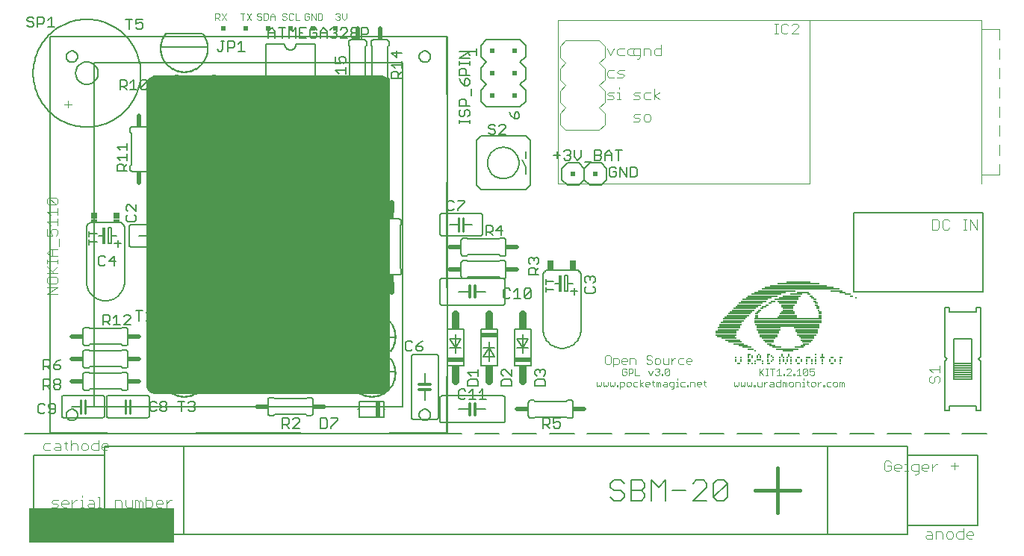
<source format=gto>
G75*
G70*
%OFA0B0*%
%FSLAX24Y24*%
%IPPOS*%
%LPD*%
%AMOC8*
5,1,8,0,0,1.08239X$1,22.5*
%
%ADD10C,0.0050*%
%ADD11R,0.0157X0.0079*%
%ADD12R,0.0079X0.0079*%
%ADD13R,0.0236X0.0079*%
%ADD14R,0.0472X0.0079*%
%ADD15R,0.0315X0.0079*%
%ADD16R,0.1024X0.0079*%
%ADD17R,0.0394X0.0079*%
%ADD18R,0.0630X0.0079*%
%ADD19R,0.0709X0.0079*%
%ADD20R,0.0551X0.0079*%
%ADD21R,0.0787X0.0079*%
%ADD22R,0.0945X0.0079*%
%ADD23R,0.0866X0.0079*%
%ADD24R,0.1102X0.0079*%
%ADD25R,0.1181X0.0079*%
%ADD26R,0.2835X0.0079*%
%ADD27R,0.2913X0.0079*%
%ADD28R,0.2992X0.0079*%
%ADD29R,0.1339X0.0079*%
%ADD30R,0.1417X0.0079*%
%ADD31R,0.1654X0.0079*%
%ADD32R,0.3465X0.0079*%
%ADD33R,0.3071X0.0079*%
%ADD34R,0.2520X0.0079*%
%ADD35R,0.1890X0.0079*%
%ADD36C,0.0030*%
%ADD37C,0.0040*%
%ADD38R,0.6496X0.1575*%
%ADD39R,0.0118X0.0039*%
%ADD40R,0.0079X0.0039*%
%ADD41R,0.0197X0.0039*%
%ADD42R,0.0315X0.0039*%
%ADD43R,0.0276X0.0039*%
%ADD44R,0.0354X0.0039*%
%ADD45R,0.0394X0.0039*%
%ADD46R,0.0472X0.0039*%
%ADD47R,0.0551X0.0039*%
%ADD48R,0.0157X0.0039*%
%ADD49R,0.0591X0.0039*%
%ADD50R,0.0866X0.0039*%
%ADD51R,0.0906X0.0039*%
%ADD52R,0.0945X0.0039*%
%ADD53R,0.0827X0.0039*%
%ADD54R,0.0984X0.0039*%
%ADD55R,0.1024X0.0039*%
%ADD56R,0.1181X0.0039*%
%ADD57R,0.1220X0.0039*%
%ADD58R,0.1063X0.0039*%
%ADD59R,0.1102X0.0039*%
%ADD60R,0.2283X0.0039*%
%ADD61R,0.2244X0.0039*%
%ADD62R,0.2205X0.0039*%
%ADD63R,0.2165X0.0039*%
%ADD64R,0.2362X0.0039*%
%ADD65R,0.2402X0.0039*%
%ADD66R,0.2441X0.0039*%
%ADD67R,0.2520X0.0039*%
%ADD68R,0.2559X0.0039*%
%ADD69R,0.2598X0.0039*%
%ADD70R,0.2638X0.0039*%
%ADD71R,0.0512X0.0039*%
%ADD72R,0.0787X0.0039*%
%ADD73R,0.0630X0.0039*%
%ADD74R,0.0236X0.0039*%
%ADD75C,0.0060*%
%ADD76C,0.0020*%
%ADD77C,0.0100*%
%ADD78C,0.0200*%
%ADD79R,0.0150X0.0200*%
%ADD80C,0.0335*%
%ADD81R,0.0736X0.0200*%
%ADD82R,0.0335X0.0250*%
%ADD83C,0.0010*%
%ADD84R,0.0200X0.0150*%
%ADD85R,0.0200X0.0200*%
%ADD86C,0.0080*%
%ADD87R,0.0200X0.0700*%
%ADD88C,0.0240*%
%ADD89R,0.0240X0.0340*%
%ADD90C,0.0120*%
%ADD91C,0.0031*%
%ADD92R,0.0300X0.0150*%
%ADD93R,0.0300X0.0300*%
%ADD94R,0.0170X0.0740*%
%ADD95C,0.0160*%
D10*
X000573Y001083D02*
X003723Y001083D01*
X003723Y000689D01*
X007266Y000689D01*
X007266Y004626D01*
X003723Y004626D01*
X003723Y004232D01*
X000573Y004232D01*
X000573Y001083D01*
X003723Y001083D02*
X003723Y004232D01*
X003518Y005196D02*
X004601Y005196D01*
X005191Y005196D02*
X006274Y005196D01*
X006864Y005196D02*
X007947Y005196D01*
X007780Y005219D02*
X012504Y005219D01*
X012427Y005444D02*
X012126Y005444D01*
X012427Y005745D01*
X012427Y005820D01*
X012352Y005895D01*
X012201Y005895D01*
X012126Y005820D01*
X011966Y005820D02*
X011966Y005670D01*
X011891Y005595D01*
X011666Y005595D01*
X011816Y005595D02*
X011966Y005444D01*
X011884Y005196D02*
X012967Y005196D01*
X013370Y005434D02*
X013595Y005434D01*
X013670Y005510D01*
X013670Y005810D01*
X013595Y005885D01*
X013370Y005885D01*
X013370Y005434D01*
X013557Y005196D02*
X014640Y005196D01*
X015231Y005196D02*
X016313Y005196D01*
X016441Y005219D02*
X019000Y005219D01*
X019000Y007779D01*
X019941Y007924D02*
X020391Y007924D01*
X020391Y007774D02*
X020391Y008074D01*
X020091Y007774D02*
X019941Y007924D01*
X020016Y007614D02*
X019941Y007539D01*
X019941Y007314D01*
X020391Y007314D01*
X020391Y007539D01*
X020316Y007614D01*
X020016Y007614D01*
X020145Y007185D02*
X020145Y006734D01*
X019995Y006734D02*
X020295Y006734D01*
X020456Y006734D02*
X020756Y006734D01*
X020606Y006734D02*
X020606Y007185D01*
X020456Y007035D01*
X020145Y007185D02*
X019995Y007035D01*
X019835Y007110D02*
X019760Y007185D01*
X019610Y007185D01*
X019535Y007110D01*
X019535Y006810D01*
X019610Y006734D01*
X019760Y006734D01*
X019835Y006810D01*
X021441Y007314D02*
X021441Y007539D01*
X021516Y007614D01*
X021816Y007614D01*
X021891Y007539D01*
X021891Y007314D01*
X021441Y007314D01*
X021516Y007774D02*
X021441Y007849D01*
X021441Y007999D01*
X021516Y008074D01*
X021591Y008074D01*
X021891Y007774D01*
X021891Y008074D01*
X022941Y007999D02*
X023016Y008074D01*
X023091Y008074D01*
X023166Y007999D01*
X023241Y008074D01*
X023316Y008074D01*
X023391Y007999D01*
X023391Y007849D01*
X023316Y007774D01*
X023316Y007614D02*
X023016Y007614D01*
X022941Y007539D01*
X022941Y007314D01*
X023391Y007314D01*
X023391Y007539D01*
X023316Y007614D01*
X023016Y007774D02*
X022941Y007849D01*
X022941Y007999D01*
X023166Y007999D02*
X023166Y007924D01*
X023291Y005895D02*
X023516Y005895D01*
X023591Y005820D01*
X023591Y005670D01*
X023516Y005595D01*
X023291Y005595D01*
X023441Y005595D02*
X023591Y005444D01*
X023751Y005520D02*
X023826Y005444D01*
X023977Y005444D01*
X024052Y005520D01*
X024052Y005670D01*
X023977Y005745D01*
X023902Y005745D01*
X023751Y005670D01*
X023751Y005895D01*
X024052Y005895D01*
X023291Y005895D02*
X023291Y005444D01*
X023006Y005196D02*
X021923Y005196D01*
X021333Y005196D02*
X020250Y005196D01*
X019660Y005196D02*
X018577Y005196D01*
X019016Y005200D02*
X001299Y005200D01*
X001299Y022916D01*
X019016Y022916D01*
X019016Y005200D01*
X017986Y005196D02*
X016904Y005196D01*
X017766Y006034D02*
X017768Y006065D01*
X017774Y006096D01*
X017784Y006126D01*
X017797Y006154D01*
X017814Y006181D01*
X017834Y006205D01*
X017857Y006227D01*
X017882Y006245D01*
X017910Y006260D01*
X017939Y006272D01*
X017969Y006280D01*
X018000Y006284D01*
X018032Y006284D01*
X018063Y006280D01*
X018093Y006272D01*
X018122Y006260D01*
X018150Y006245D01*
X018175Y006227D01*
X018198Y006205D01*
X018218Y006181D01*
X018235Y006154D01*
X018248Y006126D01*
X018258Y006096D01*
X018264Y006065D01*
X018266Y006034D01*
X018264Y006003D01*
X018258Y005972D01*
X018248Y005942D01*
X018235Y005914D01*
X018218Y005887D01*
X018198Y005863D01*
X018175Y005841D01*
X018150Y005823D01*
X018122Y005808D01*
X018093Y005796D01*
X018063Y005788D01*
X018032Y005784D01*
X018000Y005784D01*
X017969Y005788D01*
X017939Y005796D01*
X017910Y005808D01*
X017882Y005823D01*
X017857Y005841D01*
X017834Y005863D01*
X017814Y005887D01*
X017797Y005914D01*
X017784Y005942D01*
X017774Y005972D01*
X017768Y006003D01*
X017766Y006034D01*
X017032Y006401D02*
X017032Y021755D01*
X003252Y021755D01*
X003252Y006401D01*
X017032Y006401D01*
X016244Y007044D02*
X016182Y007015D01*
X016116Y006997D01*
X016047Y006991D01*
X006008Y006991D01*
X005940Y006997D01*
X005873Y007015D01*
X005811Y007044D01*
X005755Y007083D01*
X005707Y007132D01*
X005667Y007188D01*
X005638Y007250D01*
X005620Y007316D01*
X005614Y007385D01*
X005614Y020771D01*
X005620Y020839D01*
X005638Y020905D01*
X005667Y020968D01*
X005707Y021024D01*
X005755Y021072D01*
X005811Y021112D01*
X005873Y021141D01*
X005940Y021158D01*
X006008Y021164D01*
X016047Y021164D01*
X016116Y021158D01*
X016182Y021141D01*
X016244Y021112D01*
X016301Y021072D01*
X016349Y021024D01*
X016388Y020968D01*
X016417Y020905D01*
X016435Y020839D01*
X016441Y020771D01*
X016441Y007385D01*
X016435Y007316D01*
X016417Y007250D01*
X016388Y007188D01*
X016349Y007132D01*
X016301Y007083D01*
X016244Y007044D01*
X016206Y007026D02*
X005850Y007026D01*
X005768Y007074D02*
X016288Y007074D01*
X016340Y007123D02*
X005715Y007123D01*
X005679Y007171D02*
X016377Y007171D01*
X016403Y007220D02*
X005652Y007220D01*
X005633Y007268D02*
X016422Y007268D01*
X016435Y007317D02*
X005620Y007317D01*
X005616Y007365D02*
X016439Y007365D01*
X016441Y007414D02*
X005614Y007414D01*
X005614Y007462D02*
X016441Y007462D01*
X016441Y007511D02*
X005614Y007511D01*
X005614Y007559D02*
X016441Y007559D01*
X016441Y007608D02*
X005614Y007608D01*
X005614Y007656D02*
X016441Y007656D01*
X016441Y007705D02*
X005614Y007705D01*
X005614Y007753D02*
X016441Y007753D01*
X016441Y007802D02*
X005614Y007802D01*
X005614Y007850D02*
X016441Y007850D01*
X016441Y007899D02*
X005614Y007899D01*
X005614Y007947D02*
X016441Y007947D01*
X016441Y007996D02*
X005614Y007996D01*
X005614Y008044D02*
X016441Y008044D01*
X016441Y008093D02*
X005614Y008093D01*
X005614Y008141D02*
X016441Y008141D01*
X016441Y008190D02*
X005614Y008190D01*
X005614Y008238D02*
X016441Y008238D01*
X016441Y008287D02*
X005614Y008287D01*
X005614Y008335D02*
X016441Y008335D01*
X016441Y008384D02*
X005614Y008384D01*
X005614Y008432D02*
X016441Y008432D01*
X016441Y008481D02*
X005614Y008481D01*
X005614Y008529D02*
X016441Y008529D01*
X016466Y008559D02*
X014816Y008559D01*
X014816Y008884D02*
X016466Y008884D01*
X016441Y008869D02*
X005614Y008869D01*
X005614Y008917D02*
X016441Y008917D01*
X016441Y008966D02*
X005614Y008966D01*
X005614Y009014D02*
X016441Y009014D01*
X016441Y009063D02*
X005614Y009063D01*
X005614Y009111D02*
X016441Y009111D01*
X016441Y009160D02*
X005614Y009160D01*
X005614Y009208D02*
X016441Y009208D01*
X016441Y009257D02*
X005614Y009257D01*
X005614Y009305D02*
X016441Y009305D01*
X016441Y009354D02*
X005614Y009354D01*
X005614Y009402D02*
X016441Y009402D01*
X016441Y009451D02*
X005614Y009451D01*
X005614Y009499D02*
X016441Y009499D01*
X016441Y009548D02*
X005614Y009548D01*
X005614Y009596D02*
X016441Y009596D01*
X016441Y009645D02*
X005614Y009645D01*
X005614Y009693D02*
X016441Y009693D01*
X016441Y009742D02*
X005614Y009742D01*
X005614Y009790D02*
X016441Y009790D01*
X016441Y009839D02*
X005614Y009839D01*
X005614Y009887D02*
X016441Y009887D01*
X016441Y009936D02*
X005614Y009936D01*
X005614Y009984D02*
X016441Y009984D01*
X016441Y010033D02*
X005614Y010033D01*
X005614Y010081D02*
X016441Y010081D01*
X016441Y010130D02*
X005614Y010130D01*
X005614Y010178D02*
X016441Y010178D01*
X016441Y010227D02*
X005614Y010227D01*
X005581Y010234D02*
X005881Y010535D01*
X005881Y010610D01*
X005806Y010685D01*
X005656Y010685D01*
X005581Y010610D01*
X005614Y010615D02*
X016441Y010615D01*
X016441Y010663D02*
X005614Y010663D01*
X005614Y010712D02*
X016441Y010712D01*
X016441Y010760D02*
X005614Y010760D01*
X005614Y010809D02*
X016441Y010809D01*
X016441Y010857D02*
X005614Y010857D01*
X005614Y010906D02*
X016441Y010906D01*
X016441Y010954D02*
X005614Y010954D01*
X005614Y011003D02*
X016441Y011003D01*
X016441Y011051D02*
X005614Y011051D01*
X005614Y011100D02*
X016441Y011100D01*
X016441Y011148D02*
X005614Y011148D01*
X005614Y011197D02*
X016441Y011197D01*
X016441Y011245D02*
X005614Y011245D01*
X005614Y011294D02*
X016441Y011294D01*
X016441Y011342D02*
X005614Y011342D01*
X005614Y011391D02*
X016441Y011391D01*
X016441Y011439D02*
X005614Y011439D01*
X005614Y011488D02*
X016441Y011488D01*
X016441Y011536D02*
X005614Y011536D01*
X005614Y011585D02*
X016441Y011585D01*
X016441Y011633D02*
X005614Y011633D01*
X005614Y011682D02*
X016441Y011682D01*
X016441Y011730D02*
X005614Y011730D01*
X005614Y011779D02*
X016441Y011779D01*
X016441Y011827D02*
X005614Y011827D01*
X005614Y011876D02*
X016441Y011876D01*
X016441Y011924D02*
X005614Y011924D01*
X005614Y011973D02*
X016441Y011973D01*
X016441Y012021D02*
X005614Y012021D01*
X005614Y012070D02*
X016441Y012070D01*
X016441Y012118D02*
X005614Y012118D01*
X005614Y012167D02*
X016441Y012167D01*
X016441Y012215D02*
X005614Y012215D01*
X005614Y012264D02*
X016441Y012264D01*
X016441Y012312D02*
X005614Y012312D01*
X005614Y012361D02*
X016441Y012361D01*
X016441Y012409D02*
X005614Y012409D01*
X005614Y012458D02*
X016441Y012458D01*
X016441Y012506D02*
X005614Y012506D01*
X005614Y012555D02*
X016441Y012555D01*
X016441Y012603D02*
X005614Y012603D01*
X005614Y012652D02*
X016441Y012652D01*
X016441Y012700D02*
X005614Y012700D01*
X005614Y012749D02*
X016441Y012749D01*
X016441Y012797D02*
X005614Y012797D01*
X005614Y012846D02*
X016441Y012846D01*
X016441Y012894D02*
X005614Y012894D01*
X005614Y012943D02*
X016441Y012943D01*
X016441Y012991D02*
X005614Y012991D01*
X005614Y013040D02*
X016441Y013040D01*
X016441Y013088D02*
X005614Y013088D01*
X005614Y013137D02*
X016441Y013137D01*
X016441Y013185D02*
X005614Y013185D01*
X005614Y013234D02*
X016441Y013234D01*
X016441Y013282D02*
X005614Y013282D01*
X005614Y013331D02*
X016441Y013331D01*
X016441Y013379D02*
X005614Y013379D01*
X005614Y013428D02*
X016441Y013428D01*
X016441Y013476D02*
X005614Y013476D01*
X005614Y013525D02*
X016441Y013525D01*
X016441Y013573D02*
X005614Y013573D01*
X005614Y013622D02*
X016441Y013622D01*
X016441Y013670D02*
X005614Y013670D01*
X005614Y013719D02*
X016441Y013719D01*
X016441Y013767D02*
X005614Y013767D01*
X005614Y013816D02*
X016441Y013816D01*
X016441Y013864D02*
X005614Y013864D01*
X005614Y013913D02*
X016441Y013913D01*
X016441Y013961D02*
X005614Y013961D01*
X005614Y014010D02*
X016441Y014010D01*
X016441Y014058D02*
X005614Y014058D01*
X005614Y014107D02*
X016441Y014107D01*
X016441Y014155D02*
X005614Y014155D01*
X005614Y014204D02*
X016441Y014204D01*
X016441Y014252D02*
X005614Y014252D01*
X005614Y014301D02*
X016441Y014301D01*
X016441Y014349D02*
X005614Y014349D01*
X005614Y014398D02*
X016441Y014398D01*
X016441Y014446D02*
X005614Y014446D01*
X005614Y014495D02*
X016441Y014495D01*
X016441Y014543D02*
X005614Y014543D01*
X005614Y014592D02*
X016441Y014592D01*
X016441Y014640D02*
X005614Y014640D01*
X005614Y014689D02*
X016441Y014689D01*
X016441Y014737D02*
X005614Y014737D01*
X005614Y014786D02*
X016441Y014786D01*
X016441Y014834D02*
X005614Y014834D01*
X005614Y014883D02*
X016441Y014883D01*
X016441Y014931D02*
X005614Y014931D01*
X005614Y014980D02*
X016441Y014980D01*
X016441Y015028D02*
X005614Y015028D01*
X005614Y015077D02*
X016441Y015077D01*
X016441Y015125D02*
X005614Y015125D01*
X005614Y015174D02*
X016441Y015174D01*
X016441Y015222D02*
X005614Y015222D01*
X005614Y015271D02*
X016441Y015271D01*
X016441Y015319D02*
X005614Y015319D01*
X005614Y015368D02*
X016441Y015368D01*
X016441Y015416D02*
X005614Y015416D01*
X005614Y015465D02*
X016441Y015465D01*
X016441Y015513D02*
X005614Y015513D01*
X005614Y015562D02*
X016441Y015562D01*
X016441Y015610D02*
X005614Y015610D01*
X005614Y015659D02*
X016441Y015659D01*
X016441Y015707D02*
X005614Y015707D01*
X005614Y015756D02*
X016441Y015756D01*
X016441Y015804D02*
X005614Y015804D01*
X005614Y015853D02*
X016441Y015853D01*
X016441Y015901D02*
X005614Y015901D01*
X005614Y015950D02*
X016441Y015950D01*
X016441Y015998D02*
X005614Y015998D01*
X005614Y016047D02*
X016441Y016047D01*
X016441Y016095D02*
X005614Y016095D01*
X005614Y016144D02*
X016441Y016144D01*
X016441Y016192D02*
X005614Y016192D01*
X005614Y016241D02*
X016441Y016241D01*
X016441Y016289D02*
X005614Y016289D01*
X005614Y016338D02*
X016441Y016338D01*
X016441Y016386D02*
X005614Y016386D01*
X005614Y016435D02*
X016441Y016435D01*
X016441Y016483D02*
X005614Y016483D01*
X005614Y016532D02*
X016441Y016532D01*
X016441Y016580D02*
X005614Y016580D01*
X005614Y016629D02*
X016441Y016629D01*
X016441Y016677D02*
X005614Y016677D01*
X005614Y016726D02*
X016441Y016726D01*
X016441Y016774D02*
X005614Y016774D01*
X005614Y016823D02*
X016441Y016823D01*
X016441Y016871D02*
X005614Y016871D01*
X005614Y016920D02*
X016441Y016920D01*
X016441Y016968D02*
X005614Y016968D01*
X005614Y017017D02*
X016441Y017017D01*
X016441Y017065D02*
X005614Y017065D01*
X005614Y017114D02*
X016441Y017114D01*
X016441Y017162D02*
X005614Y017162D01*
X005614Y017211D02*
X016441Y017211D01*
X016441Y017259D02*
X005614Y017259D01*
X005614Y017308D02*
X016441Y017308D01*
X016441Y017356D02*
X005614Y017356D01*
X005614Y017405D02*
X016441Y017405D01*
X016441Y017453D02*
X005614Y017453D01*
X005614Y017502D02*
X016441Y017502D01*
X016441Y017550D02*
X005614Y017550D01*
X005614Y017599D02*
X016441Y017599D01*
X016441Y017647D02*
X005614Y017647D01*
X005614Y017696D02*
X016441Y017696D01*
X016441Y017744D02*
X005614Y017744D01*
X005614Y017793D02*
X016441Y017793D01*
X016441Y017841D02*
X005614Y017841D01*
X005614Y017890D02*
X016441Y017890D01*
X016441Y017938D02*
X005614Y017938D01*
X005614Y017987D02*
X016441Y017987D01*
X016441Y018035D02*
X005614Y018035D01*
X005614Y018084D02*
X016441Y018084D01*
X016441Y018132D02*
X005614Y018132D01*
X005614Y018181D02*
X016441Y018181D01*
X016441Y018229D02*
X005614Y018229D01*
X005614Y018278D02*
X016441Y018278D01*
X016441Y018326D02*
X005614Y018326D01*
X005614Y018375D02*
X016441Y018375D01*
X016441Y018423D02*
X005614Y018423D01*
X005614Y018472D02*
X016441Y018472D01*
X016441Y018520D02*
X005614Y018520D01*
X005614Y018569D02*
X016441Y018569D01*
X016441Y018617D02*
X005614Y018617D01*
X005614Y018666D02*
X016441Y018666D01*
X016441Y018714D02*
X005614Y018714D01*
X005614Y018763D02*
X016441Y018763D01*
X016441Y018811D02*
X005614Y018811D01*
X005614Y018860D02*
X016441Y018860D01*
X016441Y018908D02*
X005614Y018908D01*
X005614Y018957D02*
X016441Y018957D01*
X016441Y019005D02*
X005614Y019005D01*
X005614Y019054D02*
X016441Y019054D01*
X016441Y019102D02*
X005614Y019102D01*
X005614Y019151D02*
X016441Y019151D01*
X016441Y019199D02*
X005614Y019199D01*
X005614Y019248D02*
X016441Y019248D01*
X016441Y019296D02*
X005614Y019296D01*
X005614Y019345D02*
X016441Y019345D01*
X016441Y019393D02*
X005614Y019393D01*
X005614Y019442D02*
X016441Y019442D01*
X016441Y019490D02*
X005614Y019490D01*
X005614Y019539D02*
X016441Y019539D01*
X016441Y019587D02*
X005614Y019587D01*
X005614Y019636D02*
X016441Y019636D01*
X016441Y019684D02*
X005614Y019684D01*
X005614Y019733D02*
X016441Y019733D01*
X016441Y019781D02*
X005614Y019781D01*
X005614Y019830D02*
X016441Y019830D01*
X016441Y019878D02*
X005614Y019878D01*
X005614Y019927D02*
X016441Y019927D01*
X016441Y019975D02*
X005614Y019975D01*
X005614Y020024D02*
X016441Y020024D01*
X016441Y020072D02*
X005614Y020072D01*
X005614Y020121D02*
X016441Y020121D01*
X016441Y020169D02*
X005614Y020169D01*
X005614Y020218D02*
X016441Y020218D01*
X016441Y020266D02*
X005614Y020266D01*
X005614Y020315D02*
X016441Y020315D01*
X016441Y020363D02*
X005614Y020363D01*
X005614Y020412D02*
X016441Y020412D01*
X016441Y020460D02*
X005614Y020460D01*
X005614Y020509D02*
X016441Y020509D01*
X016441Y020557D02*
X005614Y020557D01*
X005614Y020606D02*
X016441Y020606D01*
X016441Y020654D02*
X005614Y020654D01*
X005631Y020625D02*
X005556Y020549D01*
X005406Y020549D01*
X005331Y020625D01*
X005631Y020925D01*
X005631Y020625D01*
X005614Y020703D02*
X016441Y020703D01*
X016441Y020751D02*
X005614Y020751D01*
X005617Y020800D02*
X016439Y020800D01*
X016433Y020848D02*
X005623Y020848D01*
X005636Y020897D02*
X016420Y020897D01*
X016399Y020945D02*
X005657Y020945D01*
X005631Y020925D02*
X005556Y021000D01*
X005406Y021000D01*
X005331Y020925D01*
X005331Y020625D01*
X005170Y020549D02*
X004870Y020549D01*
X005020Y020549D02*
X005020Y021000D01*
X004870Y020850D01*
X004710Y020925D02*
X004710Y020775D01*
X004635Y020700D01*
X004410Y020700D01*
X004560Y020700D02*
X004710Y020549D01*
X004410Y020549D02*
X004410Y021000D01*
X004635Y021000D01*
X004710Y020925D01*
X005686Y020994D02*
X016370Y020994D01*
X016330Y021042D02*
X005725Y021042D01*
X005782Y021091D02*
X016274Y021091D01*
X016185Y021139D02*
X005871Y021139D01*
X006441Y020059D02*
X008091Y020059D01*
X008741Y019699D02*
X008966Y019474D01*
X008966Y019774D01*
X009191Y019699D02*
X008741Y019699D01*
X008315Y019459D02*
X007819Y019459D01*
X007713Y019459D01*
X006819Y019459D01*
X006713Y019459D01*
X006217Y019459D01*
X006312Y019847D02*
X006339Y019903D01*
X006370Y019957D01*
X006404Y020009D01*
X006441Y020059D01*
X008315Y019459D02*
X008316Y019395D01*
X008313Y019331D01*
X008306Y019267D01*
X008296Y019204D01*
X008281Y019142D01*
X008263Y019081D01*
X008241Y019020D01*
X008216Y018962D01*
X008245Y018750D02*
X008470Y018750D01*
X008545Y018675D01*
X008545Y018525D01*
X008470Y018450D01*
X008245Y018450D01*
X008395Y018450D02*
X008545Y018299D01*
X008706Y018375D02*
X008781Y018299D01*
X008931Y018299D01*
X009006Y018375D01*
X009006Y018675D01*
X008931Y018750D01*
X008781Y018750D01*
X008706Y018675D01*
X008706Y018600D01*
X008781Y018525D01*
X009006Y018525D01*
X008741Y019014D02*
X008741Y019314D01*
X008741Y019164D02*
X009191Y019164D01*
X008245Y018750D02*
X008245Y018299D01*
X008216Y019856D02*
X008189Y019910D01*
X008159Y019961D01*
X008126Y020011D01*
X008091Y020059D01*
X006217Y019459D02*
X006216Y019395D01*
X006219Y019331D01*
X006226Y019267D01*
X006236Y019204D01*
X006251Y019142D01*
X006269Y019081D01*
X006291Y019020D01*
X006316Y018962D01*
X008315Y019459D02*
X008310Y019518D01*
X008303Y019576D01*
X008292Y019634D01*
X008277Y019691D01*
X008260Y019747D01*
X008240Y019802D01*
X008216Y019856D01*
X008216Y018962D02*
X008187Y018905D01*
X008154Y018849D01*
X008119Y018796D01*
X008079Y018745D01*
X008037Y018697D01*
X007992Y018651D01*
X007945Y018608D01*
X007895Y018568D01*
X007842Y018531D01*
X007787Y018498D01*
X007731Y018467D01*
X007672Y018441D01*
X007612Y018418D01*
X007551Y018398D01*
X007489Y018383D01*
X007426Y018371D01*
X007362Y018363D01*
X007298Y018359D01*
X007234Y018359D01*
X007170Y018363D01*
X007106Y018371D01*
X007043Y018383D01*
X006981Y018398D01*
X006920Y018418D01*
X006860Y018441D01*
X006801Y018467D01*
X006745Y018498D01*
X006690Y018531D01*
X006637Y018568D01*
X006587Y018608D01*
X006540Y018651D01*
X006495Y018697D01*
X006453Y018745D01*
X006413Y018796D01*
X006378Y018849D01*
X006345Y018905D01*
X006316Y018962D01*
X006217Y019459D02*
X006222Y019518D01*
X006229Y019576D01*
X006240Y019634D01*
X006255Y019691D01*
X006272Y019747D01*
X006292Y019802D01*
X006316Y019856D01*
X004731Y018155D02*
X004731Y017855D01*
X004731Y018005D02*
X004281Y018005D01*
X004431Y017855D01*
X004731Y017695D02*
X004731Y017395D01*
X004731Y017545D02*
X004281Y017545D01*
X004431Y017395D01*
X004506Y017235D02*
X004581Y017160D01*
X004581Y016934D01*
X004731Y016934D02*
X004281Y016934D01*
X004281Y017160D01*
X004356Y017235D01*
X004506Y017235D01*
X004581Y017085D02*
X004731Y017235D01*
X005891Y017285D02*
X005891Y016985D01*
X005966Y016909D01*
X006116Y016909D01*
X006191Y016985D01*
X006351Y016909D02*
X006652Y016909D01*
X006502Y016909D02*
X006502Y017360D01*
X006351Y017210D01*
X006191Y017285D02*
X006116Y017360D01*
X005966Y017360D01*
X005891Y017285D01*
X005141Y015420D02*
X005141Y015120D01*
X004841Y015420D01*
X004766Y015420D01*
X004691Y015345D01*
X004691Y015195D01*
X004766Y015120D01*
X004766Y014960D02*
X004691Y014885D01*
X004691Y014735D01*
X004766Y014659D01*
X005066Y014659D01*
X005141Y014735D01*
X005141Y014885D01*
X005066Y014960D01*
X003381Y014114D02*
X003041Y014114D01*
X003041Y014227D02*
X003041Y014000D01*
X003041Y013868D02*
X003041Y013641D01*
X003041Y013755D02*
X003381Y013755D01*
X003541Y013135D02*
X003466Y013060D01*
X003466Y012760D01*
X003541Y012684D01*
X003691Y012684D01*
X003766Y012760D01*
X003926Y012910D02*
X004227Y012910D01*
X004152Y013135D02*
X004152Y012684D01*
X003926Y012910D02*
X004152Y013135D01*
X003766Y013060D02*
X003691Y013135D01*
X003541Y013135D01*
X001284Y011716D02*
X001284Y016440D01*
X007370Y015010D02*
X007370Y014710D01*
X007445Y014634D01*
X007595Y014634D01*
X007670Y014710D01*
X007670Y015010D01*
X007595Y015085D01*
X007445Y015085D01*
X007370Y015010D01*
X007520Y014785D02*
X007670Y014634D01*
X007831Y014634D02*
X008131Y014634D01*
X007981Y014634D02*
X007981Y015085D01*
X007831Y014935D01*
X008770Y014710D02*
X008770Y014410D01*
X008845Y014334D01*
X008995Y014334D01*
X009070Y014410D01*
X009231Y014410D02*
X009306Y014334D01*
X009456Y014334D01*
X009531Y014410D01*
X009531Y014560D01*
X009456Y014635D01*
X009381Y014635D01*
X009231Y014560D01*
X009231Y014785D01*
X009531Y014785D01*
X009070Y014710D02*
X008995Y014785D01*
X008845Y014785D01*
X008770Y014710D01*
X015166Y011710D02*
X015466Y011710D01*
X015316Y011710D02*
X015316Y011259D01*
X015626Y011259D02*
X015927Y011259D01*
X015777Y011259D02*
X015777Y011710D01*
X015626Y011560D01*
X016441Y010566D02*
X005614Y010566D01*
X005614Y010518D02*
X016441Y010518D01*
X016441Y010469D02*
X005614Y010469D01*
X005614Y010421D02*
X016441Y010421D01*
X016441Y010372D02*
X005614Y010372D01*
X005614Y010324D02*
X016441Y010324D01*
X016441Y010275D02*
X005614Y010275D01*
X005581Y010234D02*
X005881Y010234D01*
X006217Y009959D02*
X006713Y009959D01*
X006819Y009959D01*
X007713Y009959D01*
X007819Y009959D01*
X008315Y009959D01*
X008091Y010559D02*
X006441Y010559D01*
X005420Y010685D02*
X005120Y010685D01*
X005270Y010685D02*
X005270Y010234D01*
X004881Y010350D02*
X004881Y010425D01*
X004806Y010500D01*
X004656Y010500D01*
X004581Y010425D01*
X004881Y010350D02*
X004581Y010049D01*
X004881Y010049D01*
X004420Y010049D02*
X004120Y010049D01*
X004270Y010049D02*
X004270Y010500D01*
X004120Y010350D01*
X003960Y010425D02*
X003960Y010275D01*
X003885Y010200D01*
X003660Y010200D01*
X003810Y010200D02*
X003960Y010049D01*
X003660Y010049D02*
X003660Y010500D01*
X003885Y010500D01*
X003960Y010425D01*
X005614Y008820D02*
X016441Y008820D01*
X016441Y008772D02*
X005614Y008772D01*
X005614Y008723D02*
X016441Y008723D01*
X016441Y008675D02*
X005614Y008675D01*
X005614Y008626D02*
X016441Y008626D01*
X016441Y008578D02*
X005614Y008578D01*
X006441Y008559D02*
X008091Y008559D01*
X008315Y007959D02*
X007819Y007959D01*
X007713Y007959D01*
X006819Y007959D01*
X006713Y007959D01*
X006217Y007959D01*
X006281Y006635D02*
X006431Y006635D01*
X006506Y006560D01*
X006506Y006485D01*
X006431Y006410D01*
X006281Y006410D01*
X006206Y006485D01*
X006206Y006560D01*
X006281Y006635D01*
X006281Y006410D02*
X006206Y006335D01*
X006206Y006260D01*
X006281Y006184D01*
X006431Y006184D01*
X006506Y006260D01*
X006506Y006335D01*
X006431Y006410D01*
X006045Y006560D02*
X005970Y006635D01*
X005820Y006635D01*
X005745Y006560D01*
X005745Y006260D01*
X005820Y006184D01*
X005970Y006184D01*
X006045Y006260D01*
X006995Y006635D02*
X007295Y006635D01*
X007145Y006635D02*
X007145Y006184D01*
X007456Y006260D02*
X007531Y006184D01*
X007681Y006184D01*
X007756Y006260D01*
X007756Y006335D01*
X007681Y006410D01*
X007606Y006410D01*
X007681Y006410D02*
X007756Y006485D01*
X007756Y006560D01*
X007681Y006635D01*
X007531Y006635D01*
X007456Y006560D01*
X008538Y005196D02*
X009620Y005196D01*
X010211Y005196D02*
X011294Y005196D01*
X011666Y005444D02*
X011666Y005895D01*
X011891Y005895D01*
X011966Y005820D01*
X013831Y005885D02*
X014131Y005885D01*
X014131Y005810D01*
X013831Y005510D01*
X013831Y005434D01*
X013781Y007859D02*
X013931Y007859D01*
X014006Y007935D01*
X014006Y008010D01*
X013931Y008085D01*
X013706Y008085D01*
X013706Y007935D01*
X013781Y007859D01*
X013706Y008085D02*
X013856Y008235D01*
X014006Y008310D01*
X013545Y008310D02*
X013245Y008310D01*
X013395Y008310D02*
X013395Y007859D01*
X012552Y008069D02*
X012251Y008069D01*
X012402Y008069D02*
X012402Y008520D01*
X012251Y008370D01*
X012091Y008445D02*
X012091Y008295D01*
X012016Y008220D01*
X011791Y008220D01*
X011941Y008220D02*
X012091Y008069D01*
X011791Y008069D02*
X011791Y008520D01*
X012016Y008520D01*
X012091Y008445D01*
X014592Y007959D02*
X015088Y007959D01*
X015194Y007959D01*
X016088Y007959D01*
X016194Y007959D01*
X016690Y007959D01*
X017241Y008884D02*
X017391Y008884D01*
X017466Y008960D01*
X017626Y008960D02*
X017626Y009110D01*
X017852Y009110D01*
X017927Y009035D01*
X017927Y008960D01*
X017852Y008884D01*
X017701Y008884D01*
X017626Y008960D01*
X017626Y009110D02*
X017777Y009260D01*
X017927Y009335D01*
X017466Y009260D02*
X017391Y009335D01*
X017241Y009335D01*
X017166Y009260D01*
X017166Y008960D01*
X017241Y008884D01*
X016690Y009484D02*
X016194Y009484D01*
X016088Y009484D01*
X015194Y009484D01*
X015088Y009484D01*
X014592Y009484D01*
X019000Y011716D02*
X019000Y016440D01*
X019091Y015610D02*
X019016Y015535D01*
X019016Y015235D01*
X019091Y015159D01*
X019241Y015159D01*
X019316Y015235D01*
X019476Y015235D02*
X019476Y015159D01*
X019476Y015235D02*
X019777Y015535D01*
X019777Y015610D01*
X019476Y015610D01*
X019316Y015535D02*
X019241Y015610D01*
X019091Y015610D01*
X020745Y014500D02*
X020970Y014500D01*
X021045Y014425D01*
X021045Y014275D01*
X020970Y014200D01*
X020745Y014200D01*
X020895Y014200D02*
X021045Y014049D01*
X021206Y014275D02*
X021506Y014275D01*
X021431Y014500D02*
X021431Y014049D01*
X021206Y014275D02*
X021431Y014500D01*
X020745Y014500D02*
X020745Y014049D01*
X022656Y012995D02*
X022731Y013070D01*
X022806Y013070D01*
X022881Y012995D01*
X022956Y013070D01*
X023031Y013070D01*
X023106Y012995D01*
X023106Y012845D01*
X023031Y012770D01*
X023106Y012610D02*
X022956Y012460D01*
X022956Y012535D02*
X022956Y012309D01*
X023106Y012309D02*
X022656Y012309D01*
X022656Y012535D01*
X022731Y012610D01*
X022881Y012610D01*
X022956Y012535D01*
X022731Y012770D02*
X022656Y012845D01*
X022656Y012995D01*
X022881Y012995D02*
X022881Y012920D01*
X023416Y012102D02*
X023416Y011875D01*
X023416Y011989D02*
X023756Y011989D01*
X023416Y011743D02*
X023416Y011516D01*
X023416Y011630D02*
X023756Y011630D01*
X022756Y011610D02*
X022456Y011310D01*
X022531Y011234D01*
X022681Y011234D01*
X022756Y011310D01*
X022756Y011610D01*
X022681Y011685D01*
X022531Y011685D01*
X022456Y011610D01*
X022456Y011310D01*
X022295Y011234D02*
X021995Y011234D01*
X022145Y011234D02*
X022145Y011685D01*
X021995Y011535D01*
X021835Y011610D02*
X021760Y011685D01*
X021610Y011685D01*
X021535Y011610D01*
X021535Y011310D01*
X021610Y011234D01*
X021760Y011234D01*
X021835Y011310D01*
X025166Y011539D02*
X025241Y011464D01*
X025541Y011464D01*
X025616Y011539D01*
X025616Y011689D01*
X025541Y011764D01*
X025541Y011924D02*
X025616Y011999D01*
X025616Y012149D01*
X025541Y012224D01*
X025466Y012224D01*
X025391Y012149D01*
X025391Y012074D01*
X025391Y012149D02*
X025316Y012224D01*
X025241Y012224D01*
X025166Y012149D01*
X025166Y011999D01*
X025241Y011924D01*
X025241Y011764D02*
X025166Y011689D01*
X025166Y011539D01*
X026336Y016654D02*
X026486Y016654D01*
X026561Y016730D01*
X026561Y016880D01*
X026411Y016880D01*
X026261Y017030D02*
X026261Y016730D01*
X026336Y016654D01*
X026721Y016654D02*
X026721Y017105D01*
X027022Y016654D01*
X027022Y017105D01*
X027182Y017105D02*
X027407Y017105D01*
X027482Y017030D01*
X027482Y016730D01*
X027407Y016654D01*
X027182Y016654D01*
X027182Y017105D01*
X026673Y017404D02*
X026673Y017855D01*
X026523Y017855D02*
X026824Y017855D01*
X026363Y017705D02*
X026363Y017404D01*
X026363Y017630D02*
X026063Y017630D01*
X026063Y017705D02*
X026213Y017855D01*
X026363Y017705D01*
X026063Y017705D02*
X026063Y017404D01*
X025903Y017480D02*
X025828Y017404D01*
X025603Y017404D01*
X025603Y017855D01*
X025828Y017855D01*
X025903Y017780D01*
X025903Y017705D01*
X025828Y017630D01*
X025603Y017630D01*
X025828Y017630D02*
X025903Y017555D01*
X025903Y017480D01*
X025442Y017329D02*
X025142Y017329D01*
X024982Y017555D02*
X024982Y017855D01*
X024682Y017855D02*
X024682Y017555D01*
X024832Y017404D01*
X024982Y017555D01*
X024522Y017555D02*
X024522Y017480D01*
X024447Y017404D01*
X024296Y017404D01*
X024221Y017480D01*
X024372Y017630D02*
X024447Y017630D01*
X024522Y017555D01*
X024447Y017630D02*
X024522Y017705D01*
X024522Y017780D01*
X024447Y017855D01*
X024296Y017855D01*
X024221Y017780D01*
X024061Y017630D02*
X023761Y017630D01*
X023911Y017780D02*
X023911Y017480D01*
X021631Y018559D02*
X021331Y018559D01*
X021631Y018860D01*
X021631Y018935D01*
X021556Y019010D01*
X021406Y019010D01*
X021331Y018935D01*
X021170Y018935D02*
X021095Y019010D01*
X020945Y019010D01*
X020870Y018935D01*
X020870Y018860D01*
X020945Y018785D01*
X021095Y018785D01*
X021170Y018710D01*
X021170Y018635D01*
X021095Y018559D01*
X020945Y018559D01*
X020870Y018635D01*
X020016Y019058D02*
X020016Y019208D01*
X020016Y019133D02*
X019566Y019133D01*
X019566Y019058D02*
X019566Y019208D01*
X019641Y019365D02*
X019716Y019365D01*
X019791Y019440D01*
X019791Y019590D01*
X019866Y019665D01*
X019941Y019665D01*
X020016Y019590D01*
X020016Y019440D01*
X019941Y019365D01*
X019641Y019365D02*
X019566Y019440D01*
X019566Y019590D01*
X019641Y019665D01*
X019566Y019826D02*
X019566Y020051D01*
X019641Y020126D01*
X019791Y020126D01*
X019866Y020051D01*
X019866Y019826D01*
X020016Y019826D02*
X019566Y019826D01*
X020091Y020286D02*
X020091Y020586D01*
X019941Y020746D02*
X020016Y020821D01*
X020016Y020972D01*
X019941Y021047D01*
X019866Y021047D01*
X019791Y020972D01*
X019791Y020746D01*
X019941Y020746D01*
X019791Y020746D02*
X019641Y020896D01*
X019566Y021047D01*
X019566Y021207D02*
X019566Y021432D01*
X019641Y021507D01*
X019791Y021507D01*
X019866Y021432D01*
X019866Y021207D01*
X020016Y021207D02*
X019566Y021207D01*
X019566Y021667D02*
X019566Y021817D01*
X019566Y021742D02*
X020016Y021742D01*
X020016Y021667D02*
X020016Y021817D01*
X020016Y021974D02*
X019566Y021974D01*
X020016Y022274D01*
X019566Y022274D01*
X019891Y022249D02*
X020341Y022249D01*
X020341Y022099D02*
X020341Y022399D01*
X020041Y022099D02*
X019891Y022249D01*
X019000Y022936D02*
X016441Y022936D01*
X015485Y023095D02*
X015410Y023020D01*
X015185Y023020D01*
X015185Y022869D02*
X015185Y023320D01*
X015410Y023320D01*
X015485Y023245D01*
X015485Y023095D01*
X015024Y023170D02*
X014949Y023095D01*
X014799Y023095D01*
X014724Y023170D01*
X014724Y023245D01*
X014799Y023320D01*
X014949Y023320D01*
X015024Y023245D01*
X015024Y023170D01*
X014949Y023095D02*
X015024Y023020D01*
X015024Y022945D01*
X014949Y022869D01*
X014799Y022869D01*
X014724Y022945D01*
X014724Y023020D01*
X014799Y023095D01*
X014564Y023170D02*
X014564Y023245D01*
X014489Y023320D01*
X014339Y023320D01*
X014264Y023245D01*
X014104Y023245D02*
X014104Y023170D01*
X014029Y023095D01*
X014104Y023020D01*
X014104Y022945D01*
X014029Y022869D01*
X013878Y022869D01*
X013803Y022945D01*
X013643Y022869D02*
X013643Y023170D01*
X013493Y023320D01*
X013343Y023170D01*
X013343Y022869D01*
X013183Y022945D02*
X013183Y023095D01*
X013033Y023095D01*
X013183Y023245D02*
X013108Y023320D01*
X012958Y023320D01*
X012883Y023245D01*
X012883Y022945D01*
X012958Y022869D01*
X013108Y022869D01*
X013183Y022945D01*
X013343Y023095D02*
X013643Y023095D01*
X013803Y023245D02*
X013878Y023320D01*
X014029Y023320D01*
X014104Y023245D01*
X014029Y023095D02*
X013953Y023095D01*
X014264Y022869D02*
X014564Y023170D01*
X014564Y022869D02*
X014264Y022869D01*
X012722Y022869D02*
X012422Y022869D01*
X012422Y023320D01*
X012722Y023320D01*
X012572Y023095D02*
X012422Y023095D01*
X012504Y022936D02*
X007780Y022936D01*
X008091Y023059D02*
X006441Y023059D01*
X005427Y023335D02*
X005352Y023259D01*
X005201Y023259D01*
X005126Y023335D01*
X005126Y023485D02*
X005277Y023560D01*
X005352Y023560D01*
X005427Y023485D01*
X005427Y023335D01*
X005126Y023485D02*
X005126Y023710D01*
X005427Y023710D01*
X004966Y023710D02*
X004666Y023710D01*
X004816Y023710D02*
X004816Y023259D01*
X003843Y022936D02*
X001284Y022936D01*
X001284Y020377D01*
X002016Y022034D02*
X002018Y022065D01*
X002024Y022096D01*
X002034Y022126D01*
X002047Y022154D01*
X002064Y022181D01*
X002084Y022205D01*
X002107Y022227D01*
X002132Y022245D01*
X002160Y022260D01*
X002189Y022272D01*
X002219Y022280D01*
X002250Y022284D01*
X002282Y022284D01*
X002313Y022280D01*
X002343Y022272D01*
X002372Y022260D01*
X002400Y022245D01*
X002425Y022227D01*
X002448Y022205D01*
X002468Y022181D01*
X002485Y022154D01*
X002498Y022126D01*
X002508Y022096D01*
X002514Y022065D01*
X002516Y022034D01*
X002514Y022003D01*
X002508Y021972D01*
X002498Y021942D01*
X002485Y021914D01*
X002468Y021887D01*
X002448Y021863D01*
X002425Y021841D01*
X002400Y021823D01*
X002372Y021808D01*
X002343Y021796D01*
X002313Y021788D01*
X002282Y021784D01*
X002250Y021784D01*
X002219Y021788D01*
X002189Y021796D01*
X002160Y021808D01*
X002132Y021823D01*
X002107Y021841D01*
X002084Y021863D01*
X002064Y021887D01*
X002047Y021914D01*
X002034Y021942D01*
X002024Y021972D01*
X002018Y022003D01*
X002016Y022034D01*
X001494Y023355D02*
X001194Y023355D01*
X001344Y023355D02*
X001344Y023805D01*
X001194Y023655D01*
X001034Y023730D02*
X001034Y023580D01*
X000959Y023505D01*
X000733Y023505D01*
X000733Y023355D02*
X000733Y023805D01*
X000959Y023805D01*
X001034Y023730D01*
X000573Y023730D02*
X000498Y023805D01*
X000348Y023805D01*
X000273Y023730D01*
X000273Y023655D01*
X000348Y023580D01*
X000498Y023580D01*
X000573Y023505D01*
X000573Y023430D01*
X000498Y023355D01*
X000348Y023355D01*
X000273Y023430D01*
X006217Y022459D02*
X006713Y022459D01*
X006819Y022459D01*
X007713Y022459D01*
X007819Y022459D01*
X008315Y022459D01*
X008761Y022355D02*
X008836Y022279D01*
X008911Y022279D01*
X008986Y022355D01*
X008986Y022730D01*
X008911Y022730D02*
X009061Y022730D01*
X009221Y022730D02*
X009447Y022730D01*
X009522Y022655D01*
X009522Y022505D01*
X009447Y022430D01*
X009221Y022430D01*
X009221Y022279D02*
X009221Y022730D01*
X009682Y022580D02*
X009832Y022730D01*
X009832Y022279D01*
X009682Y022279D02*
X009982Y022279D01*
X011041Y022869D02*
X011041Y023170D01*
X011191Y023320D01*
X011341Y023170D01*
X011341Y022869D01*
X011341Y023095D02*
X011041Y023095D01*
X011501Y023320D02*
X011802Y023320D01*
X011652Y023320D02*
X011652Y022869D01*
X011962Y022869D02*
X011962Y023320D01*
X012112Y023170D01*
X012262Y023320D01*
X012262Y022869D01*
X014031Y022030D02*
X014031Y021730D01*
X014256Y021730D01*
X014181Y021880D01*
X014181Y021955D01*
X014256Y022030D01*
X014406Y022030D01*
X014481Y021955D01*
X014481Y021805D01*
X014406Y021730D01*
X014481Y021570D02*
X014481Y021270D01*
X014481Y021420D02*
X014031Y021420D01*
X014181Y021270D01*
X014256Y021110D02*
X014331Y021035D01*
X014331Y020809D01*
X014481Y020809D02*
X014031Y020809D01*
X014031Y021035D01*
X014106Y021110D01*
X014256Y021110D01*
X014331Y020960D02*
X014481Y021110D01*
X016531Y021059D02*
X016531Y021285D01*
X016606Y021360D01*
X016756Y021360D01*
X016831Y021285D01*
X016831Y021059D01*
X016981Y021059D02*
X016531Y021059D01*
X016831Y021210D02*
X016981Y021360D01*
X016981Y021520D02*
X016981Y021820D01*
X016981Y021670D02*
X016531Y021670D01*
X016681Y021520D01*
X016756Y021980D02*
X016756Y022280D01*
X016981Y022205D02*
X016531Y022205D01*
X016756Y021980D01*
X017766Y022034D02*
X017768Y022065D01*
X017774Y022096D01*
X017784Y022126D01*
X017797Y022154D01*
X017814Y022181D01*
X017834Y022205D01*
X017857Y022227D01*
X017882Y022245D01*
X017910Y022260D01*
X017939Y022272D01*
X017969Y022280D01*
X018000Y022284D01*
X018032Y022284D01*
X018063Y022280D01*
X018093Y022272D01*
X018122Y022260D01*
X018150Y022245D01*
X018175Y022227D01*
X018198Y022205D01*
X018218Y022181D01*
X018235Y022154D01*
X018248Y022126D01*
X018258Y022096D01*
X018264Y022065D01*
X018266Y022034D01*
X018264Y022003D01*
X018258Y021972D01*
X018248Y021942D01*
X018235Y021914D01*
X018218Y021887D01*
X018198Y021863D01*
X018175Y021841D01*
X018150Y021823D01*
X018122Y021808D01*
X018093Y021796D01*
X018063Y021788D01*
X018032Y021784D01*
X018000Y021784D01*
X017969Y021788D01*
X017939Y021796D01*
X017910Y021808D01*
X017882Y021823D01*
X017857Y021841D01*
X017834Y021863D01*
X017814Y021887D01*
X017797Y021914D01*
X017784Y021942D01*
X017774Y021972D01*
X017768Y022003D01*
X017766Y022034D01*
X019000Y022936D02*
X019000Y020377D01*
X021791Y019549D02*
X021866Y019399D01*
X022016Y019249D01*
X022016Y019474D01*
X022091Y019549D01*
X022166Y019549D01*
X022241Y019474D01*
X022241Y019324D01*
X022166Y019249D01*
X022016Y019249D01*
X026261Y017030D02*
X026336Y017105D01*
X026486Y017105D01*
X026561Y017030D01*
X016102Y014909D02*
X015801Y014909D01*
X015952Y014909D02*
X015952Y015360D01*
X015801Y015210D01*
X015641Y014909D02*
X015341Y014909D01*
X015341Y015360D01*
X008091Y010559D02*
X008126Y010511D01*
X008159Y010461D01*
X008189Y010410D01*
X008216Y010356D01*
X006217Y009959D02*
X006216Y009895D01*
X006219Y009831D01*
X006226Y009767D01*
X006236Y009704D01*
X006251Y009642D01*
X006269Y009581D01*
X006291Y009520D01*
X006316Y009462D01*
X006312Y010347D02*
X006339Y010403D01*
X006370Y010457D01*
X006404Y010509D01*
X006441Y010559D01*
X008315Y009959D02*
X008316Y009895D01*
X008313Y009831D01*
X008306Y009767D01*
X008296Y009704D01*
X008281Y009642D01*
X008263Y009581D01*
X008241Y009520D01*
X008216Y009462D01*
X006217Y009959D02*
X006222Y010018D01*
X006229Y010076D01*
X006240Y010134D01*
X006255Y010191D01*
X006272Y010247D01*
X006292Y010302D01*
X006316Y010356D01*
X006316Y009462D02*
X006345Y009405D01*
X006378Y009349D01*
X006413Y009296D01*
X006453Y009245D01*
X006495Y009197D01*
X006540Y009151D01*
X006587Y009108D01*
X006637Y009068D01*
X006690Y009031D01*
X006745Y008998D01*
X006801Y008967D01*
X006860Y008941D01*
X006920Y008918D01*
X006981Y008898D01*
X007043Y008883D01*
X007106Y008871D01*
X007170Y008863D01*
X007234Y008859D01*
X007298Y008859D01*
X007362Y008863D01*
X007426Y008871D01*
X007489Y008883D01*
X007551Y008898D01*
X007612Y008918D01*
X007672Y008941D01*
X007731Y008967D01*
X007787Y008998D01*
X007842Y009031D01*
X007895Y009068D01*
X007945Y009108D01*
X007992Y009151D01*
X008037Y009197D01*
X008079Y009245D01*
X008119Y009296D01*
X008154Y009349D01*
X008187Y009405D01*
X008216Y009462D01*
X008315Y009959D02*
X008310Y010018D01*
X008303Y010076D01*
X008292Y010134D01*
X008277Y010191D01*
X008260Y010247D01*
X008240Y010302D01*
X008216Y010356D01*
X001756Y008500D02*
X001606Y008425D01*
X001456Y008275D01*
X001681Y008275D01*
X001756Y008200D01*
X001756Y008125D01*
X001681Y008049D01*
X001531Y008049D01*
X001456Y008125D01*
X001456Y008275D01*
X001295Y008275D02*
X001220Y008200D01*
X000995Y008200D01*
X001145Y008200D02*
X001295Y008049D01*
X001295Y008275D02*
X001295Y008425D01*
X001220Y008500D01*
X000995Y008500D01*
X000995Y008049D01*
X001284Y007779D02*
X001284Y005219D01*
X003843Y005219D01*
X002927Y005196D02*
X001845Y005196D01*
X001254Y005196D02*
X000171Y005196D01*
X000845Y006084D02*
X000995Y006084D01*
X001070Y006160D01*
X001231Y006160D02*
X001306Y006084D01*
X001456Y006084D01*
X001531Y006160D01*
X001531Y006460D01*
X001456Y006535D01*
X001306Y006535D01*
X001231Y006460D01*
X001231Y006385D01*
X001306Y006310D01*
X001531Y006310D01*
X001070Y006460D02*
X000995Y006535D01*
X000845Y006535D01*
X000770Y006460D01*
X000770Y006160D01*
X000845Y006084D01*
X000995Y007174D02*
X000995Y007625D01*
X001220Y007625D01*
X001295Y007550D01*
X001295Y007400D01*
X001220Y007325D01*
X000995Y007325D01*
X001145Y007325D02*
X001295Y007174D01*
X001456Y007250D02*
X001456Y007325D01*
X001531Y007400D01*
X001681Y007400D01*
X001756Y007325D01*
X001756Y007250D01*
X001681Y007174D01*
X001531Y007174D01*
X001456Y007250D01*
X001531Y007400D02*
X001456Y007475D01*
X001456Y007550D01*
X001531Y007625D01*
X001681Y007625D01*
X001756Y007550D01*
X001756Y007475D01*
X001681Y007400D01*
X002016Y006034D02*
X002018Y006065D01*
X002024Y006096D01*
X002034Y006126D01*
X002047Y006154D01*
X002064Y006181D01*
X002084Y006205D01*
X002107Y006227D01*
X002132Y006245D01*
X002160Y006260D01*
X002189Y006272D01*
X002219Y006280D01*
X002250Y006284D01*
X002282Y006284D01*
X002313Y006280D01*
X002343Y006272D01*
X002372Y006260D01*
X002400Y006245D01*
X002425Y006227D01*
X002448Y006205D01*
X002468Y006181D01*
X002485Y006154D01*
X002498Y006126D01*
X002508Y006096D01*
X002514Y006065D01*
X002516Y006034D01*
X002514Y006003D01*
X002508Y005972D01*
X002498Y005942D01*
X002485Y005914D01*
X002468Y005887D01*
X002448Y005863D01*
X002425Y005841D01*
X002400Y005823D01*
X002372Y005808D01*
X002343Y005796D01*
X002313Y005788D01*
X002282Y005784D01*
X002250Y005784D01*
X002219Y005788D01*
X002189Y005796D01*
X002160Y005808D01*
X002132Y005823D01*
X002107Y005841D01*
X002084Y005863D01*
X002064Y005887D01*
X002047Y005914D01*
X002034Y005942D01*
X002024Y005972D01*
X002018Y006003D01*
X002016Y006034D01*
X007266Y004626D02*
X036006Y004626D01*
X039549Y004626D01*
X039549Y004232D01*
X042699Y004232D01*
X042699Y001083D01*
X039549Y001083D01*
X039549Y004232D01*
X039738Y005196D02*
X038656Y005196D01*
X038065Y005196D02*
X036983Y005196D01*
X036392Y005196D02*
X035309Y005196D01*
X034719Y005196D02*
X033636Y005196D01*
X033046Y005196D02*
X031963Y005196D01*
X031372Y005196D02*
X030290Y005196D01*
X029699Y005196D02*
X028616Y005196D01*
X028026Y005196D02*
X026943Y005196D01*
X026353Y005196D02*
X025270Y005196D01*
X024679Y005196D02*
X023597Y005196D01*
X036006Y004626D02*
X036006Y000689D01*
X039549Y000689D01*
X039549Y001083D01*
X036006Y000689D02*
X007266Y000689D01*
X037170Y011527D02*
X037170Y015070D01*
X042918Y015070D01*
X042918Y011527D01*
X037170Y011527D01*
X041216Y010834D02*
X041416Y010834D01*
X041416Y010634D01*
X042616Y010634D01*
X042616Y010834D01*
X042816Y010834D01*
X042816Y008634D01*
X042716Y008534D01*
X042816Y008434D01*
X042816Y006234D01*
X042616Y006234D01*
X042616Y006434D01*
X041416Y006434D01*
X041416Y006234D01*
X041216Y006234D01*
X041216Y008434D01*
X041316Y008534D01*
X041216Y008634D01*
X041216Y010834D01*
X041616Y009434D02*
X042416Y009434D01*
X042416Y007634D01*
X041616Y007634D01*
X041616Y009434D01*
X041616Y008334D02*
X042416Y008334D01*
X042416Y008234D02*
X041616Y008234D01*
X041616Y008134D02*
X042416Y008134D01*
X042416Y008034D02*
X041616Y008034D01*
X041616Y007934D02*
X042416Y007934D01*
X042416Y007834D02*
X041616Y007834D01*
X041616Y007734D02*
X042416Y007734D01*
X042002Y005196D02*
X043085Y005196D01*
X041412Y005196D02*
X040329Y005196D01*
D11*
X036195Y008345D03*
X036195Y008582D03*
X036589Y008582D03*
X034699Y008582D03*
X034699Y008345D03*
X033360Y008345D03*
X033360Y008739D03*
X032494Y008739D03*
X032494Y008503D03*
X032494Y008424D03*
X032022Y008345D03*
X032809Y010393D03*
X032809Y010471D03*
X032809Y010550D03*
X032888Y010629D03*
X032967Y010708D03*
X033046Y010786D03*
X033282Y010944D03*
X033439Y011023D03*
X035171Y011416D03*
X035250Y011338D03*
X035329Y011259D03*
X035408Y011180D03*
X035408Y011101D03*
X035486Y011023D03*
X035486Y010944D03*
X035565Y010865D03*
X035565Y010786D03*
X035644Y010629D03*
X035644Y010550D03*
X035644Y010471D03*
X035644Y010393D03*
X037061Y011338D03*
D12*
X037258Y011259D03*
X035605Y010708D03*
X035762Y008739D03*
X035762Y008660D03*
X035762Y008503D03*
X035762Y008424D03*
X035762Y008345D03*
X035447Y008345D03*
X035447Y008424D03*
X035447Y008503D03*
X035447Y008582D03*
X035447Y008739D03*
X035290Y008503D03*
X035290Y008424D03*
X035290Y008345D03*
X035053Y008345D03*
X035053Y008424D03*
X035053Y008503D03*
X034817Y008503D03*
X034817Y008424D03*
X034581Y008424D03*
X034581Y008503D03*
X034345Y008503D03*
X034345Y008582D03*
X034266Y008660D03*
X034266Y008739D03*
X034187Y008582D03*
X034187Y008503D03*
X034187Y008424D03*
X034109Y008345D03*
X034030Y008424D03*
X034030Y008503D03*
X034030Y008582D03*
X033951Y008660D03*
X033951Y008739D03*
X033872Y008582D03*
X033872Y008503D03*
X033872Y008424D03*
X033872Y008345D03*
X033557Y008503D03*
X033557Y008582D03*
X033479Y008660D03*
X033321Y008660D03*
X033321Y008582D03*
X033321Y008503D03*
X033321Y008424D03*
X033479Y008424D03*
X033085Y008424D03*
X033085Y008345D03*
X033006Y008582D03*
X033006Y008660D03*
X032927Y008739D03*
X032849Y008660D03*
X032849Y008582D03*
X032770Y008424D03*
X032770Y008345D03*
X032612Y008345D03*
X032455Y008345D03*
X032455Y008582D03*
X032455Y008660D03*
X032612Y008660D03*
X032612Y008582D03*
X032770Y008897D03*
X032140Y008582D03*
X032140Y008503D03*
X032140Y008424D03*
X031904Y008424D03*
X031904Y008503D03*
X031904Y008582D03*
X034345Y008424D03*
X034345Y008345D03*
X036077Y008424D03*
X036077Y008503D03*
X036313Y008503D03*
X036313Y008424D03*
X036549Y008424D03*
X036549Y008345D03*
X036549Y008503D03*
D13*
X035762Y008582D03*
X035132Y008582D03*
X034896Y009133D03*
X033400Y009212D03*
X032927Y008503D03*
X033164Y010865D03*
X033557Y011101D03*
D14*
X034227Y010786D03*
X034227Y010708D03*
X033360Y009369D03*
X034227Y008897D03*
X032022Y009212D03*
D15*
X032573Y008975D03*
X033518Y009133D03*
X035014Y009212D03*
X036668Y011495D03*
X036904Y011416D03*
D16*
X035053Y009842D03*
X035053Y009763D03*
X034187Y008975D03*
X031904Y010393D03*
X031983Y010471D03*
X032061Y010550D03*
X032140Y010629D03*
X032219Y010708D03*
X032297Y010786D03*
X032376Y010865D03*
X031825Y010314D03*
X031668Y010078D03*
X031589Y009920D03*
D17*
X032219Y009133D03*
X032376Y009054D03*
X033400Y009290D03*
X033715Y009054D03*
X034738Y009054D03*
X035053Y009290D03*
D18*
X035093Y009448D03*
X033360Y009448D03*
X031864Y009290D03*
X034227Y010629D03*
X034227Y010944D03*
D19*
X034187Y010550D03*
X035053Y009527D03*
X031746Y009369D03*
X031589Y009448D03*
D20*
X034187Y010865D03*
X034581Y011416D03*
X034896Y011495D03*
X036392Y011574D03*
X035053Y009369D03*
D21*
X033360Y009527D03*
X033360Y009605D03*
X034227Y010471D03*
X034227Y011023D03*
X034384Y011338D03*
X031471Y009527D03*
D22*
X031471Y009605D03*
X031471Y009684D03*
X031471Y009763D03*
X031549Y009842D03*
X031628Y009999D03*
X031707Y010156D03*
X031786Y010235D03*
X033360Y009763D03*
X033360Y009684D03*
X035093Y009684D03*
D23*
X035053Y009605D03*
X034187Y010393D03*
X034187Y011101D03*
X034266Y011259D03*
D24*
X034148Y011180D03*
X034699Y011968D03*
X032573Y011023D03*
X032494Y010944D03*
X033360Y009920D03*
X033360Y009842D03*
D25*
X035053Y009920D03*
X032927Y011259D03*
X032770Y011180D03*
X032691Y011101D03*
D26*
X034227Y009999D03*
D27*
X034187Y010078D03*
D28*
X034227Y010156D03*
X034227Y010235D03*
X034227Y010314D03*
D29*
X033085Y011338D03*
X033242Y011416D03*
D30*
X033439Y011495D03*
D31*
X033715Y011574D03*
D32*
X034778Y011653D03*
D33*
X034738Y011731D03*
D34*
X034699Y011810D03*
D35*
X034699Y011889D03*
D36*
X029936Y008494D02*
X029936Y008433D01*
X029689Y008433D01*
X029689Y008494D02*
X029689Y008371D01*
X029751Y008309D01*
X029874Y008309D01*
X029936Y008494D02*
X029874Y008556D01*
X029751Y008556D01*
X029689Y008494D01*
X029568Y008556D02*
X029383Y008556D01*
X029321Y008494D01*
X029321Y008371D01*
X029383Y008309D01*
X029568Y008309D01*
X029199Y008556D02*
X029137Y008556D01*
X029014Y008433D01*
X029014Y008556D02*
X029014Y008309D01*
X028892Y008309D02*
X028892Y008556D01*
X028646Y008556D02*
X028646Y008371D01*
X028707Y008309D01*
X028892Y008309D01*
X028878Y008100D02*
X028926Y008051D01*
X028733Y007858D01*
X028781Y007809D01*
X028878Y007809D01*
X028926Y007858D01*
X028926Y008051D01*
X028878Y008100D02*
X028781Y008100D01*
X028733Y008051D01*
X028733Y007858D01*
X028634Y007858D02*
X028634Y007809D01*
X028585Y007809D01*
X028585Y007858D01*
X028634Y007858D01*
X028484Y007858D02*
X028436Y007809D01*
X028339Y007809D01*
X028291Y007858D01*
X028387Y007954D02*
X028436Y007954D01*
X028484Y007906D01*
X028484Y007858D01*
X028436Y007954D02*
X028484Y008003D01*
X028484Y008051D01*
X028436Y008100D01*
X028339Y008100D01*
X028291Y008051D01*
X028190Y008003D02*
X028093Y007809D01*
X027996Y008003D01*
X027600Y007809D02*
X027407Y007809D01*
X027407Y008100D01*
X027306Y008051D02*
X027306Y007954D01*
X027257Y007906D01*
X027112Y007906D01*
X027112Y007809D02*
X027112Y008100D01*
X027257Y008100D01*
X027306Y008051D01*
X027419Y008309D02*
X027419Y008494D01*
X027358Y008556D01*
X027172Y008556D01*
X027172Y008309D01*
X027051Y008433D02*
X027051Y008494D01*
X026989Y008556D01*
X026866Y008556D01*
X026804Y008494D01*
X026804Y008371D01*
X026866Y008309D01*
X026989Y008309D01*
X027051Y008433D02*
X026804Y008433D01*
X026683Y008494D02*
X026683Y008371D01*
X026621Y008309D01*
X026436Y008309D01*
X026436Y008186D02*
X026436Y008556D01*
X026621Y008556D01*
X026683Y008494D01*
X026314Y008371D02*
X026314Y008618D01*
X026253Y008680D01*
X026129Y008680D01*
X026067Y008618D01*
X026067Y008371D01*
X026129Y008309D01*
X026253Y008309D01*
X026314Y008371D01*
X026817Y008051D02*
X026817Y007858D01*
X026866Y007809D01*
X026963Y007809D01*
X027011Y007858D01*
X027011Y007954D01*
X026914Y007954D01*
X026817Y008051D02*
X026866Y008100D01*
X026963Y008100D01*
X027011Y008051D01*
X027608Y007600D02*
X027608Y007309D01*
X027608Y007406D02*
X027753Y007503D01*
X027853Y007454D02*
X027902Y007503D01*
X027998Y007503D01*
X028047Y007454D01*
X028047Y007406D01*
X027853Y007406D01*
X027853Y007358D02*
X027853Y007454D01*
X027853Y007358D02*
X027902Y007309D01*
X027998Y007309D01*
X028196Y007358D02*
X028196Y007551D01*
X028148Y007503D02*
X028245Y007503D01*
X028344Y007503D02*
X028393Y007503D01*
X028441Y007454D01*
X028489Y007503D01*
X028538Y007454D01*
X028538Y007309D01*
X028441Y007309D02*
X028441Y007454D01*
X028344Y007503D02*
X028344Y007309D01*
X028245Y007309D02*
X028196Y007358D01*
X028639Y007358D02*
X028687Y007406D01*
X028832Y007406D01*
X028832Y007454D02*
X028832Y007309D01*
X028687Y007309D01*
X028639Y007358D01*
X028687Y007503D02*
X028784Y007503D01*
X028832Y007454D01*
X028934Y007454D02*
X028934Y007358D01*
X028982Y007309D01*
X029127Y007309D01*
X029127Y007261D02*
X029127Y007503D01*
X028982Y007503D01*
X028934Y007454D01*
X029030Y007213D02*
X029079Y007213D01*
X029127Y007261D01*
X029228Y007309D02*
X029325Y007309D01*
X029277Y007309D02*
X029277Y007503D01*
X029228Y007503D01*
X029277Y007600D02*
X029277Y007648D01*
X029425Y007454D02*
X029425Y007358D01*
X029473Y007309D01*
X029618Y007309D01*
X029719Y007309D02*
X029768Y007309D01*
X029768Y007358D01*
X029719Y007358D01*
X029719Y007309D01*
X029867Y007309D02*
X029867Y007503D01*
X030012Y007503D01*
X030060Y007454D01*
X030060Y007309D01*
X030161Y007358D02*
X030161Y007454D01*
X030210Y007503D01*
X030306Y007503D01*
X030355Y007454D01*
X030355Y007406D01*
X030161Y007406D01*
X030161Y007358D02*
X030210Y007309D01*
X030306Y007309D01*
X030504Y007358D02*
X030553Y007309D01*
X030504Y007358D02*
X030504Y007551D01*
X030456Y007503D02*
X030553Y007503D01*
X029618Y007503D02*
X029473Y007503D01*
X029425Y007454D01*
X028524Y008371D02*
X028524Y008494D01*
X028462Y008556D01*
X028339Y008556D01*
X028277Y008494D01*
X028277Y008371D01*
X028339Y008309D01*
X028462Y008309D01*
X028524Y008371D01*
X028156Y008371D02*
X028094Y008309D01*
X027971Y008309D01*
X027909Y008371D01*
X027971Y008494D02*
X028094Y008494D01*
X028156Y008433D01*
X028156Y008371D01*
X027971Y008494D02*
X027909Y008556D01*
X027909Y008618D01*
X027971Y008680D01*
X028094Y008680D01*
X028156Y008618D01*
X027506Y007503D02*
X027361Y007503D01*
X027313Y007454D01*
X027313Y007358D01*
X027361Y007309D01*
X027506Y007309D01*
X027608Y007406D02*
X027753Y007309D01*
X027212Y007358D02*
X027212Y007454D01*
X027163Y007503D01*
X027067Y007503D01*
X027018Y007454D01*
X027018Y007358D01*
X027067Y007309D01*
X027163Y007309D01*
X027212Y007358D01*
X026917Y007358D02*
X026869Y007309D01*
X026724Y007309D01*
X026724Y007213D02*
X026724Y007503D01*
X026869Y007503D01*
X026917Y007454D01*
X026917Y007358D01*
X026625Y007358D02*
X026625Y007309D01*
X026576Y007309D01*
X026576Y007358D01*
X026625Y007358D01*
X026475Y007358D02*
X026475Y007503D01*
X026475Y007358D02*
X026427Y007309D01*
X026378Y007358D01*
X026330Y007309D01*
X026282Y007358D01*
X026282Y007503D01*
X026181Y007503D02*
X026181Y007358D01*
X026132Y007309D01*
X026084Y007358D01*
X026035Y007309D01*
X025987Y007358D01*
X025987Y007503D01*
X025886Y007503D02*
X025886Y007358D01*
X025838Y007309D01*
X025789Y007358D01*
X025741Y007309D01*
X025692Y007358D01*
X025692Y007503D01*
X031817Y007503D02*
X031817Y007358D01*
X031866Y007309D01*
X031914Y007358D01*
X031963Y007309D01*
X032011Y007358D01*
X032011Y007503D01*
X032112Y007503D02*
X032112Y007358D01*
X032160Y007309D01*
X032209Y007358D01*
X032257Y007309D01*
X032306Y007358D01*
X032306Y007503D01*
X032407Y007503D02*
X032407Y007358D01*
X032455Y007309D01*
X032503Y007358D01*
X032552Y007309D01*
X032600Y007358D01*
X032600Y007503D01*
X032701Y007358D02*
X032750Y007358D01*
X032750Y007309D01*
X032701Y007309D01*
X032701Y007358D01*
X032849Y007358D02*
X032897Y007309D01*
X033042Y007309D01*
X033042Y007503D01*
X033143Y007503D02*
X033143Y007309D01*
X033143Y007406D02*
X033240Y007503D01*
X033288Y007503D01*
X033437Y007503D02*
X033534Y007503D01*
X033582Y007454D01*
X033582Y007309D01*
X033437Y007309D01*
X033389Y007358D01*
X033437Y007406D01*
X033582Y007406D01*
X033684Y007358D02*
X033684Y007454D01*
X033732Y007503D01*
X033877Y007503D01*
X033877Y007600D02*
X033877Y007309D01*
X033732Y007309D01*
X033684Y007358D01*
X033978Y007309D02*
X033978Y007503D01*
X034027Y007503D01*
X034075Y007454D01*
X034123Y007503D01*
X034172Y007454D01*
X034172Y007309D01*
X034075Y007309D02*
X034075Y007454D01*
X034273Y007454D02*
X034273Y007358D01*
X034321Y007309D01*
X034418Y007309D01*
X034466Y007358D01*
X034466Y007454D01*
X034418Y007503D01*
X034321Y007503D01*
X034273Y007454D01*
X034567Y007503D02*
X034713Y007503D01*
X034761Y007454D01*
X034761Y007309D01*
X034862Y007309D02*
X034959Y007309D01*
X034911Y007309D02*
X034911Y007503D01*
X034862Y007503D01*
X034911Y007600D02*
X034911Y007648D01*
X034955Y007809D02*
X034907Y007858D01*
X035100Y008051D01*
X035100Y007858D01*
X035052Y007809D01*
X034955Y007809D01*
X034907Y007858D02*
X034907Y008051D01*
X034955Y008100D01*
X035052Y008100D01*
X035100Y008051D01*
X035201Y008100D02*
X035201Y007954D01*
X035298Y008003D01*
X035347Y008003D01*
X035395Y007954D01*
X035395Y007858D01*
X035347Y007809D01*
X035250Y007809D01*
X035201Y007858D01*
X035201Y008100D02*
X035395Y008100D01*
X034806Y007809D02*
X034612Y007809D01*
X034709Y007809D02*
X034709Y008100D01*
X034612Y008003D01*
X034513Y007858D02*
X034513Y007809D01*
X034465Y007809D01*
X034465Y007858D01*
X034513Y007858D01*
X034364Y007809D02*
X034170Y007809D01*
X034364Y008003D01*
X034364Y008051D01*
X034315Y008100D01*
X034218Y008100D01*
X034170Y008051D01*
X034071Y007858D02*
X034071Y007809D01*
X034023Y007809D01*
X034023Y007858D01*
X034071Y007858D01*
X033922Y007809D02*
X033728Y007809D01*
X033825Y007809D02*
X033825Y008100D01*
X033728Y008003D01*
X033627Y008100D02*
X033433Y008100D01*
X033530Y008100D02*
X033530Y007809D01*
X033334Y007809D02*
X033237Y007809D01*
X033285Y007809D02*
X033285Y008100D01*
X033237Y008100D02*
X033334Y008100D01*
X033136Y008100D02*
X032942Y007906D01*
X032991Y007954D02*
X033136Y007809D01*
X032942Y007809D02*
X032942Y008100D01*
X032849Y007503D02*
X032849Y007358D01*
X034567Y007309D02*
X034567Y007503D01*
X035059Y007503D02*
X035155Y007503D01*
X035107Y007551D02*
X035107Y007358D01*
X035155Y007309D01*
X035255Y007358D02*
X035303Y007309D01*
X035400Y007309D01*
X035449Y007358D01*
X035449Y007454D01*
X035400Y007503D01*
X035303Y007503D01*
X035255Y007454D01*
X035255Y007358D01*
X035550Y007406D02*
X035646Y007503D01*
X035695Y007503D01*
X035550Y007503D02*
X035550Y007309D01*
X035795Y007309D02*
X035844Y007309D01*
X035844Y007358D01*
X035795Y007358D01*
X035795Y007309D01*
X035943Y007358D02*
X035991Y007309D01*
X036136Y007309D01*
X036237Y007358D02*
X036286Y007309D01*
X036382Y007309D01*
X036431Y007358D01*
X036431Y007454D01*
X036382Y007503D01*
X036286Y007503D01*
X036237Y007454D01*
X036237Y007358D01*
X036136Y007503D02*
X035991Y007503D01*
X035943Y007454D01*
X035943Y007358D01*
X036532Y007309D02*
X036532Y007503D01*
X036580Y007503D01*
X036629Y007454D01*
X036677Y007503D01*
X036725Y007454D01*
X036725Y007309D01*
X036629Y007309D02*
X036629Y007454D01*
X014519Y023771D02*
X014422Y023674D01*
X014326Y023771D01*
X014326Y023965D01*
X014224Y023916D02*
X014224Y023868D01*
X014176Y023820D01*
X014224Y023771D01*
X014224Y023723D01*
X014176Y023674D01*
X014079Y023674D01*
X014031Y023723D01*
X014128Y023820D02*
X014176Y023820D01*
X014224Y023916D02*
X014176Y023965D01*
X014079Y023965D01*
X014031Y023916D01*
X014519Y023965D02*
X014519Y023771D01*
X013439Y023723D02*
X013439Y023916D01*
X013390Y023965D01*
X013245Y023965D01*
X013245Y023674D01*
X013390Y023674D01*
X013439Y023723D01*
X013144Y023674D02*
X013144Y023965D01*
X012951Y023965D02*
X012951Y023674D01*
X012849Y023723D02*
X012849Y023820D01*
X012753Y023820D01*
X012849Y023916D02*
X012801Y023965D01*
X012704Y023965D01*
X012656Y023916D01*
X012656Y023723D01*
X012704Y023674D01*
X012801Y023674D01*
X012849Y023723D01*
X012951Y023965D02*
X013144Y023674D01*
X012439Y023674D02*
X012245Y023674D01*
X012245Y023965D01*
X012144Y023916D02*
X012096Y023965D01*
X011999Y023965D01*
X011951Y023916D01*
X011951Y023723D01*
X011999Y023674D01*
X012096Y023674D01*
X012144Y023723D01*
X011849Y023723D02*
X011801Y023674D01*
X011704Y023674D01*
X011656Y023723D01*
X011704Y023820D02*
X011801Y023820D01*
X011849Y023771D01*
X011849Y023723D01*
X011704Y023820D02*
X011656Y023868D01*
X011656Y023916D01*
X011704Y023965D01*
X011801Y023965D01*
X011849Y023916D01*
X011314Y023868D02*
X011314Y023674D01*
X011314Y023820D02*
X011120Y023820D01*
X011120Y023868D02*
X011217Y023965D01*
X011314Y023868D01*
X011120Y023868D02*
X011120Y023674D01*
X011019Y023723D02*
X011019Y023916D01*
X010971Y023965D01*
X010826Y023965D01*
X010826Y023674D01*
X010971Y023674D01*
X011019Y023723D01*
X010724Y023723D02*
X010676Y023674D01*
X010579Y023674D01*
X010531Y023723D01*
X010579Y023820D02*
X010676Y023820D01*
X010724Y023771D01*
X010724Y023723D01*
X010579Y023820D02*
X010531Y023868D01*
X010531Y023916D01*
X010579Y023965D01*
X010676Y023965D01*
X010724Y023916D01*
X010269Y023965D02*
X010076Y023674D01*
X010269Y023674D02*
X010076Y023965D01*
X009974Y023965D02*
X009781Y023965D01*
X009878Y023965D02*
X009878Y023674D01*
X009144Y023674D02*
X008951Y023965D01*
X008849Y023916D02*
X008849Y023820D01*
X008801Y023771D01*
X008656Y023771D01*
X008656Y023674D02*
X008656Y023965D01*
X008801Y023965D01*
X008849Y023916D01*
X008753Y023771D02*
X008849Y023674D01*
X008951Y023674D02*
X009144Y023965D01*
D37*
X002246Y019910D02*
X001939Y019910D01*
X002093Y020063D02*
X002093Y019756D01*
X001544Y015726D02*
X001237Y015726D01*
X001544Y015420D01*
X001621Y015496D01*
X001621Y015650D01*
X001544Y015726D01*
X001544Y015420D02*
X001237Y015420D01*
X001161Y015496D01*
X001161Y015650D01*
X001237Y015726D01*
X001621Y015266D02*
X001621Y014959D01*
X001621Y014806D02*
X001621Y014499D01*
X001621Y014652D02*
X001161Y014652D01*
X001314Y014499D01*
X001391Y014345D02*
X001544Y014345D01*
X001621Y014269D01*
X001621Y014115D01*
X001544Y014038D01*
X001391Y014038D02*
X001314Y014192D01*
X001314Y014269D01*
X001391Y014345D01*
X001161Y014345D02*
X001161Y014038D01*
X001391Y014038D01*
X001698Y013885D02*
X001698Y013578D01*
X001621Y013424D02*
X001314Y013424D01*
X001161Y013271D01*
X001314Y013118D01*
X001621Y013118D01*
X001621Y012964D02*
X001621Y012811D01*
X001621Y012887D02*
X001161Y012887D01*
X001161Y012811D02*
X001161Y012964D01*
X001391Y013118D02*
X001391Y013424D01*
X001621Y012657D02*
X001391Y012427D01*
X001468Y012350D02*
X001161Y012657D01*
X001161Y012350D02*
X001621Y012350D01*
X001544Y012197D02*
X001237Y012197D01*
X001161Y012120D01*
X001161Y011967D01*
X001237Y011890D01*
X001544Y011890D01*
X001621Y011967D01*
X001621Y012120D01*
X001544Y012197D01*
X001621Y011736D02*
X001161Y011736D01*
X001161Y011429D02*
X001621Y011736D01*
X001621Y011429D02*
X001161Y011429D01*
X001314Y014959D02*
X001161Y015113D01*
X001621Y015113D01*
X002214Y004910D02*
X002214Y004449D01*
X002061Y004449D02*
X001984Y004526D01*
X001984Y004833D01*
X001908Y004756D02*
X002061Y004756D01*
X002214Y004679D02*
X002291Y004756D01*
X002445Y004756D01*
X002521Y004679D01*
X002521Y004449D01*
X002675Y004526D02*
X002675Y004679D01*
X002752Y004756D01*
X002905Y004756D01*
X002982Y004679D01*
X002982Y004526D01*
X002905Y004449D01*
X002752Y004449D01*
X002675Y004526D01*
X003135Y004526D02*
X003135Y004679D01*
X003212Y004756D01*
X003442Y004756D01*
X003442Y004910D02*
X003442Y004449D01*
X003212Y004449D01*
X003135Y004526D01*
X003596Y004526D02*
X003596Y004679D01*
X003672Y004756D01*
X003826Y004756D01*
X003903Y004679D01*
X003903Y004603D01*
X003596Y004603D01*
X003596Y004526D02*
X003672Y004449D01*
X003826Y004449D01*
X001754Y004449D02*
X001524Y004449D01*
X001447Y004526D01*
X001524Y004603D01*
X001754Y004603D01*
X001754Y004679D02*
X001754Y004449D01*
X001754Y004679D02*
X001677Y004756D01*
X001524Y004756D01*
X001294Y004756D02*
X001064Y004756D01*
X000987Y004679D01*
X000987Y004526D01*
X001064Y004449D01*
X001294Y004449D01*
X002727Y002446D02*
X002727Y002369D01*
X002727Y002216D02*
X002727Y001909D01*
X002650Y001909D02*
X002804Y001909D01*
X002957Y001986D02*
X003034Y001909D01*
X003264Y001909D01*
X003264Y002139D01*
X003187Y002216D01*
X003034Y002216D01*
X003034Y002062D02*
X003264Y002062D01*
X003418Y001909D02*
X003571Y001909D01*
X003494Y001909D02*
X003494Y002369D01*
X003418Y002369D01*
X003034Y002062D02*
X002957Y001986D01*
X002727Y002216D02*
X002650Y002216D01*
X002497Y002216D02*
X002420Y002216D01*
X002267Y002062D01*
X002267Y001909D02*
X002267Y002216D01*
X002113Y002139D02*
X002113Y002062D01*
X001806Y002062D01*
X001806Y001986D02*
X001806Y002139D01*
X001883Y002216D01*
X002036Y002216D01*
X002113Y002139D01*
X002036Y001909D02*
X001883Y001909D01*
X001806Y001986D01*
X001653Y001986D02*
X001576Y001909D01*
X001346Y001909D01*
X001423Y002062D02*
X001346Y002139D01*
X001423Y002216D01*
X001653Y002216D01*
X001576Y002062D02*
X001423Y002062D01*
X001576Y002062D02*
X001653Y001986D01*
X004185Y001909D02*
X004185Y002216D01*
X004415Y002216D01*
X004492Y002139D01*
X004492Y001909D01*
X004645Y001986D02*
X004722Y001909D01*
X004952Y001909D01*
X004952Y002216D01*
X005106Y002216D02*
X005183Y002216D01*
X005259Y002139D01*
X005336Y002216D01*
X005413Y002139D01*
X005413Y001909D01*
X005566Y001909D02*
X005796Y001909D01*
X005873Y001986D01*
X005873Y002139D01*
X005796Y002216D01*
X005566Y002216D01*
X005566Y002369D02*
X005566Y001909D01*
X005259Y001909D02*
X005259Y002139D01*
X005106Y002216D02*
X005106Y001909D01*
X004645Y001986D02*
X004645Y002216D01*
X006027Y002139D02*
X006103Y002216D01*
X006257Y002216D01*
X006333Y002139D01*
X006333Y002062D01*
X006027Y002062D01*
X006027Y001986D02*
X006027Y002139D01*
X006027Y001986D02*
X006103Y001909D01*
X006257Y001909D01*
X006487Y001909D02*
X006487Y002216D01*
X006640Y002216D02*
X006487Y002062D01*
X006640Y002216D02*
X006717Y002216D01*
X027327Y019142D02*
X027558Y019142D01*
X027634Y019219D01*
X027558Y019296D01*
X027404Y019296D01*
X027327Y019372D01*
X027404Y019449D01*
X027634Y019449D01*
X027788Y019372D02*
X027864Y019449D01*
X028018Y019449D01*
X028095Y019372D01*
X028095Y019219D01*
X028018Y019142D01*
X027864Y019142D01*
X027788Y019219D01*
X027788Y019372D01*
X027864Y020126D02*
X028095Y020126D01*
X028248Y020126D02*
X028248Y020587D01*
X028095Y020433D02*
X027864Y020433D01*
X027788Y020356D01*
X027788Y020203D01*
X027864Y020126D01*
X027634Y020203D02*
X027558Y020280D01*
X027404Y020280D01*
X027327Y020356D01*
X027404Y020433D01*
X027634Y020433D01*
X027634Y020203D02*
X027558Y020126D01*
X027327Y020126D01*
X026760Y020126D02*
X026607Y020126D01*
X026683Y020126D02*
X026683Y020433D01*
X026607Y020433D01*
X026453Y020433D02*
X026223Y020433D01*
X026146Y020356D01*
X026223Y020280D01*
X026376Y020280D01*
X026453Y020203D01*
X026376Y020126D01*
X026146Y020126D01*
X026683Y020587D02*
X026683Y020663D01*
X026607Y021111D02*
X026837Y021111D01*
X026914Y021187D01*
X026837Y021264D01*
X026683Y021264D01*
X026607Y021341D01*
X026683Y021417D01*
X026914Y021417D01*
X026453Y021417D02*
X026223Y021417D01*
X026146Y021341D01*
X026146Y021187D01*
X026223Y021111D01*
X026453Y021111D01*
X027481Y021941D02*
X027558Y021941D01*
X027634Y022018D01*
X027634Y022402D01*
X027404Y022402D01*
X027327Y022325D01*
X027327Y022172D01*
X027404Y022095D01*
X027634Y022095D01*
X027788Y022095D02*
X027788Y022402D01*
X028018Y022402D01*
X028095Y022325D01*
X028095Y022095D01*
X028248Y022172D02*
X028248Y022325D01*
X028325Y022402D01*
X028555Y022402D01*
X028555Y022555D02*
X028555Y022095D01*
X028325Y022095D01*
X028248Y022172D01*
X027374Y022095D02*
X027144Y022095D01*
X027067Y022172D01*
X027067Y022325D01*
X027144Y022402D01*
X027374Y022402D01*
X026914Y022402D02*
X026683Y022402D01*
X026607Y022325D01*
X026607Y022172D01*
X026683Y022095D01*
X026914Y022095D01*
X026453Y022402D02*
X026300Y022095D01*
X026146Y022402D01*
X028248Y020280D02*
X028478Y020433D01*
X028248Y020280D02*
X028478Y020126D01*
X033625Y023049D02*
X033778Y023049D01*
X033701Y023049D02*
X033701Y023509D01*
X033625Y023509D02*
X033778Y023509D01*
X033931Y023432D02*
X033931Y023125D01*
X034008Y023049D01*
X034162Y023049D01*
X034238Y023125D01*
X034392Y023049D02*
X034699Y023355D01*
X034699Y023432D01*
X034622Y023509D01*
X034469Y023509D01*
X034392Y023432D01*
X034238Y023432D02*
X034162Y023509D01*
X034008Y023509D01*
X033931Y023432D01*
X034392Y023049D02*
X034699Y023049D01*
X040661Y014765D02*
X040891Y014765D01*
X040968Y014688D01*
X040968Y014381D01*
X040891Y014304D01*
X040661Y014304D01*
X040661Y014765D01*
X041121Y014688D02*
X041121Y014381D01*
X041198Y014304D01*
X041352Y014304D01*
X041428Y014381D01*
X041428Y014688D02*
X041352Y014765D01*
X041198Y014765D01*
X041121Y014688D01*
X042042Y014765D02*
X042196Y014765D01*
X042119Y014765D02*
X042119Y014304D01*
X042042Y014304D02*
X042196Y014304D01*
X042349Y014304D02*
X042349Y014765D01*
X042656Y014304D01*
X042656Y014765D01*
X040996Y008222D02*
X040996Y007915D01*
X040996Y008068D02*
X040536Y008068D01*
X040689Y007915D01*
X040612Y007761D02*
X040536Y007685D01*
X040536Y007531D01*
X040612Y007454D01*
X040689Y007454D01*
X040766Y007531D01*
X040766Y007685D01*
X040843Y007761D01*
X040919Y007761D01*
X040996Y007685D01*
X040996Y007531D01*
X040919Y007454D01*
X041656Y003904D02*
X041656Y003597D01*
X041503Y003750D02*
X041810Y003750D01*
X040889Y003827D02*
X040812Y003827D01*
X040659Y003673D01*
X040659Y003520D02*
X040659Y003827D01*
X040505Y003750D02*
X040505Y003673D01*
X040198Y003673D01*
X040198Y003597D02*
X040198Y003750D01*
X040275Y003827D01*
X040429Y003827D01*
X040505Y003750D01*
X040429Y003520D02*
X040275Y003520D01*
X040198Y003597D01*
X040045Y003520D02*
X039815Y003520D01*
X039738Y003597D01*
X039738Y003750D01*
X039815Y003827D01*
X040045Y003827D01*
X040045Y003443D01*
X039968Y003367D01*
X039892Y003367D01*
X039585Y003520D02*
X039431Y003520D01*
X039508Y003520D02*
X039508Y003827D01*
X039431Y003827D01*
X039278Y003750D02*
X039278Y003673D01*
X038971Y003673D01*
X038971Y003597D02*
X038971Y003750D01*
X039048Y003827D01*
X039201Y003827D01*
X039278Y003750D01*
X039201Y003520D02*
X039048Y003520D01*
X038971Y003597D01*
X038817Y003597D02*
X038817Y003750D01*
X038664Y003750D01*
X038817Y003597D02*
X038741Y003520D01*
X038587Y003520D01*
X038510Y003597D01*
X038510Y003904D01*
X038587Y003980D01*
X038741Y003980D01*
X038817Y003904D01*
X039508Y003980D02*
X039508Y004057D01*
X042045Y000973D02*
X042045Y000512D01*
X041815Y000512D01*
X041738Y000589D01*
X041738Y000742D01*
X041815Y000819D01*
X042045Y000819D01*
X042198Y000742D02*
X042275Y000819D01*
X042429Y000819D01*
X042505Y000742D01*
X042505Y000666D01*
X042198Y000666D01*
X042198Y000742D02*
X042198Y000589D01*
X042275Y000512D01*
X042429Y000512D01*
X041585Y000589D02*
X041585Y000742D01*
X041508Y000819D01*
X041354Y000819D01*
X041278Y000742D01*
X041278Y000589D01*
X041354Y000512D01*
X041508Y000512D01*
X041585Y000589D01*
X041124Y000512D02*
X041124Y000742D01*
X041047Y000819D01*
X040817Y000819D01*
X040817Y000512D01*
X040664Y000512D02*
X040664Y000742D01*
X040587Y000819D01*
X040434Y000819D01*
X040434Y000666D02*
X040664Y000666D01*
X040664Y000512D02*
X040434Y000512D01*
X040357Y000589D01*
X040434Y000666D01*
D38*
X003586Y001109D03*
D39*
X026992Y008953D03*
X026992Y011551D03*
X029000Y011551D03*
D40*
X028508Y009110D03*
X029020Y008953D03*
X027484Y009110D03*
D41*
X027465Y009150D03*
X026992Y008992D03*
X029000Y008992D03*
X029000Y011512D03*
D42*
X028981Y011472D03*
X027012Y011472D03*
X027012Y009031D03*
D43*
X029000Y009031D03*
D44*
X027032Y009071D03*
D45*
X028981Y009071D03*
X028981Y011433D03*
X027012Y011433D03*
D46*
X027996Y011827D03*
X027996Y011866D03*
X027996Y011906D03*
X027012Y009110D03*
X028981Y009110D03*
D47*
X027051Y009150D03*
X027996Y011591D03*
X027996Y011630D03*
X027996Y011669D03*
X027996Y011709D03*
D48*
X028547Y009150D03*
D49*
X028961Y009150D03*
X028961Y011354D03*
X028016Y011551D03*
X027032Y011354D03*
D50*
X027248Y010606D03*
X027209Y010567D03*
X027209Y009937D03*
X027327Y009661D03*
X027327Y009622D03*
X027288Y009543D03*
X027248Y009465D03*
X027209Y009425D03*
X027209Y009386D03*
X027130Y009228D03*
X027130Y009189D03*
X028666Y009661D03*
X028705Y009543D03*
X028744Y009465D03*
X028784Y009425D03*
X028784Y009386D03*
X028823Y009346D03*
X028862Y009189D03*
X028784Y009937D03*
X028784Y010567D03*
D51*
X028764Y010606D03*
X028725Y010646D03*
X028764Y009898D03*
X028725Y009858D03*
X028685Y009701D03*
X028843Y009307D03*
X028882Y009228D03*
X027307Y009701D03*
X027189Y009346D03*
X027150Y009307D03*
X027150Y009268D03*
X027268Y010646D03*
D52*
X027248Y009898D03*
X027288Y009858D03*
X027327Y009780D03*
X027327Y009740D03*
X028666Y009740D03*
X028862Y009268D03*
X027996Y011394D03*
D53*
X028685Y009622D03*
X028685Y009583D03*
X028725Y009504D03*
X027307Y009583D03*
X027268Y009504D03*
D54*
X027307Y009819D03*
X028685Y009819D03*
X028685Y009780D03*
X028882Y009976D03*
X028685Y010685D03*
X027307Y010685D03*
D55*
X027130Y009976D03*
D56*
X027012Y010016D03*
X026933Y010173D03*
X026933Y010213D03*
X026933Y010252D03*
X026933Y010291D03*
X026933Y010331D03*
X027996Y011354D03*
X029059Y010370D03*
X029059Y010331D03*
X029059Y010291D03*
X029059Y010252D03*
X029059Y010213D03*
X029059Y010173D03*
X029059Y010134D03*
X028981Y010016D03*
D57*
X029040Y010055D03*
X029040Y010094D03*
X029040Y010409D03*
X029040Y010449D03*
X029000Y010488D03*
X026992Y010488D03*
X026953Y010449D03*
X026953Y010409D03*
X026953Y010370D03*
X026953Y010134D03*
X026953Y010094D03*
X026953Y010055D03*
D58*
X027110Y010528D03*
X028607Y010724D03*
X028921Y010528D03*
D59*
X027406Y010724D03*
D60*
X027996Y010764D03*
X027996Y011000D03*
D61*
X028016Y010961D03*
X028016Y010803D03*
D62*
X027996Y010843D03*
X027996Y010921D03*
D63*
X028016Y010882D03*
D64*
X027996Y011039D03*
D65*
X028016Y011079D03*
D66*
X027996Y011118D03*
D67*
X027996Y011157D03*
D68*
X028016Y011197D03*
D69*
X027996Y011236D03*
X027996Y011315D03*
D70*
X028016Y011276D03*
D71*
X028016Y011748D03*
X028016Y011787D03*
X028961Y011394D03*
X027032Y011394D03*
D72*
X027996Y011433D03*
D73*
X027996Y011472D03*
X027996Y011512D03*
D74*
X027012Y011512D03*
D75*
X024991Y012259D02*
X024991Y009859D01*
X024989Y009802D01*
X024983Y009746D01*
X024974Y009690D01*
X024961Y009634D01*
X024944Y009580D01*
X024924Y009527D01*
X024900Y009476D01*
X024872Y009426D01*
X024842Y009378D01*
X024808Y009332D01*
X024771Y009289D01*
X024732Y009248D01*
X024690Y009210D01*
X024645Y009175D01*
X024598Y009143D01*
X024549Y009114D01*
X024499Y009088D01*
X024446Y009066D01*
X024393Y009047D01*
X024338Y009032D01*
X024282Y009021D01*
X024226Y009013D01*
X024169Y009009D01*
X024113Y009009D01*
X024056Y009013D01*
X024000Y009021D01*
X023944Y009032D01*
X023889Y009047D01*
X023836Y009066D01*
X023783Y009088D01*
X023733Y009114D01*
X023684Y009143D01*
X023637Y009175D01*
X023592Y009210D01*
X023550Y009248D01*
X023511Y009289D01*
X023474Y009332D01*
X023440Y009378D01*
X023410Y009426D01*
X023382Y009476D01*
X023358Y009527D01*
X023338Y009580D01*
X023321Y009634D01*
X023308Y009690D01*
X023299Y009746D01*
X023293Y009802D01*
X023291Y009859D01*
X023291Y012259D01*
X023293Y012289D01*
X023298Y012319D01*
X023307Y012348D01*
X023320Y012375D01*
X023335Y012401D01*
X023354Y012425D01*
X023375Y012446D01*
X023399Y012465D01*
X023425Y012480D01*
X023452Y012493D01*
X023481Y012502D01*
X023511Y012507D01*
X023541Y012509D01*
X024741Y012509D01*
X024771Y012507D01*
X024801Y012502D01*
X024830Y012493D01*
X024857Y012480D01*
X024883Y012465D01*
X024907Y012446D01*
X024928Y012425D01*
X024947Y012401D01*
X024962Y012375D01*
X024975Y012348D01*
X024984Y012319D01*
X024989Y012289D01*
X024991Y012259D01*
X024641Y011909D02*
X024391Y011909D01*
X024391Y011559D01*
X024261Y011559D01*
X024261Y012259D01*
X024391Y012259D01*
X024391Y011909D01*
X024041Y011909D02*
X023841Y011909D01*
X024541Y011559D02*
X024841Y011559D01*
X024691Y011409D02*
X024691Y011709D01*
X021641Y012234D02*
X021641Y012834D01*
X021639Y012851D01*
X021635Y012868D01*
X021628Y012884D01*
X021618Y012898D01*
X021605Y012911D01*
X021591Y012921D01*
X021575Y012928D01*
X021558Y012932D01*
X021541Y012934D01*
X021391Y012934D01*
X021341Y012884D01*
X019941Y012884D01*
X019891Y012934D01*
X019741Y012934D01*
X019724Y012932D01*
X019707Y012928D01*
X019691Y012921D01*
X019677Y012911D01*
X019664Y012898D01*
X019654Y012884D01*
X019647Y012868D01*
X019643Y012851D01*
X019641Y012834D01*
X019641Y012234D01*
X019643Y012217D01*
X019647Y012200D01*
X019654Y012184D01*
X019664Y012170D01*
X019677Y012157D01*
X019691Y012147D01*
X019707Y012140D01*
X019724Y012136D01*
X019741Y012134D01*
X019891Y012134D01*
X019941Y012184D01*
X021341Y012184D01*
X021391Y012134D01*
X021541Y012134D01*
X021491Y012134D02*
X018791Y012134D01*
X018774Y012132D01*
X018757Y012128D01*
X018741Y012121D01*
X018727Y012111D01*
X018714Y012098D01*
X018704Y012084D01*
X018697Y012068D01*
X018693Y012051D01*
X018691Y012034D01*
X018691Y011034D01*
X018693Y011017D01*
X018697Y011000D01*
X018704Y010984D01*
X018714Y010970D01*
X018727Y010957D01*
X018741Y010947D01*
X018757Y010940D01*
X018774Y010936D01*
X018791Y010934D01*
X021491Y010934D01*
X021508Y010936D01*
X021525Y010940D01*
X021541Y010947D01*
X021555Y010957D01*
X021568Y010970D01*
X021578Y010984D01*
X021585Y011000D01*
X021589Y011017D01*
X021591Y011034D01*
X021591Y012034D01*
X021589Y012051D01*
X021585Y012068D01*
X021578Y012084D01*
X021568Y012098D01*
X021555Y012111D01*
X021541Y012121D01*
X021525Y012128D01*
X021508Y012132D01*
X021491Y012134D01*
X021541Y012134D02*
X021558Y012136D01*
X021575Y012140D01*
X021591Y012147D01*
X021605Y012157D01*
X021618Y012170D01*
X021628Y012184D01*
X021635Y012200D01*
X021639Y012217D01*
X021641Y012234D01*
X020741Y011534D02*
X020261Y011534D01*
X020011Y011534D02*
X019541Y011534D01*
X016966Y012384D02*
X016966Y012534D01*
X016916Y012584D01*
X016916Y014484D01*
X016966Y014534D01*
X016966Y014684D01*
X016964Y014701D01*
X016960Y014718D01*
X016953Y014734D01*
X016943Y014748D01*
X016930Y014761D01*
X016916Y014771D01*
X016900Y014778D01*
X016883Y014782D01*
X016866Y014784D01*
X016166Y014784D01*
X016149Y014782D01*
X016132Y014778D01*
X016116Y014771D01*
X016102Y014761D01*
X016089Y014748D01*
X016079Y014734D01*
X016072Y014718D01*
X016068Y014701D01*
X016066Y014684D01*
X016066Y014534D01*
X016116Y014484D01*
X016116Y012584D01*
X016066Y012534D01*
X016066Y012384D01*
X016068Y012367D01*
X016072Y012350D01*
X016079Y012334D01*
X016089Y012320D01*
X016102Y012307D01*
X016116Y012297D01*
X016132Y012290D01*
X016149Y012286D01*
X016166Y012284D01*
X016866Y012284D01*
X016883Y012286D01*
X016900Y012290D01*
X016916Y012297D01*
X016930Y012307D01*
X016943Y012320D01*
X016953Y012334D01*
X016960Y012350D01*
X016964Y012367D01*
X016966Y012384D01*
X018791Y014034D02*
X020491Y014034D01*
X020508Y014036D01*
X020525Y014040D01*
X020541Y014047D01*
X020555Y014057D01*
X020568Y014070D01*
X020578Y014084D01*
X020585Y014100D01*
X020589Y014117D01*
X020591Y014134D01*
X020591Y014934D01*
X020589Y014951D01*
X020585Y014968D01*
X020578Y014984D01*
X020568Y014998D01*
X020555Y015011D01*
X020541Y015021D01*
X020525Y015028D01*
X020508Y015032D01*
X020491Y015034D01*
X018791Y015034D01*
X018774Y015032D01*
X018757Y015028D01*
X018741Y015021D01*
X018727Y015011D01*
X018714Y014998D01*
X018704Y014984D01*
X018697Y014968D01*
X018693Y014951D01*
X018691Y014934D01*
X018691Y014134D01*
X018693Y014117D01*
X018697Y014100D01*
X018704Y014084D01*
X018714Y014070D01*
X018727Y014057D01*
X018741Y014047D01*
X018757Y014040D01*
X018774Y014036D01*
X018791Y014034D01*
X019141Y014534D02*
X019491Y014534D01*
X019541Y014534D01*
X019741Y014534D02*
X019791Y014534D01*
X020141Y014534D01*
X019891Y013934D02*
X019741Y013934D01*
X019724Y013932D01*
X019707Y013928D01*
X019691Y013921D01*
X019677Y013911D01*
X019664Y013898D01*
X019654Y013884D01*
X019647Y013868D01*
X019643Y013851D01*
X019641Y013834D01*
X019641Y013234D01*
X019643Y013217D01*
X019647Y013200D01*
X019654Y013184D01*
X019664Y013170D01*
X019677Y013157D01*
X019691Y013147D01*
X019707Y013140D01*
X019724Y013136D01*
X019741Y013134D01*
X019891Y013134D01*
X019941Y013184D01*
X021341Y013184D01*
X021391Y013134D01*
X021541Y013134D01*
X021558Y013136D01*
X021575Y013140D01*
X021591Y013147D01*
X021605Y013157D01*
X021618Y013170D01*
X021628Y013184D01*
X021635Y013200D01*
X021639Y013217D01*
X021641Y013234D01*
X021641Y013834D01*
X021639Y013851D01*
X021635Y013868D01*
X021628Y013884D01*
X021618Y013898D01*
X021605Y013911D01*
X021591Y013921D01*
X021575Y013928D01*
X021558Y013932D01*
X021541Y013934D01*
X021391Y013934D01*
X021341Y013884D01*
X019941Y013884D01*
X019891Y013934D01*
X024141Y016534D02*
X024391Y016284D01*
X024891Y016284D01*
X025141Y016534D01*
X025391Y016284D01*
X025891Y016284D01*
X026141Y016534D01*
X026141Y017034D01*
X025891Y017284D01*
X025391Y017284D01*
X025141Y017034D01*
X025141Y016534D01*
X025141Y017034D01*
X024891Y017284D01*
X024391Y017284D01*
X024141Y017034D01*
X024141Y016534D01*
X022266Y019784D02*
X020766Y019784D01*
X020516Y020034D01*
X020516Y020534D01*
X020766Y020784D01*
X020516Y021034D01*
X020516Y021534D01*
X020766Y021784D01*
X020516Y022034D01*
X020516Y022534D01*
X020766Y022784D01*
X022266Y022784D01*
X022516Y022534D01*
X022516Y022034D01*
X022266Y021784D01*
X022516Y021534D01*
X022516Y021034D01*
X022266Y020784D01*
X022516Y020534D01*
X022516Y020034D01*
X022266Y019784D01*
X016416Y020884D02*
X016416Y021034D01*
X016366Y021084D01*
X016366Y022484D01*
X016416Y022534D01*
X016416Y022684D01*
X016414Y022701D01*
X016410Y022718D01*
X016403Y022734D01*
X016393Y022748D01*
X016380Y022761D01*
X016366Y022771D01*
X016350Y022778D01*
X016333Y022782D01*
X016316Y022784D01*
X015716Y022784D01*
X015699Y022782D01*
X015682Y022778D01*
X015666Y022771D01*
X015652Y022761D01*
X015639Y022748D01*
X015629Y022734D01*
X015622Y022718D01*
X015618Y022701D01*
X015616Y022684D01*
X015616Y022534D01*
X015666Y022484D01*
X015666Y021084D01*
X015616Y021034D01*
X015616Y020884D01*
X015618Y020867D01*
X015622Y020850D01*
X015629Y020834D01*
X015639Y020820D01*
X015652Y020807D01*
X015666Y020797D01*
X015682Y020790D01*
X015699Y020786D01*
X015716Y020784D01*
X016316Y020784D01*
X016333Y020786D01*
X016350Y020790D01*
X016366Y020797D01*
X016380Y020807D01*
X016393Y020820D01*
X016403Y020834D01*
X016410Y020850D01*
X016414Y020867D01*
X016416Y020884D01*
X015416Y020884D02*
X015416Y021034D01*
X015366Y021084D01*
X015366Y022484D01*
X015416Y022534D01*
X015416Y022684D01*
X015414Y022701D01*
X015410Y022718D01*
X015403Y022734D01*
X015393Y022748D01*
X015380Y022761D01*
X015366Y022771D01*
X015350Y022778D01*
X015333Y022782D01*
X015316Y022784D01*
X014716Y022784D01*
X014699Y022782D01*
X014682Y022778D01*
X014666Y022771D01*
X014652Y022761D01*
X014639Y022748D01*
X014629Y022734D01*
X014622Y022718D01*
X014618Y022701D01*
X014616Y022684D01*
X014616Y022534D01*
X014666Y022484D01*
X014666Y021084D01*
X014616Y021034D01*
X014616Y020884D01*
X014618Y020867D01*
X014622Y020850D01*
X014629Y020834D01*
X014639Y020820D01*
X014652Y020807D01*
X014666Y020797D01*
X014682Y020790D01*
X014699Y020786D01*
X014716Y020784D01*
X015316Y020784D01*
X015333Y020786D01*
X015350Y020790D01*
X015366Y020797D01*
X015380Y020807D01*
X015393Y020820D01*
X015403Y020834D01*
X015410Y020850D01*
X015414Y020867D01*
X015416Y020884D01*
X013116Y022584D02*
X012266Y022584D01*
X012264Y022554D01*
X012259Y022524D01*
X012250Y022495D01*
X012237Y022468D01*
X012222Y022442D01*
X012203Y022418D01*
X012182Y022397D01*
X012158Y022378D01*
X012132Y022363D01*
X012105Y022350D01*
X012076Y022341D01*
X012046Y022336D01*
X012016Y022334D01*
X011986Y022336D01*
X011956Y022341D01*
X011927Y022350D01*
X011900Y022363D01*
X011874Y022378D01*
X011850Y022397D01*
X011829Y022418D01*
X011810Y022442D01*
X011795Y022468D01*
X011782Y022495D01*
X011773Y022524D01*
X011768Y022554D01*
X011766Y022584D01*
X010916Y022584D01*
X010916Y007984D01*
X013116Y007984D01*
X013116Y022584D01*
X008766Y021084D02*
X008766Y020484D01*
X008764Y020467D01*
X008760Y020450D01*
X008753Y020434D01*
X008743Y020420D01*
X008730Y020407D01*
X008716Y020397D01*
X008700Y020390D01*
X008683Y020386D01*
X008666Y020384D01*
X008516Y020384D01*
X008466Y020434D01*
X007066Y020434D01*
X007016Y020384D01*
X006866Y020384D01*
X006849Y020386D01*
X006832Y020390D01*
X006816Y020397D01*
X006802Y020407D01*
X006789Y020420D01*
X006779Y020434D01*
X006772Y020450D01*
X006768Y020467D01*
X006766Y020484D01*
X006766Y021084D01*
X006768Y021101D01*
X006772Y021118D01*
X006779Y021134D01*
X006789Y021148D01*
X006802Y021161D01*
X006816Y021171D01*
X006832Y021178D01*
X006849Y021182D01*
X006866Y021184D01*
X007016Y021184D01*
X007066Y021134D01*
X008466Y021134D01*
X008516Y021184D01*
X008666Y021184D01*
X008683Y021182D01*
X008700Y021178D01*
X008716Y021171D01*
X008730Y021161D01*
X008743Y021148D01*
X008753Y021134D01*
X008760Y021118D01*
X008764Y021101D01*
X008766Y021084D01*
X005666Y018809D02*
X005666Y018659D01*
X005616Y018609D01*
X005616Y017209D01*
X005666Y017159D01*
X005666Y017009D01*
X005664Y016992D01*
X005660Y016975D01*
X005653Y016959D01*
X005643Y016945D01*
X005630Y016932D01*
X005616Y016922D01*
X005600Y016915D01*
X005583Y016911D01*
X005566Y016909D01*
X004966Y016909D01*
X004949Y016911D01*
X004932Y016915D01*
X004916Y016922D01*
X004902Y016932D01*
X004889Y016945D01*
X004879Y016959D01*
X004872Y016975D01*
X004868Y016992D01*
X004866Y017009D01*
X004866Y017159D01*
X004916Y017209D01*
X004916Y018609D01*
X004866Y018659D01*
X004866Y018809D01*
X004868Y018826D01*
X004872Y018843D01*
X004879Y018859D01*
X004889Y018873D01*
X004902Y018886D01*
X004916Y018896D01*
X004932Y018903D01*
X004949Y018907D01*
X004966Y018909D01*
X005566Y018909D01*
X005583Y018907D01*
X005600Y018903D01*
X005616Y018896D01*
X005630Y018886D01*
X005643Y018873D01*
X005653Y018859D01*
X005660Y018843D01*
X005664Y018826D01*
X005666Y018809D01*
X006766Y018084D02*
X006766Y017484D01*
X006768Y017467D01*
X006772Y017450D01*
X006779Y017434D01*
X006789Y017420D01*
X006802Y017407D01*
X006816Y017397D01*
X006832Y017390D01*
X006849Y017386D01*
X006866Y017384D01*
X007016Y017384D01*
X007066Y017434D01*
X008466Y017434D01*
X008516Y017384D01*
X008666Y017384D01*
X008683Y017386D01*
X008700Y017390D01*
X008716Y017397D01*
X008730Y017407D01*
X008743Y017420D01*
X008753Y017434D01*
X008760Y017450D01*
X008764Y017467D01*
X008766Y017484D01*
X008766Y018084D01*
X008764Y018101D01*
X008760Y018118D01*
X008753Y018134D01*
X008743Y018148D01*
X008730Y018161D01*
X008716Y018171D01*
X008700Y018178D01*
X008683Y018182D01*
X008666Y018184D01*
X008516Y018184D01*
X008466Y018134D01*
X007066Y018134D01*
X007016Y018184D01*
X006866Y018184D01*
X006849Y018182D01*
X006832Y018178D01*
X006816Y018171D01*
X006802Y018161D01*
X006789Y018148D01*
X006779Y018134D01*
X006772Y018118D01*
X006768Y018101D01*
X006766Y018084D01*
X006666Y016859D02*
X005866Y016859D01*
X005849Y016857D01*
X005832Y016853D01*
X005816Y016846D01*
X005802Y016836D01*
X005789Y016823D01*
X005779Y016809D01*
X005772Y016793D01*
X005768Y016776D01*
X005766Y016759D01*
X005766Y015059D01*
X005768Y015042D01*
X005772Y015025D01*
X005779Y015009D01*
X005789Y014995D01*
X005802Y014982D01*
X005816Y014972D01*
X005832Y014965D01*
X005849Y014961D01*
X005866Y014959D01*
X006666Y014959D01*
X006683Y014961D01*
X006700Y014965D01*
X006716Y014972D01*
X006730Y014982D01*
X006743Y014995D01*
X006753Y015009D01*
X006760Y015025D01*
X006764Y015042D01*
X006766Y015059D01*
X006766Y016759D01*
X006764Y016776D01*
X006760Y016793D01*
X006753Y016809D01*
X006743Y016823D01*
X006730Y016836D01*
X006716Y016846D01*
X006700Y016853D01*
X006683Y016857D01*
X006666Y016859D01*
X006866Y016384D02*
X006866Y013684D01*
X006716Y013634D02*
X006716Y014434D01*
X006714Y014451D01*
X006710Y014468D01*
X006703Y014484D01*
X006693Y014498D01*
X006680Y014511D01*
X006666Y014521D01*
X006650Y014528D01*
X006633Y014532D01*
X006616Y014534D01*
X004916Y014534D01*
X004899Y014532D01*
X004882Y014528D01*
X004866Y014521D01*
X004852Y014511D01*
X004839Y014498D01*
X004829Y014484D01*
X004822Y014468D01*
X004818Y014451D01*
X004816Y014434D01*
X004816Y013634D01*
X004818Y013617D01*
X004822Y013600D01*
X004829Y013584D01*
X004839Y013570D01*
X004852Y013557D01*
X004866Y013547D01*
X004882Y013540D01*
X004899Y013536D01*
X004916Y013534D01*
X006616Y013534D01*
X006633Y013536D01*
X006650Y013540D01*
X006666Y013547D01*
X006680Y013557D01*
X006693Y013570D01*
X006703Y013584D01*
X006710Y013600D01*
X006714Y013617D01*
X006716Y013634D01*
X006266Y014034D02*
X005916Y014034D01*
X005866Y014034D01*
X005666Y014034D02*
X005616Y014034D01*
X005266Y014034D01*
X004616Y014384D02*
X004616Y011984D01*
X004614Y011927D01*
X004608Y011871D01*
X004599Y011815D01*
X004586Y011759D01*
X004569Y011705D01*
X004549Y011652D01*
X004525Y011601D01*
X004497Y011551D01*
X004467Y011503D01*
X004433Y011457D01*
X004396Y011414D01*
X004357Y011373D01*
X004315Y011335D01*
X004270Y011300D01*
X004223Y011268D01*
X004174Y011239D01*
X004124Y011213D01*
X004071Y011191D01*
X004018Y011172D01*
X003963Y011157D01*
X003907Y011146D01*
X003851Y011138D01*
X003794Y011134D01*
X003738Y011134D01*
X003681Y011138D01*
X003625Y011146D01*
X003569Y011157D01*
X003514Y011172D01*
X003461Y011191D01*
X003408Y011213D01*
X003358Y011239D01*
X003309Y011268D01*
X003262Y011300D01*
X003217Y011335D01*
X003175Y011373D01*
X003136Y011414D01*
X003099Y011457D01*
X003065Y011503D01*
X003035Y011551D01*
X003007Y011601D01*
X002983Y011652D01*
X002963Y011705D01*
X002946Y011759D01*
X002933Y011815D01*
X002924Y011871D01*
X002918Y011927D01*
X002916Y011984D01*
X002916Y014384D01*
X002918Y014414D01*
X002923Y014444D01*
X002932Y014473D01*
X002945Y014500D01*
X002960Y014526D01*
X002979Y014550D01*
X003000Y014571D01*
X003024Y014590D01*
X003050Y014605D01*
X003077Y014618D01*
X003106Y014627D01*
X003136Y014632D01*
X003166Y014634D01*
X004366Y014634D01*
X004396Y014632D01*
X004426Y014627D01*
X004455Y014618D01*
X004482Y014605D01*
X004508Y014590D01*
X004532Y014571D01*
X004553Y014550D01*
X004572Y014526D01*
X004587Y014500D01*
X004600Y014473D01*
X004609Y014444D01*
X004614Y014414D01*
X004616Y014384D01*
X004016Y014384D02*
X003886Y014384D01*
X003886Y013684D01*
X004016Y013684D01*
X004016Y014034D01*
X004016Y014384D01*
X004016Y014034D02*
X004266Y014034D01*
X004316Y013834D02*
X004316Y013534D01*
X004466Y013684D02*
X004166Y013684D01*
X003666Y014034D02*
X003466Y014034D01*
X006266Y015409D02*
X006266Y015759D01*
X006266Y015809D01*
X006266Y016009D02*
X006266Y016059D01*
X006266Y016409D01*
X006866Y016384D02*
X006868Y016443D01*
X006874Y016501D01*
X006883Y016560D01*
X006897Y016617D01*
X006914Y016673D01*
X006935Y016728D01*
X006959Y016782D01*
X006987Y016834D01*
X007018Y016884D01*
X007052Y016932D01*
X007089Y016977D01*
X007130Y017020D01*
X007173Y017061D01*
X007218Y017098D01*
X007266Y017132D01*
X007316Y017163D01*
X007368Y017191D01*
X007422Y017215D01*
X007477Y017236D01*
X007533Y017253D01*
X007590Y017267D01*
X007649Y017276D01*
X007707Y017282D01*
X007766Y017284D01*
X007825Y017282D01*
X007883Y017276D01*
X007942Y017267D01*
X007999Y017253D01*
X008055Y017236D01*
X008110Y017215D01*
X008164Y017191D01*
X008216Y017163D01*
X008266Y017132D01*
X008314Y017098D01*
X008359Y017061D01*
X008402Y017020D01*
X008443Y016977D01*
X008480Y016932D01*
X008514Y016884D01*
X008545Y016834D01*
X008573Y016782D01*
X008597Y016728D01*
X008618Y016673D01*
X008635Y016617D01*
X008649Y016560D01*
X008658Y016501D01*
X008664Y016443D01*
X008666Y016384D01*
X008666Y013684D01*
X008664Y013625D01*
X008658Y013567D01*
X008649Y013508D01*
X008635Y013451D01*
X008618Y013395D01*
X008597Y013340D01*
X008573Y013286D01*
X008545Y013234D01*
X008514Y013184D01*
X008480Y013136D01*
X008443Y013091D01*
X008402Y013048D01*
X008359Y013007D01*
X008314Y012970D01*
X008266Y012936D01*
X008216Y012905D01*
X008164Y012877D01*
X008110Y012853D01*
X008055Y012832D01*
X007999Y012815D01*
X007942Y012801D01*
X007883Y012792D01*
X007825Y012786D01*
X007766Y012784D01*
X007707Y012786D01*
X007649Y012792D01*
X007590Y012801D01*
X007533Y012815D01*
X007477Y012832D01*
X007422Y012853D01*
X007368Y012877D01*
X007316Y012905D01*
X007266Y012936D01*
X007218Y012970D01*
X007173Y013007D01*
X007130Y013048D01*
X007089Y013091D01*
X007052Y013136D01*
X007018Y013184D01*
X006987Y013234D01*
X006959Y013286D01*
X006935Y013340D01*
X006914Y013395D01*
X006897Y013451D01*
X006883Y013508D01*
X006874Y013567D01*
X006868Y013625D01*
X006866Y013684D01*
X008866Y014959D02*
X009666Y014959D01*
X009683Y014961D01*
X009700Y014965D01*
X009716Y014972D01*
X009730Y014982D01*
X009743Y014995D01*
X009753Y015009D01*
X009760Y015025D01*
X009764Y015042D01*
X009766Y015059D01*
X009766Y016759D01*
X009764Y016776D01*
X009760Y016793D01*
X009753Y016809D01*
X009743Y016823D01*
X009730Y016836D01*
X009716Y016846D01*
X009700Y016853D01*
X009683Y016857D01*
X009666Y016859D01*
X008866Y016859D01*
X008849Y016857D01*
X008832Y016853D01*
X008816Y016846D01*
X008802Y016836D01*
X008789Y016823D01*
X008779Y016809D01*
X008772Y016793D01*
X008768Y016776D01*
X008766Y016759D01*
X008766Y015059D01*
X008768Y015042D01*
X008772Y015025D01*
X008779Y015009D01*
X008789Y014995D01*
X008802Y014982D01*
X008816Y014972D01*
X008832Y014965D01*
X008849Y014961D01*
X008866Y014959D01*
X009266Y015409D02*
X009266Y015759D01*
X009266Y015809D01*
X009266Y016009D02*
X009266Y016059D01*
X009266Y016409D01*
X002436Y021296D02*
X002438Y021340D01*
X002444Y021384D01*
X002454Y021427D01*
X002467Y021469D01*
X002484Y021510D01*
X002505Y021549D01*
X002529Y021586D01*
X002556Y021621D01*
X002586Y021653D01*
X002619Y021683D01*
X002655Y021709D01*
X002692Y021733D01*
X002732Y021752D01*
X002773Y021769D01*
X002816Y021781D01*
X002859Y021790D01*
X002903Y021795D01*
X002947Y021796D01*
X002991Y021793D01*
X003035Y021786D01*
X003078Y021775D01*
X003120Y021761D01*
X003160Y021743D01*
X003199Y021721D01*
X003235Y021697D01*
X003269Y021669D01*
X003301Y021638D01*
X003330Y021604D01*
X003356Y021568D01*
X003378Y021530D01*
X003397Y021490D01*
X003412Y021448D01*
X003424Y021406D01*
X003432Y021362D01*
X003436Y021318D01*
X003436Y021274D01*
X003432Y021230D01*
X003424Y021186D01*
X003412Y021144D01*
X003397Y021102D01*
X003378Y021062D01*
X003356Y021024D01*
X003330Y020988D01*
X003301Y020954D01*
X003269Y020923D01*
X003235Y020895D01*
X003199Y020871D01*
X003160Y020849D01*
X003120Y020831D01*
X003078Y020817D01*
X003035Y020806D01*
X002991Y020799D01*
X002947Y020796D01*
X002903Y020797D01*
X002859Y020802D01*
X002816Y020811D01*
X002773Y020823D01*
X002732Y020840D01*
X002692Y020859D01*
X002655Y020883D01*
X002619Y020909D01*
X002586Y020939D01*
X002556Y020971D01*
X002529Y021006D01*
X002505Y021043D01*
X002484Y021082D01*
X002467Y021123D01*
X002454Y021165D01*
X002444Y021208D01*
X002438Y021252D01*
X002436Y021296D01*
X000536Y021296D02*
X000539Y021414D01*
X000548Y021531D01*
X000562Y021648D01*
X000582Y021764D01*
X000608Y021879D01*
X000639Y021993D01*
X000676Y022105D01*
X000719Y022214D01*
X000766Y022322D01*
X000819Y022427D01*
X000877Y022530D01*
X000940Y022629D01*
X001008Y022726D01*
X001081Y022819D01*
X001158Y022908D01*
X001239Y022993D01*
X001324Y023074D01*
X001413Y023151D01*
X001506Y023224D01*
X001603Y023292D01*
X001702Y023355D01*
X001805Y023413D01*
X001910Y023466D01*
X002018Y023513D01*
X002127Y023556D01*
X002239Y023593D01*
X002353Y023624D01*
X002468Y023650D01*
X002584Y023670D01*
X002701Y023684D01*
X002818Y023693D01*
X002936Y023696D01*
X003054Y023693D01*
X003171Y023684D01*
X003288Y023670D01*
X003404Y023650D01*
X003519Y023624D01*
X003633Y023593D01*
X003745Y023556D01*
X003854Y023513D01*
X003962Y023466D01*
X004067Y023413D01*
X004170Y023355D01*
X004269Y023292D01*
X004366Y023224D01*
X004459Y023151D01*
X004548Y023074D01*
X004633Y022993D01*
X004714Y022908D01*
X004791Y022819D01*
X004864Y022726D01*
X004932Y022629D01*
X004995Y022530D01*
X005053Y022427D01*
X005106Y022322D01*
X005153Y022214D01*
X005196Y022105D01*
X005233Y021993D01*
X005264Y021879D01*
X005290Y021764D01*
X005310Y021648D01*
X005324Y021531D01*
X005333Y021414D01*
X005336Y021296D01*
X005333Y021178D01*
X005324Y021061D01*
X005310Y020944D01*
X005290Y020828D01*
X005264Y020713D01*
X005233Y020599D01*
X005196Y020487D01*
X005153Y020378D01*
X005106Y020270D01*
X005053Y020165D01*
X004995Y020062D01*
X004932Y019963D01*
X004864Y019866D01*
X004791Y019773D01*
X004714Y019684D01*
X004633Y019599D01*
X004548Y019518D01*
X004459Y019441D01*
X004366Y019368D01*
X004269Y019300D01*
X004170Y019237D01*
X004067Y019179D01*
X003962Y019126D01*
X003854Y019079D01*
X003745Y019036D01*
X003633Y018999D01*
X003519Y018968D01*
X003404Y018942D01*
X003288Y018922D01*
X003171Y018908D01*
X003054Y018899D01*
X002936Y018896D01*
X002818Y018899D01*
X002701Y018908D01*
X002584Y018922D01*
X002468Y018942D01*
X002353Y018968D01*
X002239Y018999D01*
X002127Y019036D01*
X002018Y019079D01*
X001910Y019126D01*
X001805Y019179D01*
X001702Y019237D01*
X001603Y019300D01*
X001506Y019368D01*
X001413Y019441D01*
X001324Y019518D01*
X001239Y019599D01*
X001158Y019684D01*
X001081Y019773D01*
X001008Y019866D01*
X000940Y019963D01*
X000877Y020062D01*
X000819Y020165D01*
X000766Y020270D01*
X000719Y020378D01*
X000676Y020487D01*
X000639Y020599D01*
X000608Y020713D01*
X000582Y020828D01*
X000562Y020944D01*
X000548Y021061D01*
X000539Y021178D01*
X000536Y021296D01*
X002866Y009934D02*
X003016Y009934D01*
X003066Y009884D01*
X004466Y009884D01*
X004516Y009934D01*
X004666Y009934D01*
X004683Y009932D01*
X004700Y009928D01*
X004716Y009921D01*
X004730Y009911D01*
X004743Y009898D01*
X004753Y009884D01*
X004760Y009868D01*
X004764Y009851D01*
X004766Y009834D01*
X004766Y009234D01*
X004764Y009217D01*
X004760Y009200D01*
X004753Y009184D01*
X004743Y009170D01*
X004730Y009157D01*
X004716Y009147D01*
X004700Y009140D01*
X004683Y009136D01*
X004666Y009134D01*
X004516Y009134D01*
X004466Y009184D01*
X003066Y009184D01*
X003016Y009134D01*
X002866Y009134D01*
X002849Y009136D01*
X002832Y009140D01*
X002816Y009147D01*
X002802Y009157D01*
X002789Y009170D01*
X002779Y009184D01*
X002772Y009200D01*
X002768Y009217D01*
X002766Y009234D01*
X002766Y009834D01*
X002768Y009851D01*
X002772Y009868D01*
X002779Y009884D01*
X002789Y009898D01*
X002802Y009911D01*
X002816Y009921D01*
X002832Y009928D01*
X002849Y009932D01*
X002866Y009934D01*
X002866Y008934D02*
X003016Y008934D01*
X003066Y008884D01*
X004466Y008884D01*
X004516Y008934D01*
X004666Y008934D01*
X004683Y008932D01*
X004700Y008928D01*
X004716Y008921D01*
X004730Y008911D01*
X004743Y008898D01*
X004753Y008884D01*
X004760Y008868D01*
X004764Y008851D01*
X004766Y008834D01*
X004766Y008234D01*
X004764Y008217D01*
X004760Y008200D01*
X004753Y008184D01*
X004743Y008170D01*
X004730Y008157D01*
X004716Y008147D01*
X004700Y008140D01*
X004683Y008136D01*
X004666Y008134D01*
X004516Y008134D01*
X004466Y008184D01*
X003066Y008184D01*
X003016Y008134D01*
X002866Y008134D01*
X002849Y008136D01*
X002832Y008140D01*
X002816Y008147D01*
X002802Y008157D01*
X002789Y008170D01*
X002779Y008184D01*
X002772Y008200D01*
X002768Y008217D01*
X002766Y008234D01*
X002766Y008834D01*
X002768Y008851D01*
X002772Y008868D01*
X002779Y008884D01*
X002789Y008898D01*
X002802Y008911D01*
X002816Y008921D01*
X002832Y008928D01*
X002849Y008932D01*
X002866Y008934D01*
X002866Y007934D02*
X003016Y007934D01*
X003066Y007884D01*
X004466Y007884D01*
X004516Y007934D01*
X004666Y007934D01*
X004683Y007932D01*
X004700Y007928D01*
X004716Y007921D01*
X004730Y007911D01*
X004743Y007898D01*
X004753Y007884D01*
X004760Y007868D01*
X004764Y007851D01*
X004766Y007834D01*
X004766Y007234D01*
X004764Y007217D01*
X004760Y007200D01*
X004753Y007184D01*
X004743Y007170D01*
X004730Y007157D01*
X004716Y007147D01*
X004700Y007140D01*
X004683Y007136D01*
X004666Y007134D01*
X004516Y007134D01*
X004466Y007184D01*
X003066Y007184D01*
X003016Y007134D01*
X002866Y007134D01*
X002849Y007136D01*
X002832Y007140D01*
X002816Y007147D01*
X002802Y007157D01*
X002789Y007170D01*
X002779Y007184D01*
X002772Y007200D01*
X002768Y007217D01*
X002766Y007234D01*
X002766Y007834D01*
X002768Y007851D01*
X002772Y007868D01*
X002779Y007884D01*
X002789Y007898D01*
X002802Y007911D01*
X002816Y007921D01*
X002832Y007928D01*
X002849Y007932D01*
X002866Y007934D01*
X003616Y006909D02*
X001916Y006909D01*
X001899Y006907D01*
X001882Y006903D01*
X001866Y006896D01*
X001852Y006886D01*
X001839Y006873D01*
X001829Y006859D01*
X001822Y006843D01*
X001818Y006826D01*
X001816Y006809D01*
X001816Y006009D01*
X001818Y005992D01*
X001822Y005975D01*
X001829Y005959D01*
X001839Y005945D01*
X001852Y005932D01*
X001866Y005922D01*
X001882Y005915D01*
X001899Y005911D01*
X001916Y005909D01*
X003616Y005909D01*
X003633Y005911D01*
X003650Y005915D01*
X003666Y005922D01*
X003680Y005932D01*
X003693Y005945D01*
X003703Y005959D01*
X003710Y005975D01*
X003714Y005992D01*
X003716Y006009D01*
X003716Y006809D01*
X003816Y006809D02*
X003816Y006009D01*
X003818Y005992D01*
X003822Y005975D01*
X003829Y005959D01*
X003839Y005945D01*
X003852Y005932D01*
X003866Y005922D01*
X003882Y005915D01*
X003899Y005911D01*
X003916Y005909D01*
X005616Y005909D01*
X005633Y005911D01*
X005650Y005915D01*
X005666Y005922D01*
X005680Y005932D01*
X005693Y005945D01*
X005703Y005959D01*
X005710Y005975D01*
X005714Y005992D01*
X005716Y006009D01*
X005716Y006809D01*
X005714Y006826D01*
X005710Y006843D01*
X005703Y006859D01*
X005693Y006873D01*
X005680Y006886D01*
X005666Y006896D01*
X005650Y006903D01*
X005633Y006907D01*
X005616Y006909D01*
X003916Y006909D01*
X003899Y006907D01*
X003882Y006903D01*
X003866Y006896D01*
X003852Y006886D01*
X003839Y006873D01*
X003829Y006859D01*
X003822Y006843D01*
X003818Y006826D01*
X003816Y006809D01*
X003716Y006809D02*
X003714Y006826D01*
X003710Y006843D01*
X003703Y006859D01*
X003693Y006873D01*
X003680Y006886D01*
X003666Y006896D01*
X003650Y006903D01*
X003633Y006907D01*
X003616Y006909D01*
X003266Y006409D02*
X002916Y006409D01*
X002866Y006409D01*
X002666Y006409D02*
X002616Y006409D01*
X002266Y006409D01*
X004266Y006409D02*
X004616Y006409D01*
X004666Y006409D01*
X004866Y006409D02*
X004916Y006409D01*
X005266Y006409D01*
X011016Y006109D02*
X011016Y006709D01*
X011018Y006726D01*
X011022Y006743D01*
X011029Y006759D01*
X011039Y006773D01*
X011052Y006786D01*
X011066Y006796D01*
X011082Y006803D01*
X011099Y006807D01*
X011116Y006809D01*
X011266Y006809D01*
X011316Y006759D01*
X012716Y006759D01*
X012766Y006809D01*
X012916Y006809D01*
X012933Y006807D01*
X012950Y006803D01*
X012966Y006796D01*
X012980Y006786D01*
X012993Y006773D01*
X013003Y006759D01*
X013010Y006743D01*
X013014Y006726D01*
X013016Y006709D01*
X013016Y006109D01*
X013014Y006092D01*
X013010Y006075D01*
X013003Y006059D01*
X012993Y006045D01*
X012980Y006032D01*
X012966Y006022D01*
X012950Y006015D01*
X012933Y006011D01*
X012916Y006009D01*
X012766Y006009D01*
X012716Y006059D01*
X011316Y006059D01*
X011266Y006009D01*
X011116Y006009D01*
X011099Y006011D01*
X011082Y006015D01*
X011066Y006022D01*
X011052Y006032D01*
X011039Y006045D01*
X011029Y006059D01*
X011022Y006075D01*
X011018Y006092D01*
X011016Y006109D01*
X011116Y007009D02*
X011266Y007009D01*
X011316Y007059D01*
X012716Y007059D01*
X012766Y007009D01*
X012916Y007009D01*
X012933Y007011D01*
X012950Y007015D01*
X012966Y007022D01*
X012980Y007032D01*
X012993Y007045D01*
X013003Y007059D01*
X013010Y007075D01*
X013014Y007092D01*
X013016Y007109D01*
X013016Y007709D01*
X013014Y007726D01*
X013010Y007743D01*
X013003Y007759D01*
X012993Y007773D01*
X012980Y007786D01*
X012966Y007796D01*
X012950Y007803D01*
X012933Y007807D01*
X012916Y007809D01*
X012766Y007809D01*
X012716Y007759D01*
X011316Y007759D01*
X011266Y007809D01*
X011116Y007809D01*
X011099Y007807D01*
X011082Y007803D01*
X011066Y007796D01*
X011052Y007786D01*
X011039Y007773D01*
X011029Y007759D01*
X011022Y007743D01*
X011018Y007726D01*
X011016Y007709D01*
X011016Y007109D01*
X011018Y007092D01*
X011022Y007075D01*
X011029Y007059D01*
X011039Y007045D01*
X011052Y007032D01*
X011066Y007022D01*
X011082Y007015D01*
X011099Y007011D01*
X011116Y007009D01*
X015041Y006284D02*
X015091Y006284D01*
X015091Y005934D01*
X016191Y005934D01*
X016191Y006284D01*
X016191Y006634D01*
X015091Y006634D01*
X015091Y006284D01*
X016191Y006284D02*
X016241Y006284D01*
X017416Y005934D02*
X017416Y008634D01*
X017418Y008651D01*
X017422Y008668D01*
X017429Y008684D01*
X017439Y008698D01*
X017452Y008711D01*
X017466Y008721D01*
X017482Y008728D01*
X017499Y008732D01*
X017516Y008734D01*
X018516Y008734D01*
X018533Y008732D01*
X018550Y008728D01*
X018566Y008721D01*
X018580Y008711D01*
X018593Y008698D01*
X018603Y008684D01*
X018610Y008668D01*
X018614Y008651D01*
X018616Y008634D01*
X018616Y005934D01*
X018614Y005917D01*
X018610Y005900D01*
X018603Y005884D01*
X018593Y005870D01*
X018580Y005857D01*
X018566Y005847D01*
X018550Y005840D01*
X018533Y005836D01*
X018516Y005834D01*
X017516Y005834D01*
X017499Y005836D01*
X017482Y005840D01*
X017466Y005847D01*
X017452Y005857D01*
X017439Y005870D01*
X017429Y005884D01*
X017422Y005900D01*
X017418Y005917D01*
X017416Y005934D01*
X018016Y006684D02*
X018016Y007154D01*
X018016Y007404D02*
X018016Y007884D01*
X019029Y008215D02*
X019753Y008215D01*
X019753Y009854D01*
X019029Y009854D01*
X019029Y008215D01*
X019391Y008784D02*
X019391Y009034D01*
X019641Y009034D01*
X019391Y009034D02*
X019141Y009034D01*
X019391Y009034D02*
X019141Y009434D01*
X019641Y009434D01*
X019391Y009034D01*
X019391Y009634D01*
X020529Y009854D02*
X021253Y009854D01*
X021253Y008215D01*
X020529Y008215D01*
X020529Y009854D01*
X020891Y009284D02*
X020891Y009034D01*
X020641Y009034D01*
X020891Y009034D02*
X021141Y009034D01*
X020891Y009034D02*
X021141Y008634D01*
X020641Y008634D01*
X020891Y009034D01*
X020891Y008434D01*
X022029Y008215D02*
X022753Y008215D01*
X022753Y009854D01*
X022029Y009854D01*
X022029Y008215D01*
X022391Y008784D02*
X022391Y009034D01*
X022641Y009034D01*
X022391Y009034D02*
X022141Y009034D01*
X022391Y009034D02*
X022141Y009434D01*
X022641Y009434D01*
X022391Y009034D01*
X022391Y009634D01*
X021491Y006884D02*
X018791Y006884D01*
X018774Y006882D01*
X018757Y006878D01*
X018741Y006871D01*
X018727Y006861D01*
X018714Y006848D01*
X018704Y006834D01*
X018697Y006818D01*
X018693Y006801D01*
X018691Y006784D01*
X018691Y005784D01*
X018693Y005767D01*
X018697Y005750D01*
X018704Y005734D01*
X018714Y005720D01*
X018727Y005707D01*
X018741Y005697D01*
X018757Y005690D01*
X018774Y005686D01*
X018791Y005684D01*
X021491Y005684D01*
X021508Y005686D01*
X021525Y005690D01*
X021541Y005697D01*
X021555Y005707D01*
X021568Y005720D01*
X021578Y005734D01*
X021585Y005750D01*
X021589Y005767D01*
X021591Y005784D01*
X021591Y006784D01*
X021589Y006801D01*
X021585Y006818D01*
X021578Y006834D01*
X021568Y006848D01*
X021555Y006861D01*
X021541Y006871D01*
X021525Y006878D01*
X021508Y006882D01*
X021491Y006884D01*
X022641Y006584D02*
X022641Y005984D01*
X022643Y005967D01*
X022647Y005950D01*
X022654Y005934D01*
X022664Y005920D01*
X022677Y005907D01*
X022691Y005897D01*
X022707Y005890D01*
X022724Y005886D01*
X022741Y005884D01*
X022891Y005884D01*
X022941Y005934D01*
X024341Y005934D01*
X024391Y005884D01*
X024541Y005884D01*
X024558Y005886D01*
X024575Y005890D01*
X024591Y005897D01*
X024605Y005907D01*
X024618Y005920D01*
X024628Y005934D01*
X024635Y005950D01*
X024639Y005967D01*
X024641Y005984D01*
X024641Y006584D01*
X024639Y006601D01*
X024635Y006618D01*
X024628Y006634D01*
X024618Y006648D01*
X024605Y006661D01*
X024591Y006671D01*
X024575Y006678D01*
X024558Y006682D01*
X024541Y006684D01*
X024391Y006684D01*
X024341Y006634D01*
X022941Y006634D01*
X022891Y006684D01*
X022741Y006684D01*
X022724Y006682D01*
X022707Y006678D01*
X022691Y006671D01*
X022677Y006661D01*
X022664Y006648D01*
X022654Y006634D01*
X022647Y006618D01*
X022643Y006601D01*
X022641Y006584D01*
X020741Y006284D02*
X020261Y006284D01*
X020011Y006284D02*
X019541Y006284D01*
D76*
X008466Y013684D02*
X008466Y016384D01*
X008464Y016435D01*
X008459Y016486D01*
X008449Y016536D01*
X008436Y016586D01*
X008420Y016634D01*
X008400Y016681D01*
X008376Y016727D01*
X008350Y016770D01*
X008320Y016812D01*
X008287Y016851D01*
X008252Y016888D01*
X008214Y016922D01*
X008173Y016953D01*
X008131Y016982D01*
X008086Y017007D01*
X008040Y017028D01*
X007992Y017047D01*
X007943Y017061D01*
X007893Y017072D01*
X007843Y017080D01*
X007792Y017084D01*
X007740Y017084D01*
X007689Y017080D01*
X007639Y017072D01*
X007589Y017061D01*
X007540Y017047D01*
X007492Y017028D01*
X007446Y017007D01*
X007401Y016982D01*
X007359Y016953D01*
X007318Y016922D01*
X007280Y016888D01*
X007245Y016851D01*
X007212Y016812D01*
X007182Y016770D01*
X007156Y016727D01*
X007132Y016681D01*
X007112Y016634D01*
X007096Y016586D01*
X007083Y016536D01*
X007073Y016486D01*
X007068Y016435D01*
X007066Y016384D01*
X007066Y013684D01*
X007068Y013633D01*
X007073Y013582D01*
X007083Y013532D01*
X007096Y013482D01*
X007112Y013434D01*
X007132Y013387D01*
X007156Y013341D01*
X007182Y013298D01*
X007212Y013256D01*
X007245Y013217D01*
X007280Y013180D01*
X007318Y013146D01*
X007359Y013115D01*
X007401Y013086D01*
X007446Y013061D01*
X007492Y013040D01*
X007540Y013021D01*
X007589Y013007D01*
X007639Y012996D01*
X007689Y012988D01*
X007740Y012984D01*
X007792Y012984D01*
X007843Y012988D01*
X007893Y012996D01*
X007943Y013007D01*
X007992Y013021D01*
X008040Y013040D01*
X008086Y013061D01*
X008131Y013086D01*
X008173Y013115D01*
X008214Y013146D01*
X008252Y013180D01*
X008287Y013217D01*
X008320Y013256D01*
X008350Y013298D01*
X008376Y013341D01*
X008400Y013387D01*
X008420Y013434D01*
X008436Y013482D01*
X008449Y013532D01*
X008459Y013582D01*
X008464Y013633D01*
X008466Y013684D01*
D77*
X005866Y013734D02*
X005866Y014034D01*
X005866Y014334D01*
X005666Y014334D02*
X005666Y014034D01*
X005666Y013734D01*
X005966Y015809D02*
X006266Y015809D01*
X006566Y015809D01*
X006566Y016009D02*
X006266Y016009D01*
X005966Y016009D01*
X008966Y016009D02*
X009266Y016009D01*
X009566Y016009D01*
X009566Y015809D02*
X009266Y015809D01*
X008966Y015809D01*
X019541Y014834D02*
X019541Y014534D01*
X019541Y014234D01*
X019741Y014234D02*
X019741Y014534D01*
X019741Y014834D01*
X004866Y006709D02*
X004866Y006409D01*
X004866Y006109D01*
X004666Y006109D02*
X004666Y006409D01*
X004666Y006709D01*
X002866Y006709D02*
X002866Y006409D01*
X002866Y006109D01*
X002666Y006109D02*
X002666Y006409D01*
X002666Y006709D01*
D78*
X002616Y007534D02*
X002266Y007534D01*
X002266Y008534D02*
X002616Y008534D01*
X002616Y009534D02*
X002266Y009534D01*
X004916Y009534D02*
X005266Y009534D01*
X005266Y008534D02*
X004916Y008534D01*
X004916Y007534D02*
X005266Y007534D01*
X010516Y007409D02*
X010866Y007409D01*
X010866Y006409D02*
X010516Y006409D01*
X013166Y006409D02*
X013516Y006409D01*
X013516Y007409D02*
X013166Y007409D01*
X022141Y006284D02*
X022491Y006284D01*
X024791Y006284D02*
X025141Y006284D01*
X022141Y012534D02*
X021791Y012534D01*
X021791Y013534D02*
X022141Y013534D01*
X019491Y013534D02*
X019141Y013534D01*
X019141Y012534D02*
X019491Y012534D01*
X009266Y017784D02*
X008916Y017784D01*
X006616Y017784D02*
X006266Y017784D01*
X005266Y016759D02*
X005266Y016409D01*
X005266Y019059D02*
X005266Y019409D01*
X006266Y020784D02*
X006616Y020784D01*
X008916Y020784D02*
X009266Y020784D01*
X015016Y020634D02*
X015016Y020284D01*
X016016Y020284D02*
X016016Y020634D01*
X016016Y022934D02*
X016016Y023284D01*
X015016Y023284D02*
X015016Y022934D01*
D79*
X008841Y020784D03*
X006691Y020784D03*
X006691Y017784D03*
X008841Y017784D03*
X019566Y013534D03*
X019566Y012534D03*
X021716Y012534D03*
X021716Y013534D03*
X013091Y007409D03*
X013091Y006409D03*
X010941Y006409D03*
X010941Y007409D03*
X004841Y007534D03*
X004841Y008534D03*
X004841Y009534D03*
X002691Y009534D03*
X002691Y008534D03*
X002691Y007534D03*
X022566Y006284D03*
X024716Y006284D03*
D80*
X022391Y007534D02*
X022391Y008043D01*
X020891Y008053D02*
X020891Y007534D01*
X019391Y007534D02*
X019391Y008043D01*
X019391Y010016D02*
X019391Y010534D01*
X020891Y010534D02*
X020891Y010026D01*
X022391Y010016D02*
X022391Y010534D01*
D81*
X020885Y009584D03*
X019397Y008484D03*
X022397Y008484D03*
D82*
X022391Y008090D03*
X020891Y008090D03*
X019391Y008090D03*
X019391Y009979D03*
X020891Y009979D03*
X022391Y009979D03*
D83*
X016484Y008876D02*
X016452Y008901D01*
X016453Y008900D02*
X016488Y008948D01*
X016520Y008997D01*
X016549Y009048D01*
X016575Y009100D01*
X016611Y009084D01*
X016611Y009083D01*
X016584Y009029D01*
X016554Y008976D01*
X016521Y008925D01*
X016484Y008876D01*
X016477Y008881D01*
X016513Y008930D01*
X016546Y008981D01*
X016576Y009033D01*
X016603Y009087D01*
X016595Y009091D01*
X016568Y009037D01*
X016539Y008985D01*
X016506Y008935D01*
X016470Y008887D01*
X016463Y008892D01*
X016498Y008940D01*
X016531Y008990D01*
X016560Y009041D01*
X016587Y009095D01*
X016579Y009098D01*
X016552Y009046D01*
X016523Y008995D01*
X016491Y008945D01*
X016456Y008898D01*
X016606Y009994D02*
X016570Y009977D01*
X016571Y009977D02*
X016542Y010033D01*
X016510Y010087D01*
X016475Y010139D01*
X016437Y010188D01*
X016395Y010235D01*
X016351Y010280D01*
X016304Y010322D01*
X016255Y010361D01*
X016204Y010397D01*
X016150Y010429D01*
X016095Y010459D01*
X016038Y010484D01*
X015979Y010507D01*
X015920Y010526D01*
X015859Y010541D01*
X015797Y010552D01*
X015735Y010560D01*
X015672Y010564D01*
X015610Y010564D01*
X015547Y010560D01*
X015485Y010552D01*
X015423Y010541D01*
X015362Y010526D01*
X015303Y010507D01*
X015244Y010484D01*
X015187Y010459D01*
X015132Y010429D01*
X015078Y010397D01*
X015027Y010361D01*
X014978Y010322D01*
X014931Y010280D01*
X014887Y010235D01*
X014845Y010188D01*
X014807Y010139D01*
X014772Y010087D01*
X014740Y010033D01*
X014711Y009977D01*
X014676Y009994D01*
X014675Y009994D01*
X014705Y010052D01*
X014738Y010108D01*
X014775Y010162D01*
X014814Y010214D01*
X014857Y010263D01*
X014903Y010309D01*
X014952Y010352D01*
X015003Y010393D01*
X015056Y010430D01*
X015112Y010464D01*
X015169Y010494D01*
X015229Y010521D01*
X015289Y010545D01*
X015352Y010564D01*
X015415Y010580D01*
X015479Y010592D01*
X015543Y010600D01*
X015608Y010604D01*
X015674Y010604D01*
X015739Y010600D01*
X015803Y010592D01*
X015867Y010580D01*
X015930Y010564D01*
X015993Y010545D01*
X016053Y010521D01*
X016113Y010494D01*
X016170Y010464D01*
X016226Y010430D01*
X016279Y010393D01*
X016330Y010352D01*
X016379Y010309D01*
X016425Y010263D01*
X016468Y010214D01*
X016507Y010162D01*
X016544Y010108D01*
X016577Y010052D01*
X016607Y009994D01*
X016599Y009990D01*
X016569Y010048D01*
X016536Y010103D01*
X016500Y010157D01*
X016461Y010208D01*
X016418Y010256D01*
X016373Y010302D01*
X016325Y010345D01*
X016274Y010386D01*
X016221Y010422D01*
X016166Y010456D01*
X016109Y010486D01*
X016050Y010513D01*
X015990Y010536D01*
X015928Y010555D01*
X015865Y010571D01*
X015802Y010583D01*
X015738Y010591D01*
X015673Y010595D01*
X015609Y010595D01*
X015544Y010591D01*
X015480Y010583D01*
X015417Y010571D01*
X015354Y010555D01*
X015292Y010536D01*
X015232Y010513D01*
X015173Y010486D01*
X015116Y010456D01*
X015061Y010422D01*
X015008Y010386D01*
X014957Y010345D01*
X014909Y010302D01*
X014864Y010256D01*
X014821Y010208D01*
X014782Y010157D01*
X014746Y010103D01*
X014713Y010048D01*
X014683Y009990D01*
X014691Y009987D01*
X014721Y010044D01*
X014753Y010099D01*
X014789Y010152D01*
X014828Y010202D01*
X014871Y010250D01*
X014916Y010296D01*
X014963Y010339D01*
X015013Y010378D01*
X015066Y010415D01*
X015121Y010448D01*
X015177Y010478D01*
X015236Y010505D01*
X015295Y010528D01*
X015356Y010547D01*
X015419Y010562D01*
X015482Y010574D01*
X015545Y010582D01*
X015609Y010586D01*
X015673Y010586D01*
X015737Y010582D01*
X015800Y010574D01*
X015863Y010562D01*
X015926Y010547D01*
X015987Y010528D01*
X016046Y010505D01*
X016105Y010478D01*
X016161Y010448D01*
X016216Y010415D01*
X016269Y010378D01*
X016319Y010339D01*
X016366Y010296D01*
X016411Y010250D01*
X016454Y010202D01*
X016493Y010152D01*
X016529Y010099D01*
X016561Y010044D01*
X016591Y009987D01*
X016583Y009983D01*
X016553Y010039D01*
X016521Y010094D01*
X016485Y010146D01*
X016447Y010196D01*
X016405Y010244D01*
X016360Y010289D01*
X016313Y010332D01*
X016263Y010371D01*
X016211Y010407D01*
X016157Y010440D01*
X016101Y010470D01*
X016043Y010496D01*
X015984Y010519D01*
X015923Y010538D01*
X015862Y010553D01*
X015799Y010565D01*
X015736Y010573D01*
X015673Y010577D01*
X015609Y010577D01*
X015546Y010573D01*
X015483Y010565D01*
X015420Y010553D01*
X015359Y010538D01*
X015298Y010519D01*
X015239Y010496D01*
X015181Y010470D01*
X015125Y010440D01*
X015071Y010407D01*
X015019Y010371D01*
X014969Y010332D01*
X014922Y010289D01*
X014877Y010244D01*
X014835Y010196D01*
X014797Y010146D01*
X014761Y010094D01*
X014729Y010039D01*
X014699Y009983D01*
X014708Y009979D01*
X014736Y010035D01*
X014769Y010089D01*
X014804Y010141D01*
X014842Y010191D01*
X014884Y010238D01*
X014928Y010283D01*
X014975Y010325D01*
X015024Y010364D01*
X015076Y010400D01*
X015130Y010433D01*
X015185Y010462D01*
X015243Y010488D01*
X015301Y010511D01*
X015361Y010529D01*
X015422Y010545D01*
X015484Y010556D01*
X015547Y010564D01*
X015610Y010568D01*
X015672Y010568D01*
X015735Y010564D01*
X015798Y010556D01*
X015860Y010545D01*
X015921Y010529D01*
X015981Y010511D01*
X016039Y010488D01*
X016097Y010462D01*
X016152Y010433D01*
X016206Y010400D01*
X016258Y010364D01*
X016307Y010325D01*
X016354Y010283D01*
X016398Y010238D01*
X016440Y010191D01*
X016478Y010141D01*
X016513Y010089D01*
X016546Y010035D01*
X016574Y009979D01*
X016611Y009083D02*
X016575Y009100D01*
X016600Y009159D01*
X016622Y009219D01*
X016639Y009281D01*
X016653Y009343D01*
X016663Y009406D01*
X016669Y009470D01*
X016671Y009534D01*
X016669Y009598D01*
X016663Y009662D01*
X016653Y009725D01*
X016639Y009787D01*
X016622Y009849D01*
X016600Y009909D01*
X016575Y009968D01*
X016611Y009985D01*
X016636Y009928D01*
X016657Y009870D01*
X016675Y009810D01*
X016689Y009750D01*
X016700Y009689D01*
X016707Y009627D01*
X016711Y009565D01*
X016711Y009503D01*
X016707Y009441D01*
X016700Y009379D01*
X016689Y009318D01*
X016675Y009258D01*
X016657Y009198D01*
X016636Y009140D01*
X016611Y009083D01*
X016603Y009087D01*
X016627Y009143D01*
X016648Y009201D01*
X016666Y009260D01*
X016680Y009320D01*
X016691Y009381D01*
X016698Y009442D01*
X016702Y009503D01*
X016702Y009565D01*
X016698Y009626D01*
X016691Y009687D01*
X016680Y009748D01*
X016666Y009808D01*
X016648Y009867D01*
X016627Y009925D01*
X016603Y009981D01*
X016595Y009978D01*
X016619Y009921D01*
X016640Y009864D01*
X016657Y009806D01*
X016671Y009746D01*
X016682Y009686D01*
X016689Y009625D01*
X016693Y009565D01*
X016693Y009503D01*
X016689Y009443D01*
X016682Y009382D01*
X016671Y009322D01*
X016657Y009262D01*
X016640Y009204D01*
X016619Y009147D01*
X016595Y009090D01*
X016587Y009094D01*
X016611Y009150D01*
X016631Y009207D01*
X016649Y009265D01*
X016663Y009324D01*
X016673Y009383D01*
X016680Y009443D01*
X016684Y009504D01*
X016684Y009564D01*
X016680Y009625D01*
X016673Y009685D01*
X016663Y009744D01*
X016649Y009803D01*
X016631Y009861D01*
X016611Y009918D01*
X016587Y009974D01*
X016579Y009970D01*
X016602Y009915D01*
X016623Y009858D01*
X016640Y009801D01*
X016654Y009743D01*
X016664Y009683D01*
X016671Y009624D01*
X016675Y009564D01*
X016675Y009504D01*
X016671Y009444D01*
X016664Y009385D01*
X016654Y009325D01*
X016640Y009267D01*
X016623Y009210D01*
X016602Y009153D01*
X016579Y009098D01*
X014671Y009985D02*
X014707Y009968D01*
X014682Y009909D01*
X014660Y009849D01*
X014643Y009787D01*
X014629Y009725D01*
X014619Y009662D01*
X014613Y009598D01*
X014611Y009534D01*
X014613Y009470D01*
X014619Y009406D01*
X014629Y009343D01*
X014643Y009281D01*
X014660Y009219D01*
X014682Y009159D01*
X014707Y009100D01*
X014671Y009083D01*
X014646Y009140D01*
X014625Y009198D01*
X014607Y009258D01*
X014593Y009318D01*
X014582Y009379D01*
X014575Y009441D01*
X014571Y009503D01*
X014571Y009565D01*
X014575Y009627D01*
X014582Y009689D01*
X014593Y009750D01*
X014607Y009810D01*
X014625Y009870D01*
X014646Y009928D01*
X014671Y009985D01*
X014679Y009981D01*
X014655Y009925D01*
X014634Y009867D01*
X014616Y009808D01*
X014602Y009748D01*
X014591Y009687D01*
X014584Y009626D01*
X014580Y009565D01*
X014580Y009503D01*
X014584Y009442D01*
X014591Y009381D01*
X014602Y009320D01*
X014616Y009260D01*
X014634Y009201D01*
X014655Y009143D01*
X014679Y009087D01*
X014687Y009090D01*
X014663Y009147D01*
X014642Y009204D01*
X014625Y009262D01*
X014611Y009322D01*
X014600Y009382D01*
X014593Y009443D01*
X014589Y009503D01*
X014589Y009565D01*
X014593Y009625D01*
X014600Y009686D01*
X014611Y009746D01*
X014625Y009806D01*
X014642Y009864D01*
X014663Y009921D01*
X014687Y009978D01*
X014695Y009974D01*
X014671Y009918D01*
X014651Y009861D01*
X014633Y009803D01*
X014619Y009744D01*
X014609Y009685D01*
X014602Y009625D01*
X014598Y009564D01*
X014598Y009504D01*
X014602Y009443D01*
X014609Y009383D01*
X014619Y009324D01*
X014633Y009265D01*
X014651Y009207D01*
X014671Y009150D01*
X014695Y009094D01*
X014703Y009098D01*
X014680Y009153D01*
X014659Y009210D01*
X014642Y009267D01*
X014628Y009325D01*
X014618Y009385D01*
X014611Y009444D01*
X014607Y009504D01*
X014607Y009564D01*
X014611Y009624D01*
X014618Y009683D01*
X014628Y009743D01*
X014642Y009801D01*
X014659Y009858D01*
X014680Y009915D01*
X014703Y009970D01*
X014676Y009074D02*
X014712Y009091D01*
X014711Y009091D02*
X014737Y009041D01*
X014765Y008992D01*
X014796Y008945D01*
X014829Y008900D01*
X014798Y008876D01*
X014763Y008922D01*
X014731Y008971D01*
X014702Y009022D01*
X014675Y009074D01*
X014683Y009078D01*
X014710Y009026D01*
X014739Y008976D01*
X014770Y008928D01*
X014805Y008881D01*
X014812Y008887D01*
X014778Y008933D01*
X014746Y008981D01*
X014717Y009030D01*
X014691Y009081D01*
X014699Y009085D01*
X014725Y009035D01*
X014754Y008985D01*
X014785Y008938D01*
X014819Y008892D01*
X014826Y008898D01*
X014792Y008943D01*
X014762Y008990D01*
X014733Y009039D01*
X014708Y009089D01*
X014798Y008567D02*
X014830Y008542D01*
X014829Y008543D02*
X014794Y008495D01*
X014762Y008446D01*
X014733Y008395D01*
X014707Y008343D01*
X014671Y008359D01*
X014671Y008360D01*
X014698Y008414D01*
X014728Y008467D01*
X014761Y008518D01*
X014798Y008567D01*
X014805Y008562D01*
X014769Y008513D01*
X014736Y008462D01*
X014706Y008410D01*
X014679Y008356D01*
X014687Y008352D01*
X014714Y008406D01*
X014743Y008458D01*
X014776Y008508D01*
X014812Y008556D01*
X014819Y008551D01*
X014784Y008503D01*
X014751Y008453D01*
X014722Y008402D01*
X014695Y008348D01*
X014703Y008345D01*
X014730Y008397D01*
X014759Y008448D01*
X014791Y008498D01*
X014826Y008545D01*
X014671Y008360D02*
X014707Y008343D01*
X014682Y008284D01*
X014660Y008224D01*
X014643Y008162D01*
X014629Y008100D01*
X014619Y008037D01*
X014613Y007973D01*
X014611Y007909D01*
X014613Y007845D01*
X014619Y007781D01*
X014629Y007718D01*
X014643Y007656D01*
X014660Y007594D01*
X014682Y007534D01*
X014707Y007475D01*
X014671Y007458D01*
X014646Y007515D01*
X014625Y007573D01*
X014607Y007633D01*
X014593Y007693D01*
X014582Y007754D01*
X014575Y007816D01*
X014571Y007878D01*
X014571Y007940D01*
X014575Y008002D01*
X014582Y008064D01*
X014593Y008125D01*
X014607Y008185D01*
X014625Y008245D01*
X014646Y008303D01*
X014671Y008360D01*
X014679Y008356D01*
X014655Y008300D01*
X014634Y008242D01*
X014616Y008183D01*
X014602Y008123D01*
X014591Y008062D01*
X014584Y008001D01*
X014580Y007940D01*
X014580Y007878D01*
X014584Y007817D01*
X014591Y007756D01*
X014602Y007695D01*
X014616Y007635D01*
X014634Y007576D01*
X014655Y007518D01*
X014679Y007462D01*
X014687Y007465D01*
X014663Y007522D01*
X014642Y007579D01*
X014625Y007637D01*
X014611Y007697D01*
X014600Y007757D01*
X014593Y007818D01*
X014589Y007878D01*
X014589Y007940D01*
X014593Y008000D01*
X014600Y008061D01*
X014611Y008121D01*
X014625Y008181D01*
X014642Y008239D01*
X014663Y008296D01*
X014687Y008353D01*
X014695Y008349D01*
X014671Y008293D01*
X014651Y008236D01*
X014633Y008178D01*
X014619Y008119D01*
X014609Y008060D01*
X014602Y008000D01*
X014598Y007939D01*
X014598Y007879D01*
X014602Y007818D01*
X014609Y007758D01*
X014619Y007699D01*
X014633Y007640D01*
X014651Y007582D01*
X014671Y007525D01*
X014695Y007469D01*
X014703Y007473D01*
X014680Y007528D01*
X014659Y007585D01*
X014642Y007642D01*
X014628Y007700D01*
X014618Y007760D01*
X014611Y007819D01*
X014607Y007879D01*
X014607Y007939D01*
X014611Y007999D01*
X014618Y008058D01*
X014628Y008118D01*
X014642Y008176D01*
X014659Y008233D01*
X014680Y008290D01*
X014703Y008345D01*
X016611Y007458D02*
X016575Y007475D01*
X016600Y007534D01*
X016622Y007594D01*
X016639Y007656D01*
X016653Y007718D01*
X016663Y007781D01*
X016669Y007845D01*
X016671Y007909D01*
X016669Y007973D01*
X016663Y008037D01*
X016653Y008100D01*
X016639Y008162D01*
X016622Y008224D01*
X016600Y008284D01*
X016575Y008343D01*
X016611Y008360D01*
X016636Y008303D01*
X016657Y008245D01*
X016675Y008185D01*
X016689Y008125D01*
X016700Y008064D01*
X016707Y008002D01*
X016711Y007940D01*
X016711Y007878D01*
X016707Y007816D01*
X016700Y007754D01*
X016689Y007693D01*
X016675Y007633D01*
X016657Y007573D01*
X016636Y007515D01*
X016611Y007458D01*
X016603Y007462D01*
X016627Y007518D01*
X016648Y007576D01*
X016666Y007635D01*
X016680Y007695D01*
X016691Y007756D01*
X016698Y007817D01*
X016702Y007878D01*
X016702Y007940D01*
X016698Y008001D01*
X016691Y008062D01*
X016680Y008123D01*
X016666Y008183D01*
X016648Y008242D01*
X016627Y008300D01*
X016603Y008356D01*
X016595Y008353D01*
X016619Y008296D01*
X016640Y008239D01*
X016657Y008181D01*
X016671Y008121D01*
X016682Y008061D01*
X016689Y008000D01*
X016693Y007940D01*
X016693Y007878D01*
X016689Y007818D01*
X016682Y007757D01*
X016671Y007697D01*
X016657Y007637D01*
X016640Y007579D01*
X016619Y007522D01*
X016595Y007465D01*
X016587Y007469D01*
X016611Y007525D01*
X016631Y007582D01*
X016649Y007640D01*
X016663Y007699D01*
X016673Y007758D01*
X016680Y007818D01*
X016684Y007879D01*
X016684Y007939D01*
X016680Y008000D01*
X016673Y008060D01*
X016663Y008119D01*
X016649Y008178D01*
X016631Y008236D01*
X016611Y008293D01*
X016587Y008349D01*
X016579Y008345D01*
X016602Y008290D01*
X016623Y008233D01*
X016640Y008176D01*
X016654Y008118D01*
X016664Y008058D01*
X016671Y007999D01*
X016675Y007939D01*
X016675Y007879D01*
X016671Y007819D01*
X016664Y007760D01*
X016654Y007700D01*
X016640Y007642D01*
X016623Y007585D01*
X016602Y007528D01*
X016579Y007473D01*
X016606Y008369D02*
X016570Y008352D01*
X016571Y008352D02*
X016545Y008402D01*
X016517Y008451D01*
X016486Y008498D01*
X016453Y008543D01*
X016484Y008567D01*
X016519Y008521D01*
X016551Y008472D01*
X016580Y008421D01*
X016607Y008369D01*
X016599Y008365D01*
X016572Y008417D01*
X016543Y008467D01*
X016512Y008515D01*
X016477Y008562D01*
X016470Y008556D01*
X016504Y008510D01*
X016536Y008462D01*
X016565Y008413D01*
X016591Y008362D01*
X016583Y008358D01*
X016557Y008408D01*
X016528Y008458D01*
X016497Y008505D01*
X016463Y008551D01*
X016456Y008545D01*
X016490Y008500D01*
X016520Y008453D01*
X016549Y008404D01*
X016574Y008354D01*
X014676Y007449D02*
X014712Y007466D01*
X014711Y007466D02*
X014740Y007410D01*
X014772Y007356D01*
X014807Y007304D01*
X014845Y007255D01*
X014887Y007208D01*
X014931Y007163D01*
X014978Y007121D01*
X015027Y007082D01*
X015078Y007046D01*
X015132Y007014D01*
X015187Y006984D01*
X015244Y006959D01*
X015303Y006936D01*
X015362Y006917D01*
X015423Y006902D01*
X015485Y006891D01*
X015547Y006883D01*
X015610Y006879D01*
X015672Y006879D01*
X015735Y006883D01*
X015797Y006891D01*
X015859Y006902D01*
X015920Y006917D01*
X015979Y006936D01*
X016038Y006959D01*
X016095Y006984D01*
X016150Y007014D01*
X016204Y007046D01*
X016255Y007082D01*
X016304Y007121D01*
X016351Y007163D01*
X016395Y007208D01*
X016437Y007255D01*
X016475Y007304D01*
X016510Y007356D01*
X016542Y007410D01*
X016571Y007466D01*
X016606Y007449D01*
X016607Y007449D01*
X016577Y007391D01*
X016544Y007335D01*
X016507Y007281D01*
X016468Y007229D01*
X016425Y007180D01*
X016379Y007134D01*
X016330Y007091D01*
X016279Y007050D01*
X016226Y007013D01*
X016170Y006979D01*
X016113Y006949D01*
X016053Y006922D01*
X015993Y006898D01*
X015930Y006879D01*
X015867Y006863D01*
X015803Y006851D01*
X015739Y006843D01*
X015674Y006839D01*
X015608Y006839D01*
X015543Y006843D01*
X015479Y006851D01*
X015415Y006863D01*
X015352Y006879D01*
X015289Y006898D01*
X015229Y006922D01*
X015169Y006949D01*
X015112Y006979D01*
X015056Y007013D01*
X015003Y007050D01*
X014952Y007091D01*
X014903Y007134D01*
X014857Y007180D01*
X014814Y007229D01*
X014775Y007281D01*
X014738Y007335D01*
X014705Y007391D01*
X014675Y007449D01*
X014683Y007453D01*
X014713Y007395D01*
X014746Y007340D01*
X014782Y007286D01*
X014821Y007235D01*
X014864Y007187D01*
X014909Y007141D01*
X014957Y007098D01*
X015008Y007057D01*
X015061Y007021D01*
X015116Y006987D01*
X015173Y006957D01*
X015232Y006930D01*
X015292Y006907D01*
X015354Y006888D01*
X015417Y006872D01*
X015480Y006860D01*
X015544Y006852D01*
X015609Y006848D01*
X015673Y006848D01*
X015738Y006852D01*
X015802Y006860D01*
X015865Y006872D01*
X015928Y006888D01*
X015990Y006907D01*
X016050Y006930D01*
X016109Y006957D01*
X016166Y006987D01*
X016221Y007021D01*
X016274Y007057D01*
X016325Y007098D01*
X016373Y007141D01*
X016418Y007187D01*
X016461Y007235D01*
X016500Y007286D01*
X016536Y007340D01*
X016569Y007395D01*
X016599Y007453D01*
X016591Y007456D01*
X016561Y007399D01*
X016529Y007344D01*
X016493Y007291D01*
X016454Y007241D01*
X016411Y007193D01*
X016366Y007147D01*
X016319Y007104D01*
X016269Y007065D01*
X016216Y007028D01*
X016161Y006995D01*
X016105Y006965D01*
X016046Y006938D01*
X015987Y006915D01*
X015926Y006896D01*
X015863Y006881D01*
X015800Y006869D01*
X015737Y006861D01*
X015673Y006857D01*
X015609Y006857D01*
X015545Y006861D01*
X015482Y006869D01*
X015419Y006881D01*
X015356Y006896D01*
X015295Y006915D01*
X015236Y006938D01*
X015177Y006965D01*
X015121Y006995D01*
X015066Y007028D01*
X015013Y007065D01*
X014963Y007104D01*
X014916Y007147D01*
X014871Y007193D01*
X014828Y007241D01*
X014789Y007291D01*
X014753Y007344D01*
X014721Y007399D01*
X014691Y007456D01*
X014699Y007460D01*
X014729Y007404D01*
X014761Y007349D01*
X014797Y007297D01*
X014835Y007247D01*
X014877Y007199D01*
X014922Y007154D01*
X014969Y007111D01*
X015019Y007072D01*
X015071Y007036D01*
X015125Y007003D01*
X015181Y006973D01*
X015239Y006947D01*
X015298Y006924D01*
X015359Y006905D01*
X015420Y006890D01*
X015483Y006878D01*
X015546Y006870D01*
X015609Y006866D01*
X015673Y006866D01*
X015736Y006870D01*
X015799Y006878D01*
X015862Y006890D01*
X015923Y006905D01*
X015984Y006924D01*
X016043Y006947D01*
X016101Y006973D01*
X016157Y007003D01*
X016211Y007036D01*
X016263Y007072D01*
X016313Y007111D01*
X016360Y007154D01*
X016405Y007199D01*
X016447Y007247D01*
X016485Y007297D01*
X016521Y007349D01*
X016553Y007404D01*
X016583Y007460D01*
X016574Y007464D01*
X016546Y007408D01*
X016513Y007354D01*
X016478Y007302D01*
X016440Y007252D01*
X016398Y007205D01*
X016354Y007160D01*
X016307Y007118D01*
X016258Y007079D01*
X016206Y007043D01*
X016152Y007010D01*
X016097Y006981D01*
X016039Y006955D01*
X015981Y006932D01*
X015921Y006914D01*
X015860Y006898D01*
X015798Y006887D01*
X015735Y006879D01*
X015672Y006875D01*
X015610Y006875D01*
X015547Y006879D01*
X015484Y006887D01*
X015422Y006898D01*
X015361Y006914D01*
X015301Y006932D01*
X015243Y006955D01*
X015185Y006981D01*
X015130Y007010D01*
X015076Y007043D01*
X015024Y007079D01*
X014975Y007118D01*
X014928Y007160D01*
X014884Y007205D01*
X014842Y007252D01*
X014804Y007302D01*
X014769Y007354D01*
X014736Y007408D01*
X014708Y007464D01*
X008231Y008369D02*
X008195Y008352D01*
X008196Y008352D02*
X008170Y008402D01*
X008142Y008451D01*
X008111Y008498D01*
X008078Y008543D01*
X008109Y008567D01*
X008144Y008521D01*
X008176Y008472D01*
X008205Y008421D01*
X008232Y008369D01*
X008224Y008365D01*
X008197Y008417D01*
X008168Y008467D01*
X008137Y008515D01*
X008102Y008562D01*
X008095Y008556D01*
X008129Y008510D01*
X008161Y008462D01*
X008190Y008413D01*
X008216Y008362D01*
X008208Y008358D01*
X008182Y008408D01*
X008153Y008458D01*
X008122Y008505D01*
X008088Y008551D01*
X008081Y008545D01*
X008115Y008500D01*
X008145Y008453D01*
X008174Y008404D01*
X008199Y008354D01*
X008236Y007458D02*
X008200Y007475D01*
X008225Y007534D01*
X008247Y007594D01*
X008264Y007656D01*
X008278Y007718D01*
X008288Y007781D01*
X008294Y007845D01*
X008296Y007909D01*
X008294Y007973D01*
X008288Y008037D01*
X008278Y008100D01*
X008264Y008162D01*
X008247Y008224D01*
X008225Y008284D01*
X008200Y008343D01*
X008236Y008360D01*
X008261Y008303D01*
X008282Y008245D01*
X008300Y008185D01*
X008314Y008125D01*
X008325Y008064D01*
X008332Y008002D01*
X008336Y007940D01*
X008336Y007878D01*
X008332Y007816D01*
X008325Y007754D01*
X008314Y007693D01*
X008300Y007633D01*
X008282Y007573D01*
X008261Y007515D01*
X008236Y007458D01*
X008228Y007462D01*
X008252Y007518D01*
X008273Y007576D01*
X008291Y007635D01*
X008305Y007695D01*
X008316Y007756D01*
X008323Y007817D01*
X008327Y007878D01*
X008327Y007940D01*
X008323Y008001D01*
X008316Y008062D01*
X008305Y008123D01*
X008291Y008183D01*
X008273Y008242D01*
X008252Y008300D01*
X008228Y008356D01*
X008220Y008353D01*
X008244Y008296D01*
X008265Y008239D01*
X008282Y008181D01*
X008296Y008121D01*
X008307Y008061D01*
X008314Y008000D01*
X008318Y007940D01*
X008318Y007878D01*
X008314Y007818D01*
X008307Y007757D01*
X008296Y007697D01*
X008282Y007637D01*
X008265Y007579D01*
X008244Y007522D01*
X008220Y007465D01*
X008212Y007469D01*
X008236Y007525D01*
X008256Y007582D01*
X008274Y007640D01*
X008288Y007699D01*
X008298Y007758D01*
X008305Y007818D01*
X008309Y007879D01*
X008309Y007939D01*
X008305Y008000D01*
X008298Y008060D01*
X008288Y008119D01*
X008274Y008178D01*
X008256Y008236D01*
X008236Y008293D01*
X008212Y008349D01*
X008204Y008345D01*
X008227Y008290D01*
X008248Y008233D01*
X008265Y008176D01*
X008279Y008118D01*
X008289Y008058D01*
X008296Y007999D01*
X008300Y007939D01*
X008300Y007879D01*
X008296Y007819D01*
X008289Y007760D01*
X008279Y007700D01*
X008265Y007642D01*
X008248Y007585D01*
X008227Y007528D01*
X008204Y007473D01*
X006301Y007449D02*
X006337Y007466D01*
X006336Y007466D02*
X006365Y007410D01*
X006397Y007356D01*
X006432Y007304D01*
X006470Y007255D01*
X006512Y007208D01*
X006556Y007163D01*
X006603Y007121D01*
X006652Y007082D01*
X006703Y007046D01*
X006757Y007014D01*
X006812Y006984D01*
X006869Y006959D01*
X006928Y006936D01*
X006987Y006917D01*
X007048Y006902D01*
X007110Y006891D01*
X007172Y006883D01*
X007235Y006879D01*
X007297Y006879D01*
X007360Y006883D01*
X007422Y006891D01*
X007484Y006902D01*
X007545Y006917D01*
X007604Y006936D01*
X007663Y006959D01*
X007720Y006984D01*
X007775Y007014D01*
X007829Y007046D01*
X007880Y007082D01*
X007929Y007121D01*
X007976Y007163D01*
X008020Y007208D01*
X008062Y007255D01*
X008100Y007304D01*
X008135Y007356D01*
X008167Y007410D01*
X008196Y007466D01*
X008231Y007449D01*
X008232Y007449D01*
X008202Y007391D01*
X008169Y007335D01*
X008132Y007281D01*
X008093Y007229D01*
X008050Y007180D01*
X008004Y007134D01*
X007955Y007091D01*
X007904Y007050D01*
X007851Y007013D01*
X007795Y006979D01*
X007738Y006949D01*
X007678Y006922D01*
X007618Y006898D01*
X007555Y006879D01*
X007492Y006863D01*
X007428Y006851D01*
X007364Y006843D01*
X007299Y006839D01*
X007233Y006839D01*
X007168Y006843D01*
X007104Y006851D01*
X007040Y006863D01*
X006977Y006879D01*
X006914Y006898D01*
X006854Y006922D01*
X006794Y006949D01*
X006737Y006979D01*
X006681Y007013D01*
X006628Y007050D01*
X006577Y007091D01*
X006528Y007134D01*
X006482Y007180D01*
X006439Y007229D01*
X006400Y007281D01*
X006363Y007335D01*
X006330Y007391D01*
X006300Y007449D01*
X006308Y007453D01*
X006338Y007395D01*
X006371Y007340D01*
X006407Y007286D01*
X006446Y007235D01*
X006489Y007187D01*
X006534Y007141D01*
X006582Y007098D01*
X006633Y007057D01*
X006686Y007021D01*
X006741Y006987D01*
X006798Y006957D01*
X006857Y006930D01*
X006917Y006907D01*
X006979Y006888D01*
X007042Y006872D01*
X007105Y006860D01*
X007169Y006852D01*
X007234Y006848D01*
X007298Y006848D01*
X007363Y006852D01*
X007427Y006860D01*
X007490Y006872D01*
X007553Y006888D01*
X007615Y006907D01*
X007675Y006930D01*
X007734Y006957D01*
X007791Y006987D01*
X007846Y007021D01*
X007899Y007057D01*
X007950Y007098D01*
X007998Y007141D01*
X008043Y007187D01*
X008086Y007235D01*
X008125Y007286D01*
X008161Y007340D01*
X008194Y007395D01*
X008224Y007453D01*
X008216Y007456D01*
X008186Y007399D01*
X008154Y007344D01*
X008118Y007291D01*
X008079Y007241D01*
X008036Y007193D01*
X007991Y007147D01*
X007944Y007104D01*
X007894Y007065D01*
X007841Y007028D01*
X007786Y006995D01*
X007730Y006965D01*
X007671Y006938D01*
X007612Y006915D01*
X007551Y006896D01*
X007488Y006881D01*
X007425Y006869D01*
X007362Y006861D01*
X007298Y006857D01*
X007234Y006857D01*
X007170Y006861D01*
X007107Y006869D01*
X007044Y006881D01*
X006981Y006896D01*
X006920Y006915D01*
X006861Y006938D01*
X006802Y006965D01*
X006746Y006995D01*
X006691Y007028D01*
X006638Y007065D01*
X006588Y007104D01*
X006541Y007147D01*
X006496Y007193D01*
X006453Y007241D01*
X006414Y007291D01*
X006378Y007344D01*
X006346Y007399D01*
X006316Y007456D01*
X006324Y007460D01*
X006354Y007404D01*
X006386Y007349D01*
X006422Y007297D01*
X006460Y007247D01*
X006502Y007199D01*
X006547Y007154D01*
X006594Y007111D01*
X006644Y007072D01*
X006696Y007036D01*
X006750Y007003D01*
X006806Y006973D01*
X006864Y006947D01*
X006923Y006924D01*
X006984Y006905D01*
X007045Y006890D01*
X007108Y006878D01*
X007171Y006870D01*
X007234Y006866D01*
X007298Y006866D01*
X007361Y006870D01*
X007424Y006878D01*
X007487Y006890D01*
X007548Y006905D01*
X007609Y006924D01*
X007668Y006947D01*
X007726Y006973D01*
X007782Y007003D01*
X007836Y007036D01*
X007888Y007072D01*
X007938Y007111D01*
X007985Y007154D01*
X008030Y007199D01*
X008072Y007247D01*
X008110Y007297D01*
X008146Y007349D01*
X008178Y007404D01*
X008208Y007460D01*
X008199Y007464D01*
X008171Y007408D01*
X008138Y007354D01*
X008103Y007302D01*
X008065Y007252D01*
X008023Y007205D01*
X007979Y007160D01*
X007932Y007118D01*
X007883Y007079D01*
X007831Y007043D01*
X007777Y007010D01*
X007722Y006981D01*
X007664Y006955D01*
X007606Y006932D01*
X007546Y006914D01*
X007485Y006898D01*
X007423Y006887D01*
X007360Y006879D01*
X007297Y006875D01*
X007235Y006875D01*
X007172Y006879D01*
X007109Y006887D01*
X007047Y006898D01*
X006986Y006914D01*
X006926Y006932D01*
X006868Y006955D01*
X006810Y006981D01*
X006755Y007010D01*
X006701Y007043D01*
X006649Y007079D01*
X006600Y007118D01*
X006553Y007160D01*
X006509Y007205D01*
X006467Y007252D01*
X006429Y007302D01*
X006394Y007354D01*
X006361Y007408D01*
X006333Y007464D01*
X006423Y008567D02*
X006455Y008542D01*
X006454Y008543D02*
X006419Y008495D01*
X006387Y008446D01*
X006358Y008395D01*
X006332Y008343D01*
X006296Y008359D01*
X006296Y008360D01*
X006323Y008414D01*
X006353Y008467D01*
X006386Y008518D01*
X006423Y008567D01*
X006430Y008562D01*
X006394Y008513D01*
X006361Y008462D01*
X006331Y008410D01*
X006304Y008356D01*
X006312Y008352D01*
X006339Y008406D01*
X006368Y008458D01*
X006401Y008508D01*
X006437Y008556D01*
X006444Y008551D01*
X006409Y008503D01*
X006376Y008453D01*
X006347Y008402D01*
X006320Y008348D01*
X006328Y008345D01*
X006355Y008397D01*
X006384Y008448D01*
X006416Y008498D01*
X006451Y008545D01*
X006296Y008360D02*
X006332Y008343D01*
X006307Y008284D01*
X006285Y008224D01*
X006268Y008162D01*
X006254Y008100D01*
X006244Y008037D01*
X006238Y007973D01*
X006236Y007909D01*
X006238Y007845D01*
X006244Y007781D01*
X006254Y007718D01*
X006268Y007656D01*
X006285Y007594D01*
X006307Y007534D01*
X006332Y007475D01*
X006296Y007458D01*
X006271Y007515D01*
X006250Y007573D01*
X006232Y007633D01*
X006218Y007693D01*
X006207Y007754D01*
X006200Y007816D01*
X006196Y007878D01*
X006196Y007940D01*
X006200Y008002D01*
X006207Y008064D01*
X006218Y008125D01*
X006232Y008185D01*
X006250Y008245D01*
X006271Y008303D01*
X006296Y008360D01*
X006304Y008356D01*
X006280Y008300D01*
X006259Y008242D01*
X006241Y008183D01*
X006227Y008123D01*
X006216Y008062D01*
X006209Y008001D01*
X006205Y007940D01*
X006205Y007878D01*
X006209Y007817D01*
X006216Y007756D01*
X006227Y007695D01*
X006241Y007635D01*
X006259Y007576D01*
X006280Y007518D01*
X006304Y007462D01*
X006312Y007465D01*
X006288Y007522D01*
X006267Y007579D01*
X006250Y007637D01*
X006236Y007697D01*
X006225Y007757D01*
X006218Y007818D01*
X006214Y007878D01*
X006214Y007940D01*
X006218Y008000D01*
X006225Y008061D01*
X006236Y008121D01*
X006250Y008181D01*
X006267Y008239D01*
X006288Y008296D01*
X006312Y008353D01*
X006320Y008349D01*
X006296Y008293D01*
X006276Y008236D01*
X006258Y008178D01*
X006244Y008119D01*
X006234Y008060D01*
X006227Y008000D01*
X006223Y007939D01*
X006223Y007879D01*
X006227Y007818D01*
X006234Y007758D01*
X006244Y007699D01*
X006258Y007640D01*
X006276Y007582D01*
X006296Y007525D01*
X006320Y007469D01*
X006328Y007473D01*
X006305Y007528D01*
X006284Y007585D01*
X006267Y007642D01*
X006253Y007700D01*
X006243Y007760D01*
X006236Y007819D01*
X006232Y007879D01*
X006232Y007939D01*
X006236Y007999D01*
X006243Y008058D01*
X006253Y008118D01*
X006267Y008176D01*
X006284Y008233D01*
X006305Y008290D01*
X006328Y008345D01*
X024050Y019011D02*
X024300Y018761D01*
X025800Y018761D01*
X026050Y019011D01*
X026050Y019511D01*
X025800Y019761D01*
X026050Y020011D01*
X026050Y020511D01*
X025800Y020761D01*
X026050Y021011D01*
X026050Y021511D01*
X025800Y021761D01*
X026050Y022011D01*
X026050Y022511D01*
X025800Y022761D01*
X024300Y022761D01*
X024050Y022511D01*
X024050Y022011D01*
X024300Y021761D01*
X024050Y021511D01*
X024050Y021011D01*
X024300Y020761D01*
X024050Y020511D01*
X024050Y020011D01*
X024300Y019761D01*
X024050Y019511D01*
X024050Y019011D01*
X008231Y022869D02*
X008195Y022852D01*
X008196Y022852D02*
X008170Y022902D01*
X008142Y022951D01*
X008111Y022998D01*
X008078Y023043D01*
X008109Y023067D01*
X008144Y023021D01*
X008176Y022972D01*
X008205Y022921D01*
X008232Y022869D01*
X008224Y022865D01*
X008197Y022917D01*
X008168Y022967D01*
X008137Y023015D01*
X008102Y023062D01*
X008095Y023056D01*
X008129Y023010D01*
X008161Y022962D01*
X008190Y022913D01*
X008216Y022862D01*
X008208Y022858D01*
X008182Y022908D01*
X008153Y022958D01*
X008122Y023005D01*
X008088Y023051D01*
X008081Y023045D01*
X008115Y023000D01*
X008145Y022953D01*
X008174Y022904D01*
X008199Y022854D01*
X008236Y021958D02*
X008200Y021975D01*
X008225Y022034D01*
X008247Y022094D01*
X008264Y022156D01*
X008278Y022218D01*
X008288Y022281D01*
X008294Y022345D01*
X008296Y022409D01*
X008294Y022473D01*
X008288Y022537D01*
X008278Y022600D01*
X008264Y022662D01*
X008247Y022724D01*
X008225Y022784D01*
X008200Y022843D01*
X008236Y022860D01*
X008261Y022803D01*
X008282Y022745D01*
X008300Y022685D01*
X008314Y022625D01*
X008325Y022564D01*
X008332Y022502D01*
X008336Y022440D01*
X008336Y022378D01*
X008332Y022316D01*
X008325Y022254D01*
X008314Y022193D01*
X008300Y022133D01*
X008282Y022073D01*
X008261Y022015D01*
X008236Y021958D01*
X008228Y021962D01*
X008252Y022018D01*
X008273Y022076D01*
X008291Y022135D01*
X008305Y022195D01*
X008316Y022256D01*
X008323Y022317D01*
X008327Y022378D01*
X008327Y022440D01*
X008323Y022501D01*
X008316Y022562D01*
X008305Y022623D01*
X008291Y022683D01*
X008273Y022742D01*
X008252Y022800D01*
X008228Y022856D01*
X008220Y022853D01*
X008244Y022796D01*
X008265Y022739D01*
X008282Y022681D01*
X008296Y022621D01*
X008307Y022561D01*
X008314Y022500D01*
X008318Y022440D01*
X008318Y022378D01*
X008314Y022318D01*
X008307Y022257D01*
X008296Y022197D01*
X008282Y022137D01*
X008265Y022079D01*
X008244Y022022D01*
X008220Y021965D01*
X008212Y021969D01*
X008236Y022025D01*
X008256Y022082D01*
X008274Y022140D01*
X008288Y022199D01*
X008298Y022258D01*
X008305Y022318D01*
X008309Y022379D01*
X008309Y022439D01*
X008305Y022500D01*
X008298Y022560D01*
X008288Y022619D01*
X008274Y022678D01*
X008256Y022736D01*
X008236Y022793D01*
X008212Y022849D01*
X008204Y022845D01*
X008227Y022790D01*
X008248Y022733D01*
X008265Y022676D01*
X008279Y022618D01*
X008289Y022558D01*
X008296Y022499D01*
X008300Y022439D01*
X008300Y022379D01*
X008296Y022319D01*
X008289Y022260D01*
X008279Y022200D01*
X008265Y022142D01*
X008248Y022085D01*
X008227Y022028D01*
X008204Y021973D01*
X006301Y021949D02*
X006337Y021966D01*
X006336Y021966D02*
X006365Y021910D01*
X006397Y021856D01*
X006432Y021804D01*
X006470Y021755D01*
X006512Y021708D01*
X006556Y021663D01*
X006603Y021621D01*
X006652Y021582D01*
X006703Y021546D01*
X006757Y021514D01*
X006812Y021484D01*
X006869Y021459D01*
X006928Y021436D01*
X006987Y021417D01*
X007048Y021402D01*
X007110Y021391D01*
X007172Y021383D01*
X007235Y021379D01*
X007297Y021379D01*
X007360Y021383D01*
X007422Y021391D01*
X007484Y021402D01*
X007545Y021417D01*
X007604Y021436D01*
X007663Y021459D01*
X007720Y021484D01*
X007775Y021514D01*
X007829Y021546D01*
X007880Y021582D01*
X007929Y021621D01*
X007976Y021663D01*
X008020Y021708D01*
X008062Y021755D01*
X008100Y021804D01*
X008135Y021856D01*
X008167Y021910D01*
X008196Y021966D01*
X008231Y021949D01*
X008232Y021949D01*
X008202Y021891D01*
X008169Y021835D01*
X008132Y021781D01*
X008093Y021729D01*
X008050Y021680D01*
X008004Y021634D01*
X007955Y021591D01*
X007904Y021550D01*
X007851Y021513D01*
X007795Y021479D01*
X007738Y021449D01*
X007678Y021422D01*
X007618Y021398D01*
X007555Y021379D01*
X007492Y021363D01*
X007428Y021351D01*
X007364Y021343D01*
X007299Y021339D01*
X007233Y021339D01*
X007168Y021343D01*
X007104Y021351D01*
X007040Y021363D01*
X006977Y021379D01*
X006914Y021398D01*
X006854Y021422D01*
X006794Y021449D01*
X006737Y021479D01*
X006681Y021513D01*
X006628Y021550D01*
X006577Y021591D01*
X006528Y021634D01*
X006482Y021680D01*
X006439Y021729D01*
X006400Y021781D01*
X006363Y021835D01*
X006330Y021891D01*
X006300Y021949D01*
X006308Y021953D01*
X006338Y021895D01*
X006371Y021840D01*
X006407Y021786D01*
X006446Y021735D01*
X006489Y021687D01*
X006534Y021641D01*
X006582Y021598D01*
X006633Y021557D01*
X006686Y021521D01*
X006741Y021487D01*
X006798Y021457D01*
X006857Y021430D01*
X006917Y021407D01*
X006979Y021388D01*
X007042Y021372D01*
X007105Y021360D01*
X007169Y021352D01*
X007234Y021348D01*
X007298Y021348D01*
X007363Y021352D01*
X007427Y021360D01*
X007490Y021372D01*
X007553Y021388D01*
X007615Y021407D01*
X007675Y021430D01*
X007734Y021457D01*
X007791Y021487D01*
X007846Y021521D01*
X007899Y021557D01*
X007950Y021598D01*
X007998Y021641D01*
X008043Y021687D01*
X008086Y021735D01*
X008125Y021786D01*
X008161Y021840D01*
X008194Y021895D01*
X008224Y021953D01*
X008216Y021956D01*
X008186Y021899D01*
X008154Y021844D01*
X008118Y021791D01*
X008079Y021741D01*
X008036Y021693D01*
X007991Y021647D01*
X007944Y021604D01*
X007894Y021565D01*
X007841Y021528D01*
X007786Y021495D01*
X007730Y021465D01*
X007671Y021438D01*
X007612Y021415D01*
X007551Y021396D01*
X007488Y021381D01*
X007425Y021369D01*
X007362Y021361D01*
X007298Y021357D01*
X007234Y021357D01*
X007170Y021361D01*
X007107Y021369D01*
X007044Y021381D01*
X006981Y021396D01*
X006920Y021415D01*
X006861Y021438D01*
X006802Y021465D01*
X006746Y021495D01*
X006691Y021528D01*
X006638Y021565D01*
X006588Y021604D01*
X006541Y021647D01*
X006496Y021693D01*
X006453Y021741D01*
X006414Y021791D01*
X006378Y021844D01*
X006346Y021899D01*
X006316Y021956D01*
X006324Y021960D01*
X006354Y021904D01*
X006386Y021849D01*
X006422Y021797D01*
X006460Y021747D01*
X006502Y021699D01*
X006547Y021654D01*
X006594Y021611D01*
X006644Y021572D01*
X006696Y021536D01*
X006750Y021503D01*
X006806Y021473D01*
X006864Y021447D01*
X006923Y021424D01*
X006984Y021405D01*
X007045Y021390D01*
X007108Y021378D01*
X007171Y021370D01*
X007234Y021366D01*
X007298Y021366D01*
X007361Y021370D01*
X007424Y021378D01*
X007487Y021390D01*
X007548Y021405D01*
X007609Y021424D01*
X007668Y021447D01*
X007726Y021473D01*
X007782Y021503D01*
X007836Y021536D01*
X007888Y021572D01*
X007938Y021611D01*
X007985Y021654D01*
X008030Y021699D01*
X008072Y021747D01*
X008110Y021797D01*
X008146Y021849D01*
X008178Y021904D01*
X008208Y021960D01*
X008199Y021964D01*
X008171Y021908D01*
X008138Y021854D01*
X008103Y021802D01*
X008065Y021752D01*
X008023Y021705D01*
X007979Y021660D01*
X007932Y021618D01*
X007883Y021579D01*
X007831Y021543D01*
X007777Y021510D01*
X007722Y021481D01*
X007664Y021455D01*
X007606Y021432D01*
X007546Y021414D01*
X007485Y021398D01*
X007423Y021387D01*
X007360Y021379D01*
X007297Y021375D01*
X007235Y021375D01*
X007172Y021379D01*
X007109Y021387D01*
X007047Y021398D01*
X006986Y021414D01*
X006926Y021432D01*
X006868Y021455D01*
X006810Y021481D01*
X006755Y021510D01*
X006701Y021543D01*
X006649Y021579D01*
X006600Y021618D01*
X006553Y021660D01*
X006509Y021705D01*
X006467Y021752D01*
X006429Y021802D01*
X006394Y021854D01*
X006361Y021908D01*
X006333Y021964D01*
X006423Y023067D02*
X006455Y023042D01*
X006454Y023043D02*
X006419Y022995D01*
X006387Y022946D01*
X006358Y022895D01*
X006332Y022843D01*
X006296Y022859D01*
X006296Y022860D01*
X006323Y022914D01*
X006353Y022967D01*
X006386Y023018D01*
X006423Y023067D01*
X006430Y023062D01*
X006394Y023013D01*
X006361Y022962D01*
X006331Y022910D01*
X006304Y022856D01*
X006312Y022852D01*
X006339Y022906D01*
X006368Y022958D01*
X006401Y023008D01*
X006437Y023056D01*
X006444Y023051D01*
X006409Y023003D01*
X006376Y022953D01*
X006347Y022902D01*
X006320Y022848D01*
X006328Y022845D01*
X006355Y022897D01*
X006384Y022948D01*
X006416Y022998D01*
X006451Y023045D01*
X006296Y022860D02*
X006332Y022843D01*
X006307Y022784D01*
X006285Y022724D01*
X006268Y022662D01*
X006254Y022600D01*
X006244Y022537D01*
X006238Y022473D01*
X006236Y022409D01*
X006238Y022345D01*
X006244Y022281D01*
X006254Y022218D01*
X006268Y022156D01*
X006285Y022094D01*
X006307Y022034D01*
X006332Y021975D01*
X006296Y021958D01*
X006271Y022015D01*
X006250Y022073D01*
X006232Y022133D01*
X006218Y022193D01*
X006207Y022254D01*
X006200Y022316D01*
X006196Y022378D01*
X006196Y022440D01*
X006200Y022502D01*
X006207Y022564D01*
X006218Y022625D01*
X006232Y022685D01*
X006250Y022745D01*
X006271Y022803D01*
X006296Y022860D01*
X006304Y022856D01*
X006280Y022800D01*
X006259Y022742D01*
X006241Y022683D01*
X006227Y022623D01*
X006216Y022562D01*
X006209Y022501D01*
X006205Y022440D01*
X006205Y022378D01*
X006209Y022317D01*
X006216Y022256D01*
X006227Y022195D01*
X006241Y022135D01*
X006259Y022076D01*
X006280Y022018D01*
X006304Y021962D01*
X006312Y021965D01*
X006288Y022022D01*
X006267Y022079D01*
X006250Y022137D01*
X006236Y022197D01*
X006225Y022257D01*
X006218Y022318D01*
X006214Y022378D01*
X006214Y022440D01*
X006218Y022500D01*
X006225Y022561D01*
X006236Y022621D01*
X006250Y022681D01*
X006267Y022739D01*
X006288Y022796D01*
X006312Y022853D01*
X006320Y022849D01*
X006296Y022793D01*
X006276Y022736D01*
X006258Y022678D01*
X006244Y022619D01*
X006234Y022560D01*
X006227Y022500D01*
X006223Y022439D01*
X006223Y022379D01*
X006227Y022318D01*
X006234Y022258D01*
X006244Y022199D01*
X006258Y022140D01*
X006276Y022082D01*
X006296Y022025D01*
X006320Y021969D01*
X006328Y021973D01*
X006305Y022028D01*
X006284Y022085D01*
X006267Y022142D01*
X006253Y022200D01*
X006243Y022260D01*
X006236Y022319D01*
X006232Y022379D01*
X006232Y022439D01*
X006236Y022499D01*
X006243Y022558D01*
X006253Y022618D01*
X006267Y022676D01*
X006284Y022733D01*
X006305Y022790D01*
X006328Y022845D01*
D84*
X005266Y018984D03*
X005266Y016834D03*
X015016Y020709D03*
X016016Y020709D03*
X016016Y022859D03*
X015016Y022859D03*
D85*
X014016Y023284D03*
X013016Y023284D03*
X012016Y023284D03*
X011016Y023284D03*
X010016Y023284D03*
X009016Y023284D03*
X021016Y022284D03*
X022016Y022284D03*
X022016Y021284D03*
X021016Y021284D03*
X021016Y020284D03*
X022016Y020284D03*
X024641Y016784D03*
X025641Y016784D03*
D86*
X022716Y016880D02*
X022716Y017684D01*
X022716Y018284D01*
X022516Y018484D01*
X022366Y018484D01*
X020666Y018484D01*
X020516Y018484D01*
X020316Y018284D01*
X020316Y017684D01*
X020316Y016892D01*
X020316Y016884D02*
X020316Y016284D01*
X020516Y016084D01*
X020666Y016084D01*
X022366Y016084D01*
X022516Y016084D01*
X022716Y016284D01*
X022716Y016884D01*
X022516Y016784D02*
X022516Y017084D01*
X022366Y017434D01*
X022516Y017484D02*
X022516Y017784D01*
X020816Y017284D02*
X020818Y017336D01*
X020824Y017388D01*
X020834Y017440D01*
X020847Y017490D01*
X020864Y017540D01*
X020885Y017588D01*
X020910Y017634D01*
X020938Y017678D01*
X020969Y017720D01*
X021003Y017760D01*
X021040Y017797D01*
X021080Y017831D01*
X021122Y017862D01*
X021166Y017890D01*
X021212Y017915D01*
X021260Y017936D01*
X021310Y017953D01*
X021360Y017966D01*
X021412Y017976D01*
X021464Y017982D01*
X021516Y017984D01*
X021568Y017982D01*
X021620Y017976D01*
X021672Y017966D01*
X021722Y017953D01*
X021772Y017936D01*
X021820Y017915D01*
X021866Y017890D01*
X021910Y017862D01*
X021952Y017831D01*
X021992Y017797D01*
X022029Y017760D01*
X022063Y017720D01*
X022094Y017678D01*
X022122Y017634D01*
X022147Y017588D01*
X022168Y017540D01*
X022185Y017490D01*
X022198Y017440D01*
X022208Y017388D01*
X022214Y017336D01*
X022216Y017284D01*
X022214Y017232D01*
X022208Y017180D01*
X022198Y017128D01*
X022185Y017078D01*
X022168Y017028D01*
X022147Y016980D01*
X022122Y016934D01*
X022094Y016890D01*
X022063Y016848D01*
X022029Y016808D01*
X021992Y016771D01*
X021952Y016737D01*
X021910Y016706D01*
X021866Y016678D01*
X021820Y016653D01*
X021772Y016632D01*
X021722Y016615D01*
X021672Y016602D01*
X021620Y016592D01*
X021568Y016586D01*
X021516Y016584D01*
X021464Y016586D01*
X021412Y016592D01*
X021360Y016602D01*
X021310Y016615D01*
X021260Y016632D01*
X021212Y016653D01*
X021166Y016678D01*
X021122Y016706D01*
X021080Y016737D01*
X021040Y016771D01*
X021003Y016808D01*
X020969Y016848D01*
X020938Y016890D01*
X020910Y016934D01*
X020885Y016980D01*
X020864Y017028D01*
X020847Y017078D01*
X020834Y017128D01*
X020824Y017180D01*
X020818Y017232D01*
X020816Y017284D01*
X026452Y003118D02*
X026298Y002965D01*
X026298Y002811D01*
X026452Y002658D01*
X026759Y002658D01*
X026912Y002504D01*
X026912Y002351D01*
X026759Y002197D01*
X026452Y002197D01*
X026298Y002351D01*
X027219Y002197D02*
X027679Y002197D01*
X027833Y002351D01*
X027833Y002504D01*
X027679Y002658D01*
X027219Y002658D01*
X027219Y003118D02*
X027219Y002197D01*
X027679Y002658D02*
X027833Y002811D01*
X027833Y002965D01*
X027679Y003118D01*
X027219Y003118D01*
X026912Y002965D02*
X026759Y003118D01*
X026452Y003118D01*
X028140Y003118D02*
X028140Y002197D01*
X028754Y002197D02*
X028754Y003118D01*
X028447Y002811D01*
X028140Y003118D01*
X029060Y002658D02*
X029674Y002658D01*
X029981Y002197D02*
X030595Y002811D01*
X030595Y002965D01*
X030442Y003118D01*
X030135Y003118D01*
X029981Y002965D01*
X030902Y002965D02*
X031056Y003118D01*
X031362Y003118D01*
X031516Y002965D01*
X030902Y002351D01*
X031056Y002197D01*
X031362Y002197D01*
X031516Y002351D01*
X031516Y002965D01*
X030902Y002965D02*
X030902Y002351D01*
X030595Y002197D02*
X029981Y002197D01*
D87*
X015941Y006284D03*
D88*
X016516Y011534D02*
X016516Y011934D01*
X016516Y015134D02*
X016516Y015534D01*
D89*
X016516Y014954D03*
X016516Y012114D03*
D90*
X020011Y011784D02*
X020011Y011534D01*
X020011Y011284D01*
X020261Y011284D02*
X020261Y011534D01*
X020261Y011784D01*
X018266Y007404D02*
X018016Y007404D01*
X017766Y007404D01*
X017766Y007154D02*
X018016Y007154D01*
X018266Y007154D01*
X020011Y006534D02*
X020011Y006284D01*
X020011Y006034D01*
X020261Y006034D02*
X020261Y006284D01*
X020261Y006534D01*
D91*
X023961Y016366D02*
X035181Y016366D01*
X035181Y023650D01*
X035181Y016366D01*
X042859Y016366D02*
X042859Y016760D01*
X043646Y016760D01*
X043646Y017227D01*
X043646Y016760D01*
X042859Y016760D01*
X042859Y023256D01*
X043646Y023256D01*
X043646Y022788D01*
X043646Y023256D01*
X042859Y023256D01*
X042859Y023650D01*
X035181Y023650D01*
X023961Y023650D01*
X023961Y016366D01*
X042859Y016760D02*
X042859Y023256D01*
X043646Y022395D02*
X043646Y021927D01*
X043646Y022395D01*
X043646Y021533D02*
X043646Y021066D01*
X043646Y021533D01*
X043646Y020672D02*
X043646Y020205D01*
X043646Y020672D01*
X043646Y019811D02*
X043646Y019344D01*
X043646Y019811D01*
X043646Y018950D02*
X043646Y018482D01*
X043646Y018950D01*
X043646Y018089D02*
X043646Y017621D01*
X043646Y018089D01*
D92*
X024641Y012584D03*
X023641Y012584D03*
X004266Y014709D03*
X003266Y014709D03*
D93*
X003266Y014934D03*
X004266Y014934D03*
X023641Y012809D03*
X024641Y012809D03*
D94*
X024056Y011909D03*
X003681Y014034D03*
D95*
X032758Y002657D02*
X034758Y002657D01*
X033758Y003657D02*
X033758Y001657D01*
M02*

</source>
